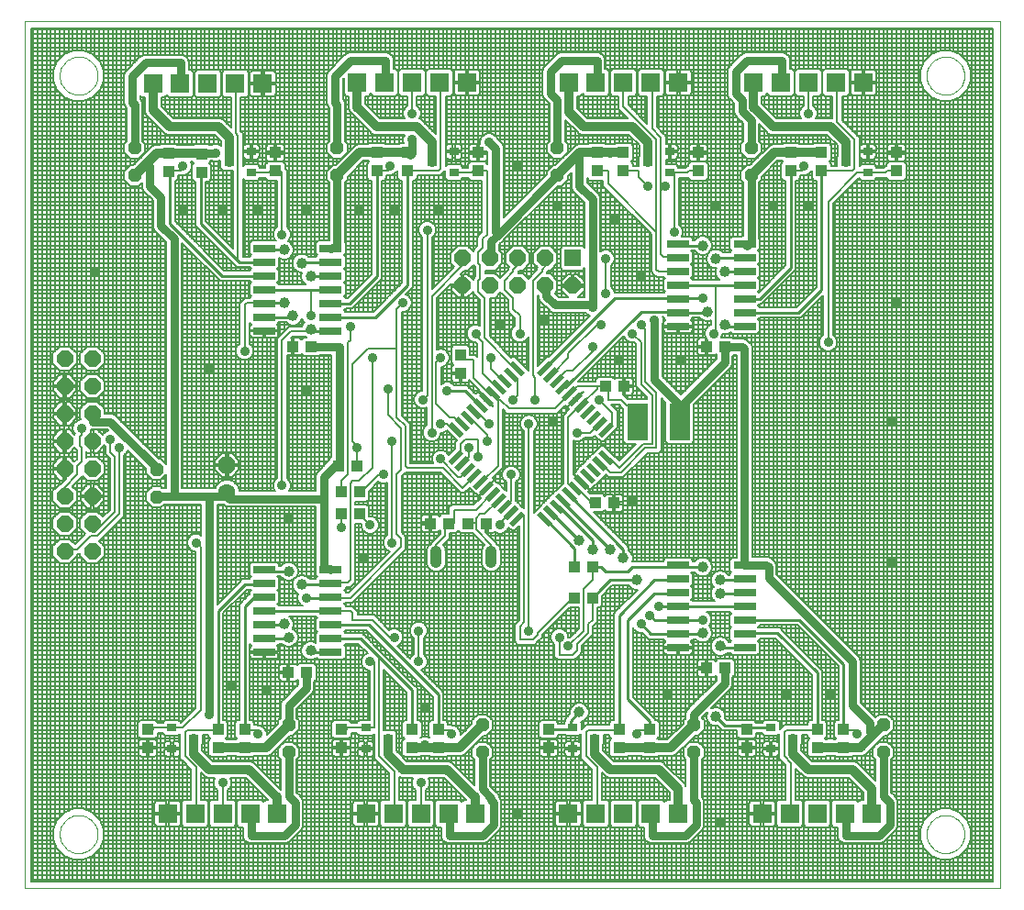
<source format=gtl>
G75*
G70*
%OFA0B0*%
%FSLAX24Y24*%
%IPPOS*%
%LPD*%
%AMOC8*
5,1,8,0,0,1.08239X$1,22.5*
%
%ADD10C,0.0000*%
%ADD11OC8,0.0600*%
%ADD12R,0.0394X0.0433*%
%ADD13C,0.0400*%
%ADD14R,0.0433X0.0394*%
%ADD15R,0.0709X0.0709*%
%ADD16R,0.0591X0.0197*%
%ADD17R,0.0197X0.0591*%
%ADD18R,0.0600X0.0600*%
%ADD19R,0.0748X0.1339*%
%ADD20R,0.0800X0.0260*%
%ADD21OC8,0.0480*%
%ADD22OC8,0.0630*%
%ADD23C,0.0630*%
%ADD24R,0.0350X0.0310*%
%ADD25C,0.0080*%
%ADD26C,0.0357*%
%ADD27C,0.0320*%
%ADD28C,0.0300*%
%ADD29C,0.0397*%
%ADD30C,0.0100*%
D10*
X001140Y001640D02*
X001140Y033136D01*
X036573Y033136D01*
X036573Y001640D01*
X001140Y001640D01*
X002420Y003609D02*
X002422Y003661D01*
X002428Y003713D01*
X002438Y003764D01*
X002451Y003814D01*
X002469Y003864D01*
X002490Y003911D01*
X002514Y003957D01*
X002543Y004001D01*
X002574Y004043D01*
X002608Y004082D01*
X002645Y004119D01*
X002685Y004152D01*
X002728Y004183D01*
X002772Y004210D01*
X002818Y004234D01*
X002867Y004254D01*
X002916Y004270D01*
X002967Y004283D01*
X003018Y004292D01*
X003070Y004297D01*
X003122Y004298D01*
X003174Y004295D01*
X003226Y004288D01*
X003277Y004277D01*
X003327Y004263D01*
X003376Y004244D01*
X003423Y004222D01*
X003468Y004197D01*
X003512Y004168D01*
X003553Y004136D01*
X003592Y004101D01*
X003627Y004063D01*
X003660Y004022D01*
X003690Y003980D01*
X003716Y003935D01*
X003739Y003888D01*
X003758Y003839D01*
X003774Y003789D01*
X003786Y003739D01*
X003794Y003687D01*
X003798Y003635D01*
X003798Y003583D01*
X003794Y003531D01*
X003786Y003479D01*
X003774Y003429D01*
X003758Y003379D01*
X003739Y003330D01*
X003716Y003283D01*
X003690Y003238D01*
X003660Y003196D01*
X003627Y003155D01*
X003592Y003117D01*
X003553Y003082D01*
X003512Y003050D01*
X003468Y003021D01*
X003423Y002996D01*
X003376Y002974D01*
X003327Y002955D01*
X003277Y002941D01*
X003226Y002930D01*
X003174Y002923D01*
X003122Y002920D01*
X003070Y002921D01*
X003018Y002926D01*
X002967Y002935D01*
X002916Y002948D01*
X002867Y002964D01*
X002818Y002984D01*
X002772Y003008D01*
X002728Y003035D01*
X002685Y003066D01*
X002645Y003099D01*
X002608Y003136D01*
X002574Y003175D01*
X002543Y003217D01*
X002514Y003261D01*
X002490Y003307D01*
X002469Y003354D01*
X002451Y003404D01*
X002438Y003454D01*
X002428Y003505D01*
X002422Y003557D01*
X002420Y003609D01*
X002420Y031168D02*
X002422Y031220D01*
X002428Y031272D01*
X002438Y031323D01*
X002451Y031373D01*
X002469Y031423D01*
X002490Y031470D01*
X002514Y031516D01*
X002543Y031560D01*
X002574Y031602D01*
X002608Y031641D01*
X002645Y031678D01*
X002685Y031711D01*
X002728Y031742D01*
X002772Y031769D01*
X002818Y031793D01*
X002867Y031813D01*
X002916Y031829D01*
X002967Y031842D01*
X003018Y031851D01*
X003070Y031856D01*
X003122Y031857D01*
X003174Y031854D01*
X003226Y031847D01*
X003277Y031836D01*
X003327Y031822D01*
X003376Y031803D01*
X003423Y031781D01*
X003468Y031756D01*
X003512Y031727D01*
X003553Y031695D01*
X003592Y031660D01*
X003627Y031622D01*
X003660Y031581D01*
X003690Y031539D01*
X003716Y031494D01*
X003739Y031447D01*
X003758Y031398D01*
X003774Y031348D01*
X003786Y031298D01*
X003794Y031246D01*
X003798Y031194D01*
X003798Y031142D01*
X003794Y031090D01*
X003786Y031038D01*
X003774Y030988D01*
X003758Y030938D01*
X003739Y030889D01*
X003716Y030842D01*
X003690Y030797D01*
X003660Y030755D01*
X003627Y030714D01*
X003592Y030676D01*
X003553Y030641D01*
X003512Y030609D01*
X003468Y030580D01*
X003423Y030555D01*
X003376Y030533D01*
X003327Y030514D01*
X003277Y030500D01*
X003226Y030489D01*
X003174Y030482D01*
X003122Y030479D01*
X003070Y030480D01*
X003018Y030485D01*
X002967Y030494D01*
X002916Y030507D01*
X002867Y030523D01*
X002818Y030543D01*
X002772Y030567D01*
X002728Y030594D01*
X002685Y030625D01*
X002645Y030658D01*
X002608Y030695D01*
X002574Y030734D01*
X002543Y030776D01*
X002514Y030820D01*
X002490Y030866D01*
X002469Y030913D01*
X002451Y030963D01*
X002438Y031013D01*
X002428Y031064D01*
X002422Y031116D01*
X002420Y031168D01*
X033916Y031168D02*
X033918Y031220D01*
X033924Y031272D01*
X033934Y031323D01*
X033947Y031373D01*
X033965Y031423D01*
X033986Y031470D01*
X034010Y031516D01*
X034039Y031560D01*
X034070Y031602D01*
X034104Y031641D01*
X034141Y031678D01*
X034181Y031711D01*
X034224Y031742D01*
X034268Y031769D01*
X034314Y031793D01*
X034363Y031813D01*
X034412Y031829D01*
X034463Y031842D01*
X034514Y031851D01*
X034566Y031856D01*
X034618Y031857D01*
X034670Y031854D01*
X034722Y031847D01*
X034773Y031836D01*
X034823Y031822D01*
X034872Y031803D01*
X034919Y031781D01*
X034964Y031756D01*
X035008Y031727D01*
X035049Y031695D01*
X035088Y031660D01*
X035123Y031622D01*
X035156Y031581D01*
X035186Y031539D01*
X035212Y031494D01*
X035235Y031447D01*
X035254Y031398D01*
X035270Y031348D01*
X035282Y031298D01*
X035290Y031246D01*
X035294Y031194D01*
X035294Y031142D01*
X035290Y031090D01*
X035282Y031038D01*
X035270Y030988D01*
X035254Y030938D01*
X035235Y030889D01*
X035212Y030842D01*
X035186Y030797D01*
X035156Y030755D01*
X035123Y030714D01*
X035088Y030676D01*
X035049Y030641D01*
X035008Y030609D01*
X034964Y030580D01*
X034919Y030555D01*
X034872Y030533D01*
X034823Y030514D01*
X034773Y030500D01*
X034722Y030489D01*
X034670Y030482D01*
X034618Y030479D01*
X034566Y030480D01*
X034514Y030485D01*
X034463Y030494D01*
X034412Y030507D01*
X034363Y030523D01*
X034314Y030543D01*
X034268Y030567D01*
X034224Y030594D01*
X034181Y030625D01*
X034141Y030658D01*
X034104Y030695D01*
X034070Y030734D01*
X034039Y030776D01*
X034010Y030820D01*
X033986Y030866D01*
X033965Y030913D01*
X033947Y030963D01*
X033934Y031013D01*
X033924Y031064D01*
X033918Y031116D01*
X033916Y031168D01*
X033916Y003609D02*
X033918Y003661D01*
X033924Y003713D01*
X033934Y003764D01*
X033947Y003814D01*
X033965Y003864D01*
X033986Y003911D01*
X034010Y003957D01*
X034039Y004001D01*
X034070Y004043D01*
X034104Y004082D01*
X034141Y004119D01*
X034181Y004152D01*
X034224Y004183D01*
X034268Y004210D01*
X034314Y004234D01*
X034363Y004254D01*
X034412Y004270D01*
X034463Y004283D01*
X034514Y004292D01*
X034566Y004297D01*
X034618Y004298D01*
X034670Y004295D01*
X034722Y004288D01*
X034773Y004277D01*
X034823Y004263D01*
X034872Y004244D01*
X034919Y004222D01*
X034964Y004197D01*
X035008Y004168D01*
X035049Y004136D01*
X035088Y004101D01*
X035123Y004063D01*
X035156Y004022D01*
X035186Y003980D01*
X035212Y003935D01*
X035235Y003888D01*
X035254Y003839D01*
X035270Y003789D01*
X035282Y003739D01*
X035290Y003687D01*
X035294Y003635D01*
X035294Y003583D01*
X035290Y003531D01*
X035282Y003479D01*
X035270Y003429D01*
X035254Y003379D01*
X035235Y003330D01*
X035212Y003283D01*
X035186Y003238D01*
X035156Y003196D01*
X035123Y003155D01*
X035088Y003117D01*
X035049Y003082D01*
X035008Y003050D01*
X034964Y003021D01*
X034919Y002996D01*
X034872Y002974D01*
X034823Y002955D01*
X034773Y002941D01*
X034722Y002930D01*
X034670Y002923D01*
X034618Y002920D01*
X034566Y002921D01*
X034514Y002926D01*
X034463Y002935D01*
X034412Y002948D01*
X034363Y002964D01*
X034314Y002984D01*
X034268Y003008D01*
X034224Y003035D01*
X034181Y003066D01*
X034141Y003099D01*
X034104Y003136D01*
X034070Y003175D01*
X034039Y003217D01*
X034010Y003261D01*
X033986Y003307D01*
X033965Y003354D01*
X033947Y003404D01*
X033934Y003454D01*
X033924Y003505D01*
X033918Y003557D01*
X033916Y003609D01*
D11*
X021060Y023540D03*
X020060Y023540D03*
X019060Y023540D03*
X019060Y024540D03*
X020060Y024540D03*
X018060Y024540D03*
X018060Y023540D03*
X017060Y023540D03*
X017060Y024540D03*
X003609Y020888D03*
X003609Y019888D03*
X003609Y018888D03*
X003609Y017888D03*
X003609Y016888D03*
X003609Y015888D03*
X003609Y014888D03*
X003609Y013888D03*
X002609Y013888D03*
X002609Y014888D03*
X002609Y015888D03*
X002609Y016888D03*
X002609Y017888D03*
X002609Y018888D03*
X002609Y019888D03*
X002609Y020888D03*
D12*
X012565Y016980D03*
X013235Y016980D03*
X013315Y016040D03*
X012645Y016040D03*
X012645Y015240D03*
X013315Y015240D03*
X016980Y020345D03*
X016980Y021015D03*
X021125Y013320D03*
X021795Y013320D03*
X021795Y012200D03*
X021125Y012200D03*
D13*
X018100Y013480D02*
X018100Y013880D01*
X016100Y013880D02*
X016100Y013480D01*
D14*
X015885Y014900D03*
X016555Y014900D03*
X017265Y014880D03*
X017935Y014880D03*
X021885Y015640D03*
X022555Y015640D03*
X022245Y019880D03*
X022915Y019880D03*
X025925Y021320D03*
X026595Y021320D03*
X025620Y027705D03*
X025620Y028375D03*
X022900Y028375D03*
X022900Y027705D03*
X021940Y027705D03*
X021940Y028375D03*
X017620Y028375D03*
X017620Y027705D03*
X015060Y027705D03*
X015060Y028375D03*
X013940Y028375D03*
X013940Y027705D03*
X010260Y027705D03*
X010260Y028375D03*
X007580Y028335D03*
X007580Y027665D03*
X006380Y027685D03*
X006380Y028355D03*
X010885Y021320D03*
X011555Y021320D03*
X011395Y009480D03*
X010725Y009480D03*
X009140Y007415D03*
X009140Y006745D03*
X008180Y006745D03*
X008180Y007415D03*
X005620Y007415D03*
X005620Y006745D03*
X012660Y006745D03*
X012660Y007415D03*
X015220Y007415D03*
X015220Y006745D03*
X016180Y006745D03*
X016180Y007415D03*
X020180Y007415D03*
X020180Y006745D03*
X022740Y006745D03*
X022740Y007415D03*
X023860Y007415D03*
X023860Y006745D03*
X027380Y006745D03*
X027380Y007415D03*
X026595Y009640D03*
X025925Y009640D03*
X029940Y007415D03*
X029940Y006745D03*
X030900Y006745D03*
X030900Y007415D03*
X030100Y027705D03*
X030100Y028375D03*
X028980Y028375D03*
X028980Y027705D03*
X032820Y027705D03*
X032820Y028375D03*
D15*
X031620Y030920D03*
X030620Y030920D03*
X029620Y030920D03*
X028620Y030920D03*
X027636Y030920D03*
X024900Y030920D03*
X023900Y030920D03*
X022900Y030920D03*
X021900Y030920D03*
X020916Y030920D03*
X017220Y030920D03*
X016220Y030920D03*
X015220Y030920D03*
X014220Y030920D03*
X013236Y030920D03*
X009800Y030880D03*
X008800Y030880D03*
X007800Y030880D03*
X006800Y030880D03*
X005816Y030880D03*
X006340Y004360D03*
X007340Y004360D03*
X008340Y004360D03*
X009340Y004360D03*
X010324Y004360D03*
X013540Y004360D03*
X014540Y004360D03*
X015540Y004360D03*
X016540Y004360D03*
X017524Y004360D03*
X020900Y004360D03*
X021900Y004360D03*
X022900Y004360D03*
X023900Y004360D03*
X024884Y004360D03*
X027940Y004360D03*
X028940Y004360D03*
X029940Y004360D03*
X030940Y004360D03*
X031924Y004360D03*
D16*
G36*
X019316Y015211D02*
X018900Y014795D01*
X018762Y014933D01*
X019178Y015349D01*
X019316Y015211D01*
G37*
G36*
X019093Y015434D02*
X018677Y015018D01*
X018539Y015156D01*
X018955Y015572D01*
X019093Y015434D01*
G37*
G36*
X018870Y015656D02*
X018454Y015240D01*
X018316Y015378D01*
X018732Y015794D01*
X018870Y015656D01*
G37*
G36*
X018648Y015879D02*
X018232Y015463D01*
X018094Y015601D01*
X018510Y016017D01*
X018648Y015879D01*
G37*
G36*
X018425Y016102D02*
X018009Y015686D01*
X017871Y015824D01*
X018287Y016240D01*
X018425Y016102D01*
G37*
G36*
X018202Y016324D02*
X017786Y015908D01*
X017648Y016046D01*
X018064Y016462D01*
X018202Y016324D01*
G37*
G36*
X017980Y016547D02*
X017564Y016131D01*
X017426Y016269D01*
X017842Y016685D01*
X017980Y016547D01*
G37*
G36*
X017757Y016770D02*
X017341Y016354D01*
X017203Y016492D01*
X017619Y016908D01*
X017757Y016770D01*
G37*
G36*
X017534Y016992D02*
X017118Y016576D01*
X016980Y016714D01*
X017396Y017130D01*
X017534Y016992D01*
G37*
G36*
X017312Y017215D02*
X016896Y016799D01*
X016758Y016937D01*
X017174Y017353D01*
X017312Y017215D01*
G37*
G36*
X017089Y017438D02*
X016673Y017022D01*
X016535Y017160D01*
X016951Y017576D01*
X017089Y017438D01*
G37*
G36*
X020764Y020222D02*
X020348Y019806D01*
X020210Y019944D01*
X020626Y020360D01*
X020764Y020222D01*
G37*
G36*
X020986Y019999D02*
X020570Y019583D01*
X020432Y019721D01*
X020848Y020137D01*
X020986Y019999D01*
G37*
G36*
X021209Y019776D02*
X020793Y019360D01*
X020655Y019498D01*
X021071Y019914D01*
X021209Y019776D01*
G37*
G36*
X021432Y019554D02*
X021016Y019138D01*
X020878Y019276D01*
X021294Y019692D01*
X021432Y019554D01*
G37*
G36*
X021654Y019331D02*
X021238Y018915D01*
X021100Y019053D01*
X021516Y019469D01*
X021654Y019331D01*
G37*
G36*
X021877Y019108D02*
X021461Y018692D01*
X021323Y018830D01*
X021739Y019246D01*
X021877Y019108D01*
G37*
G36*
X022100Y018886D02*
X021684Y018470D01*
X021546Y018608D01*
X021962Y019024D01*
X022100Y018886D01*
G37*
G36*
X022322Y018663D02*
X021906Y018247D01*
X021768Y018385D01*
X022184Y018801D01*
X022322Y018663D01*
G37*
G36*
X022545Y018440D02*
X022129Y018024D01*
X021991Y018162D01*
X022407Y018578D01*
X022545Y018440D01*
G37*
G36*
X020541Y020444D02*
X020125Y020028D01*
X019987Y020166D01*
X020403Y020582D01*
X020541Y020444D01*
G37*
G36*
X020318Y020667D02*
X019902Y020251D01*
X019764Y020389D01*
X020180Y020805D01*
X020318Y020667D01*
G37*
D17*
G36*
X019316Y020389D02*
X019178Y020251D01*
X018762Y020667D01*
X018900Y020805D01*
X019316Y020389D01*
G37*
G36*
X019093Y020166D02*
X018955Y020028D01*
X018539Y020444D01*
X018677Y020582D01*
X019093Y020166D01*
G37*
G36*
X018870Y019944D02*
X018732Y019806D01*
X018316Y020222D01*
X018454Y020360D01*
X018870Y019944D01*
G37*
G36*
X018648Y019721D02*
X018510Y019583D01*
X018094Y019999D01*
X018232Y020137D01*
X018648Y019721D01*
G37*
G36*
X018425Y019498D02*
X018287Y019360D01*
X017871Y019776D01*
X018009Y019914D01*
X018425Y019498D01*
G37*
G36*
X018202Y019276D02*
X018064Y019138D01*
X017648Y019554D01*
X017786Y019692D01*
X018202Y019276D01*
G37*
G36*
X017980Y019053D02*
X017842Y018915D01*
X017426Y019331D01*
X017564Y019469D01*
X017980Y019053D01*
G37*
G36*
X017757Y018830D02*
X017619Y018692D01*
X017203Y019108D01*
X017341Y019246D01*
X017757Y018830D01*
G37*
G36*
X017534Y018608D02*
X017396Y018470D01*
X016980Y018886D01*
X017118Y019024D01*
X017534Y018608D01*
G37*
G36*
X017312Y018385D02*
X017174Y018247D01*
X016758Y018663D01*
X016896Y018801D01*
X017312Y018385D01*
G37*
G36*
X017089Y018162D02*
X016951Y018024D01*
X016535Y018440D01*
X016673Y018578D01*
X017089Y018162D01*
G37*
G36*
X020541Y015156D02*
X020403Y015018D01*
X019987Y015434D01*
X020125Y015572D01*
X020541Y015156D01*
G37*
G36*
X020764Y015378D02*
X020626Y015240D01*
X020210Y015656D01*
X020348Y015794D01*
X020764Y015378D01*
G37*
G36*
X020986Y015601D02*
X020848Y015463D01*
X020432Y015879D01*
X020570Y016017D01*
X020986Y015601D01*
G37*
G36*
X021209Y015824D02*
X021071Y015686D01*
X020655Y016102D01*
X020793Y016240D01*
X021209Y015824D01*
G37*
G36*
X021432Y016046D02*
X021294Y015908D01*
X020878Y016324D01*
X021016Y016462D01*
X021432Y016046D01*
G37*
G36*
X021654Y016269D02*
X021516Y016131D01*
X021100Y016547D01*
X021238Y016685D01*
X021654Y016269D01*
G37*
G36*
X021877Y016492D02*
X021739Y016354D01*
X021323Y016770D01*
X021461Y016908D01*
X021877Y016492D01*
G37*
G36*
X022100Y016714D02*
X021962Y016576D01*
X021546Y016992D01*
X021684Y017130D01*
X022100Y016714D01*
G37*
G36*
X022322Y016937D02*
X022184Y016799D01*
X021768Y017215D01*
X021906Y017353D01*
X022322Y016937D01*
G37*
G36*
X022545Y017160D02*
X022407Y017022D01*
X021991Y017438D01*
X022129Y017576D01*
X022545Y017160D01*
G37*
G36*
X020318Y014933D02*
X020180Y014795D01*
X019764Y015211D01*
X019902Y015349D01*
X020318Y014933D01*
G37*
D18*
X021060Y024540D03*
D19*
X023412Y018600D03*
X024948Y018600D03*
D20*
X024890Y022060D03*
X024890Y022560D03*
X024890Y023060D03*
X024890Y023560D03*
X024890Y024060D03*
X024890Y024560D03*
X024890Y025060D03*
X027310Y025060D03*
X027310Y024560D03*
X027310Y024060D03*
X027310Y023560D03*
X027310Y023060D03*
X027310Y022560D03*
X027310Y022060D03*
X027310Y013380D03*
X027310Y012880D03*
X027310Y012380D03*
X027310Y011880D03*
X027310Y011380D03*
X027310Y010880D03*
X027310Y010380D03*
X024890Y010380D03*
X024890Y010880D03*
X024890Y011380D03*
X024890Y011880D03*
X024890Y012380D03*
X024890Y012880D03*
X024890Y013380D03*
X012270Y013220D03*
X012270Y012720D03*
X012270Y012220D03*
X012270Y011720D03*
X012270Y011220D03*
X012270Y010720D03*
X012270Y010220D03*
X009850Y010220D03*
X009850Y010720D03*
X009850Y011220D03*
X009850Y011720D03*
X009850Y012220D03*
X009850Y012720D03*
X009850Y013220D03*
X009850Y021900D03*
X009850Y022400D03*
X009850Y022900D03*
X009850Y023400D03*
X009850Y023900D03*
X009850Y024400D03*
X009850Y024900D03*
X012270Y024900D03*
X012270Y024400D03*
X012270Y023900D03*
X012270Y023400D03*
X012270Y022900D03*
X012270Y022400D03*
X012270Y021900D03*
D21*
X005940Y016860D03*
X005940Y015860D03*
X010740Y007580D03*
X010740Y006580D03*
X017780Y006580D03*
X017780Y007580D03*
X025460Y007580D03*
X025460Y006580D03*
X032340Y006580D03*
X032340Y007580D03*
X027540Y027540D03*
X027540Y028540D03*
X020500Y028540D03*
X020500Y027540D03*
X012500Y027540D03*
X012500Y028540D03*
X005140Y028540D03*
X005140Y027540D03*
D22*
X008500Y017020D03*
D23*
X008500Y016020D03*
D24*
X006500Y007470D03*
X006500Y006710D03*
X007300Y007090D03*
X013540Y006710D03*
X013540Y007470D03*
X014340Y007090D03*
X021060Y006710D03*
X021060Y007470D03*
X021860Y007090D03*
X028260Y006710D03*
X028260Y007470D03*
X029060Y007090D03*
X031780Y027650D03*
X031780Y028410D03*
X030980Y028030D03*
X024580Y027650D03*
X024580Y028410D03*
X023780Y028030D03*
X016740Y027650D03*
X016740Y028410D03*
X015940Y028030D03*
X009380Y027650D03*
X009380Y028410D03*
X008580Y028030D03*
D25*
X008508Y027735D02*
X008520Y027730D01*
X008640Y027730D01*
X008652Y027735D01*
X008720Y027735D01*
X008720Y024889D01*
X007730Y025879D01*
X007730Y027329D01*
X007855Y027329D01*
X007937Y027411D01*
X007937Y027920D01*
X007857Y028000D01*
X007927Y028070D01*
X007967Y028070D01*
X008037Y028041D01*
X008163Y028041D01*
X008265Y028083D01*
X008265Y027817D01*
X008347Y027735D01*
X008508Y027735D01*
X008500Y027735D02*
X008500Y025109D01*
X008449Y025160D02*
X008720Y025160D01*
X008720Y025320D02*
X008289Y025320D01*
X008340Y025269D02*
X008340Y027742D01*
X008265Y027880D02*
X007937Y027880D01*
X007860Y027997D02*
X007860Y028003D01*
X007897Y028040D02*
X008265Y028040D01*
X008180Y028048D02*
X008180Y025429D01*
X008129Y025480D02*
X008720Y025480D01*
X008720Y025640D02*
X007969Y025640D01*
X008020Y025589D02*
X008020Y028048D01*
X007937Y027720D02*
X008720Y027720D01*
X008660Y027735D02*
X008660Y024949D01*
X008609Y025000D02*
X008720Y025000D01*
X009080Y025000D02*
X009310Y025000D01*
X009310Y025088D02*
X009310Y024712D01*
X009372Y024650D01*
X009312Y024590D01*
X009080Y024590D01*
X009080Y027422D01*
X009147Y027355D01*
X009613Y027355D01*
X009695Y027437D01*
X009695Y027460D01*
X009903Y027460D01*
X009903Y027451D01*
X009985Y027369D01*
X010320Y027369D01*
X010320Y025670D01*
X010319Y025670D01*
X010230Y025581D01*
X010181Y025463D01*
X010181Y025337D01*
X010230Y025219D01*
X010279Y025170D01*
X009392Y025170D01*
X009310Y025088D01*
X009382Y025160D02*
X009080Y025160D01*
X009080Y025320D02*
X010188Y025320D01*
X010260Y025189D02*
X010260Y025170D01*
X010100Y025170D02*
X010100Y027369D01*
X009954Y027400D02*
X009658Y027400D01*
X009620Y027362D02*
X009620Y025170D01*
X009460Y025170D02*
X009460Y027355D01*
X009300Y027355D02*
X009300Y024590D01*
X009342Y024680D02*
X009080Y024680D01*
X009140Y024590D02*
X009140Y027362D01*
X009102Y027400D02*
X009080Y027400D01*
X009080Y027240D02*
X010320Y027240D01*
X010260Y027369D02*
X010260Y025611D01*
X010289Y025640D02*
X009080Y025640D01*
X009080Y025480D02*
X010188Y025480D01*
X010500Y025400D02*
X010500Y027640D01*
X010420Y027720D01*
X010260Y027720D01*
X010260Y027705D01*
X010260Y027720D02*
X010100Y027720D01*
X010020Y027640D01*
X009380Y027640D01*
X009380Y027650D01*
X009300Y027945D02*
X009300Y028135D01*
X009342Y028135D02*
X009189Y028135D01*
X009159Y028143D01*
X009131Y028159D01*
X009109Y028181D01*
X009093Y028209D01*
X009085Y028239D01*
X009085Y028372D01*
X009342Y028372D01*
X009418Y028372D01*
X009418Y028448D01*
X009342Y028448D01*
X009342Y028685D01*
X009189Y028685D01*
X009159Y028677D01*
X009131Y028661D01*
X009109Y028639D01*
X009093Y028611D01*
X009085Y028581D01*
X009085Y028448D01*
X009342Y028448D01*
X009342Y028372D01*
X009342Y028135D01*
X009342Y028200D02*
X009418Y028200D01*
X009418Y028135D02*
X009571Y028135D01*
X009601Y028143D01*
X009629Y028159D01*
X009651Y028181D01*
X009667Y028209D01*
X009675Y028239D01*
X009675Y028372D01*
X009418Y028372D01*
X009418Y028135D01*
X009460Y028135D02*
X009460Y027945D01*
X009613Y027945D02*
X009147Y027945D01*
X009080Y027878D01*
X009080Y029075D01*
X009000Y029155D01*
X009000Y030386D01*
X009212Y030386D01*
X009294Y030468D01*
X009294Y031292D01*
X009212Y031374D01*
X008388Y031374D01*
X008306Y031292D01*
X008306Y030468D01*
X008388Y030386D01*
X008640Y030386D01*
X008640Y029284D01*
X008350Y029574D01*
X008240Y029620D01*
X006544Y029620D01*
X006116Y030049D01*
X006116Y030386D01*
X006228Y030386D01*
X006308Y030465D01*
X006388Y030386D01*
X007212Y030386D01*
X007294Y030468D01*
X007294Y031292D01*
X007212Y031374D01*
X007110Y031374D01*
X007110Y031698D01*
X007066Y031804D01*
X006984Y031886D01*
X006878Y031930D01*
X005482Y031930D01*
X005376Y031886D01*
X005294Y031804D01*
X004814Y031324D01*
X004770Y031218D01*
X004770Y030142D01*
X004814Y030036D01*
X004850Y030000D01*
X004850Y028787D01*
X004760Y028697D01*
X004760Y028383D01*
X004983Y028160D01*
X005297Y028160D01*
X005520Y028383D01*
X005520Y028697D01*
X005430Y028787D01*
X005430Y030178D01*
X005386Y030284D01*
X005350Y030320D01*
X005350Y030439D01*
X005403Y030386D01*
X005516Y030386D01*
X005516Y029865D01*
X005561Y029754D01*
X006166Y029150D01*
X006250Y029066D01*
X006360Y029020D01*
X008056Y029020D01*
X008280Y028796D01*
X008280Y028630D01*
X008163Y028679D01*
X008037Y028679D01*
X007967Y028650D01*
X007876Y028650D01*
X007855Y028671D01*
X007305Y028671D01*
X007289Y028655D01*
X006691Y028655D01*
X006655Y028691D01*
X006105Y028691D01*
X006069Y028655D01*
X005895Y028655D01*
X005785Y028609D01*
X005420Y028244D01*
X005096Y027920D01*
X004983Y027920D01*
X004760Y027697D01*
X004760Y027383D01*
X004983Y027160D01*
X005297Y027160D01*
X005410Y027273D01*
X005410Y027102D01*
X005454Y026996D01*
X005810Y026640D01*
X005810Y025662D01*
X005854Y025556D01*
X006290Y025120D01*
X006290Y017047D01*
X006097Y017240D01*
X006030Y017240D01*
X004424Y018846D01*
X004318Y018890D01*
X004049Y018890D01*
X004049Y019070D01*
X003791Y019328D01*
X003426Y019328D01*
X003169Y019070D01*
X003169Y018706D01*
X003196Y018679D01*
X003157Y018679D01*
X003039Y018630D01*
X002950Y018541D01*
X002901Y018423D01*
X002901Y018297D01*
X002950Y018179D01*
X002987Y018142D01*
X002968Y018123D01*
X002782Y018308D01*
X002649Y018308D01*
X002649Y017928D01*
X002569Y017928D01*
X002569Y018308D01*
X002435Y018308D01*
X002189Y018062D01*
X002189Y017928D01*
X002568Y017928D01*
X002568Y017848D01*
X002189Y017848D01*
X002189Y017714D01*
X002435Y017468D01*
X002569Y017468D01*
X002569Y017848D01*
X002649Y017848D01*
X002649Y017468D01*
X002782Y017468D01*
X002960Y017646D01*
X002960Y017645D01*
X003040Y017565D01*
X003040Y017235D01*
X002985Y017180D01*
X002948Y017143D01*
X002782Y017308D01*
X002649Y017308D01*
X002649Y016928D01*
X002569Y016928D01*
X002569Y017308D01*
X002435Y017308D01*
X002189Y017062D01*
X002189Y016928D01*
X002568Y016928D01*
X002568Y016848D01*
X002189Y016848D01*
X002189Y016714D01*
X002435Y016468D01*
X002569Y016468D01*
X002569Y016848D01*
X002649Y016848D01*
X002649Y016523D01*
X002505Y016380D01*
X002453Y016328D01*
X002426Y016328D01*
X002169Y016070D01*
X002169Y015706D01*
X002426Y015448D01*
X002791Y015448D01*
X003049Y015706D01*
X003049Y016070D01*
X002877Y016242D01*
X003240Y016605D01*
X003240Y016634D01*
X003426Y016448D01*
X003791Y016448D01*
X004049Y016706D01*
X004049Y017070D01*
X003791Y017328D01*
X003426Y017328D01*
X003400Y017302D01*
X003400Y017503D01*
X003435Y017468D01*
X003569Y017468D01*
X003569Y017848D01*
X003649Y017848D01*
X003649Y017468D01*
X003782Y017468D01*
X004029Y017714D01*
X004029Y017741D01*
X004079Y017690D01*
X004080Y017690D01*
X004080Y017405D01*
X004240Y017245D01*
X004240Y015395D01*
X003982Y015137D01*
X003791Y015328D01*
X003426Y015328D01*
X003169Y015070D01*
X003169Y014706D01*
X003360Y014514D01*
X002985Y014140D01*
X002979Y014140D01*
X002791Y014328D01*
X002426Y014328D01*
X002169Y014070D01*
X002169Y013706D01*
X002426Y013448D01*
X002791Y013448D01*
X003049Y013706D01*
X003049Y013780D01*
X003135Y013780D01*
X003169Y013814D01*
X003169Y013706D01*
X003426Y013448D01*
X003791Y013448D01*
X004049Y013706D01*
X004049Y014070D01*
X003857Y014262D01*
X004655Y015060D01*
X004760Y015165D01*
X004760Y017370D01*
X004761Y017370D01*
X004850Y017459D01*
X004891Y017559D01*
X005560Y016890D01*
X005560Y016703D01*
X005783Y016480D01*
X006097Y016480D01*
X006290Y016673D01*
X006290Y016170D01*
X006167Y016170D01*
X006097Y016240D01*
X005783Y016240D01*
X005560Y016017D01*
X005560Y015703D01*
X005783Y015480D01*
X006097Y015480D01*
X006207Y015590D01*
X007570Y015590D01*
X007570Y014461D01*
X007561Y014470D01*
X007443Y014519D01*
X007317Y014519D01*
X007199Y014470D01*
X007110Y014381D01*
X007061Y014263D01*
X007061Y014137D01*
X007110Y014019D01*
X007199Y013930D01*
X007317Y013881D01*
X007360Y013881D01*
X007360Y008195D01*
X006825Y007660D01*
X006815Y007660D01*
X006815Y007683D01*
X006733Y007765D01*
X006267Y007765D01*
X006185Y007683D01*
X006185Y007660D01*
X005977Y007660D01*
X005977Y007669D01*
X005895Y007751D01*
X005345Y007751D01*
X005263Y007669D01*
X005263Y007160D01*
X005345Y007078D01*
X005895Y007078D01*
X005977Y007160D01*
X005977Y007300D01*
X006185Y007300D01*
X006185Y007257D01*
X006267Y007175D01*
X006733Y007175D01*
X006800Y007242D01*
X006800Y006365D01*
X006905Y006260D01*
X007200Y005965D01*
X007200Y004854D01*
X006928Y004854D01*
X006846Y004772D01*
X006846Y003948D01*
X006928Y003866D01*
X007752Y003866D01*
X007834Y003948D01*
X007834Y004772D01*
X007752Y004854D01*
X007560Y004854D01*
X007560Y005836D01*
X007690Y005706D01*
X007800Y005660D01*
X008070Y005660D01*
X008021Y005543D01*
X008021Y005417D01*
X008070Y005299D01*
X008159Y005210D01*
X008160Y005210D01*
X008160Y004854D01*
X007928Y004854D01*
X007846Y004772D01*
X007846Y003948D01*
X007928Y003866D01*
X008752Y003866D01*
X008834Y003948D01*
X008834Y004772D01*
X008752Y004854D01*
X008520Y004854D01*
X008520Y005210D01*
X008521Y005210D01*
X008610Y005299D01*
X008659Y005417D01*
X008659Y005543D01*
X008610Y005660D01*
X009176Y005660D01*
X009981Y004854D01*
X009912Y004854D01*
X009832Y004775D01*
X009752Y004854D01*
X008928Y004854D01*
X008846Y004772D01*
X008846Y003948D01*
X008928Y003866D01*
X009090Y003866D01*
X009090Y003502D01*
X009134Y003396D01*
X009216Y003314D01*
X009322Y003270D01*
X010638Y003270D01*
X010744Y003314D01*
X010826Y003396D01*
X011226Y003796D01*
X011270Y003902D01*
X011270Y004818D01*
X011226Y004924D01*
X011144Y005006D01*
X011030Y005120D01*
X011030Y006333D01*
X011120Y006423D01*
X011120Y006737D01*
X010897Y006960D01*
X010583Y006960D01*
X010360Y006737D01*
X010360Y006423D01*
X010450Y006333D01*
X010450Y005234D01*
X009554Y006130D01*
X009470Y006214D01*
X009360Y006260D01*
X007984Y006260D01*
X007600Y006644D01*
X007600Y006862D01*
X007615Y006877D01*
X007615Y007220D01*
X007823Y007220D01*
X007823Y007160D01*
X007903Y007080D01*
X007615Y007080D01*
X007615Y006920D02*
X007823Y006920D01*
X007823Y007000D02*
X007823Y006491D01*
X007905Y006409D01*
X008455Y006409D01*
X008491Y006445D01*
X008829Y006445D01*
X008865Y006409D01*
X009415Y006409D01*
X009451Y006445D01*
X009965Y006445D01*
X010075Y006491D01*
X010784Y007200D01*
X010897Y007200D01*
X011120Y007423D01*
X011120Y007737D01*
X011030Y007827D01*
X011030Y008160D01*
X011626Y008756D01*
X011670Y008862D01*
X011670Y009144D01*
X011751Y009225D01*
X011751Y009735D01*
X011669Y009817D01*
X011120Y009817D01*
X011044Y009740D01*
X011038Y009751D01*
X011016Y009773D01*
X010988Y009789D01*
X010958Y009797D01*
X010765Y009797D01*
X010765Y009520D01*
X010685Y009520D01*
X010685Y009440D01*
X010389Y009440D01*
X010389Y009267D01*
X010397Y009237D01*
X010413Y009209D01*
X010435Y009187D01*
X010463Y009171D01*
X010493Y009163D01*
X010685Y009163D01*
X010685Y009440D01*
X010765Y009440D01*
X010765Y009163D01*
X010958Y009163D01*
X010988Y009171D01*
X011016Y009187D01*
X011038Y009209D01*
X011044Y009220D01*
X011090Y009173D01*
X011090Y009040D01*
X010576Y008526D01*
X010494Y008444D01*
X010450Y008338D01*
X010450Y007827D01*
X010360Y007737D01*
X010360Y007624D01*
X009939Y007203D01*
X009939Y007303D01*
X009890Y007421D01*
X009801Y007510D01*
X009683Y007559D01*
X009636Y007559D01*
X009615Y007580D01*
X009497Y007580D01*
X009497Y007669D01*
X009415Y007751D01*
X009330Y007751D01*
X009330Y010512D01*
X009389Y010453D01*
X009376Y010446D01*
X009354Y010424D01*
X009338Y010396D01*
X009330Y010366D01*
X009330Y010245D01*
X009825Y010245D01*
X009825Y010195D01*
X009875Y010195D01*
X009875Y010245D01*
X010370Y010245D01*
X010370Y010366D01*
X010362Y010396D01*
X010346Y010424D01*
X010324Y010446D01*
X010311Y010453D01*
X010388Y010530D01*
X010491Y010530D01*
X010548Y010473D01*
X010673Y010422D01*
X010807Y010422D01*
X010932Y010473D01*
X011027Y010568D01*
X011078Y010693D01*
X011078Y010827D01*
X011027Y010952D01*
X010932Y011047D01*
X010876Y011070D01*
X010918Y011173D01*
X010918Y011307D01*
X010867Y011432D01*
X010772Y011527D01*
X010764Y011530D01*
X011732Y011530D01*
X011792Y011470D01*
X011730Y011408D01*
X011730Y011032D01*
X011792Y010970D01*
X011730Y010908D01*
X011730Y010568D01*
X011607Y010618D01*
X011473Y010618D01*
X011348Y010567D01*
X011253Y010472D01*
X011202Y010347D01*
X011202Y010213D01*
X011253Y010088D01*
X011348Y009993D01*
X011473Y009942D01*
X011607Y009942D01*
X011732Y009993D01*
X011750Y010012D01*
X011812Y009950D01*
X012728Y009950D01*
X012810Y010032D01*
X012810Y010408D01*
X012748Y010470D01*
X012808Y010530D01*
X013261Y010530D01*
X013605Y010186D01*
X013519Y010150D01*
X013430Y010061D01*
X013381Y009943D01*
X013381Y009817D01*
X013430Y009699D01*
X013519Y009610D01*
X013637Y009561D01*
X013680Y009561D01*
X013680Y007765D01*
X013307Y007765D01*
X013225Y007683D01*
X013225Y007660D01*
X013017Y007660D01*
X013017Y007669D01*
X012935Y007751D01*
X012385Y007751D01*
X012303Y007669D01*
X012303Y007160D01*
X012385Y007078D01*
X012935Y007078D01*
X013017Y007160D01*
X013017Y007300D01*
X013225Y007300D01*
X013225Y007257D01*
X013307Y007175D01*
X013773Y007175D01*
X013840Y007242D01*
X013840Y006365D01*
X013945Y006260D01*
X014400Y005805D01*
X014400Y004854D01*
X014128Y004854D01*
X014046Y004772D01*
X014046Y003948D01*
X014128Y003866D01*
X014952Y003866D01*
X015034Y003948D01*
X015034Y004772D01*
X014952Y004854D01*
X014760Y004854D01*
X014760Y005693D01*
X014840Y005660D01*
X015270Y005660D01*
X015221Y005543D01*
X015221Y005417D01*
X015270Y005299D01*
X015359Y005210D01*
X015360Y005210D01*
X015360Y004854D01*
X015128Y004854D01*
X015046Y004772D01*
X015046Y003948D01*
X015128Y003866D01*
X015952Y003866D01*
X016034Y003948D01*
X016034Y004772D01*
X015952Y004854D01*
X015720Y004854D01*
X015720Y005210D01*
X015721Y005210D01*
X015810Y005299D01*
X015859Y005417D01*
X015859Y005543D01*
X015810Y005660D01*
X016376Y005660D01*
X017181Y004854D01*
X017112Y004854D01*
X017032Y004775D01*
X016952Y004854D01*
X016128Y004854D01*
X016046Y004772D01*
X016046Y003948D01*
X016128Y003866D01*
X016290Y003866D01*
X016290Y003502D01*
X016334Y003396D01*
X016416Y003314D01*
X016522Y003270D01*
X017838Y003270D01*
X017944Y003314D01*
X018426Y003796D01*
X018470Y003902D01*
X018470Y004818D01*
X018426Y004924D01*
X018390Y004960D01*
X018390Y004978D01*
X018346Y005084D01*
X018264Y005166D01*
X018070Y005360D01*
X018070Y006333D01*
X018160Y006423D01*
X018160Y006737D01*
X017937Y006960D01*
X017623Y006960D01*
X017400Y006737D01*
X017400Y006423D01*
X017490Y006333D01*
X017490Y005394D01*
X016754Y006130D01*
X016670Y006214D01*
X016560Y006260D01*
X015024Y006260D01*
X014640Y006644D01*
X014640Y006862D01*
X014655Y006877D01*
X014655Y007303D01*
X014573Y007385D01*
X014412Y007385D01*
X014400Y007390D01*
X014280Y007390D01*
X014268Y007385D01*
X014200Y007385D01*
X014200Y009591D01*
X015030Y008761D01*
X015030Y007751D01*
X014945Y007751D01*
X014863Y007669D01*
X014863Y007160D01*
X014943Y007080D01*
X014655Y007080D01*
X014655Y006920D02*
X014863Y006920D01*
X014863Y007000D02*
X014863Y006491D01*
X014945Y006409D01*
X015495Y006409D01*
X015531Y006445D01*
X015869Y006445D01*
X015905Y006409D01*
X016455Y006409D01*
X016491Y006445D01*
X017005Y006445D01*
X017115Y006491D01*
X017824Y007200D01*
X017937Y007200D01*
X018160Y007423D01*
X018160Y007737D01*
X017937Y007960D01*
X017623Y007960D01*
X017400Y007737D01*
X017400Y007624D01*
X016979Y007203D01*
X016979Y007303D01*
X016930Y007421D01*
X016841Y007510D01*
X016723Y007559D01*
X016676Y007559D01*
X016655Y007580D01*
X016537Y007580D01*
X016537Y007669D01*
X016455Y007751D01*
X016370Y007751D01*
X016370Y008759D01*
X016259Y008870D01*
X015555Y009574D01*
X015641Y009610D01*
X015730Y009699D01*
X015779Y009817D01*
X015779Y009943D01*
X015730Y010061D01*
X015641Y010150D01*
X015640Y010150D01*
X015640Y010730D01*
X015641Y010730D01*
X015730Y010819D01*
X015779Y010937D01*
X015779Y011063D01*
X015730Y011181D01*
X015641Y011270D01*
X015523Y011319D01*
X015397Y011319D01*
X015279Y011270D01*
X015190Y011181D01*
X015141Y011063D01*
X015141Y010937D01*
X015190Y010819D01*
X015279Y010730D01*
X015280Y010730D01*
X015280Y010150D01*
X015279Y010150D01*
X015190Y010061D01*
X015154Y009975D01*
X014675Y010454D01*
X014761Y010490D01*
X014850Y010579D01*
X014899Y010697D01*
X014899Y010823D01*
X014850Y010941D01*
X014761Y011030D01*
X014643Y011079D01*
X014517Y011079D01*
X014403Y011032D01*
X013960Y011475D01*
X013855Y011580D01*
X013240Y011580D01*
X013240Y011715D01*
X013160Y011795D01*
X013055Y011900D01*
X012810Y011900D01*
X012810Y011908D01*
X012748Y011970D01*
X012798Y012020D01*
X013055Y012020D01*
X013160Y012125D01*
X015000Y013965D01*
X015000Y014435D01*
X014895Y014540D01*
X014840Y014595D01*
X014840Y016605D01*
X014980Y016745D01*
X014985Y016740D01*
X016265Y016740D01*
X016880Y016125D01*
X016985Y016020D01*
X017135Y016020D01*
X017305Y016190D01*
X017505Y015990D01*
X017541Y015990D01*
X017551Y015972D01*
X017625Y015898D01*
X017912Y016185D01*
X017925Y016172D01*
X017638Y015885D01*
X017704Y015819D01*
X017465Y015580D01*
X016665Y015580D01*
X016560Y015475D01*
X016560Y015237D01*
X016280Y015237D01*
X016204Y015160D01*
X016198Y015171D01*
X016176Y015193D01*
X016148Y015209D01*
X016118Y015217D01*
X015925Y015217D01*
X015925Y014940D01*
X015845Y014940D01*
X015845Y014860D01*
X015549Y014860D01*
X015549Y014687D01*
X015557Y014657D01*
X015573Y014629D01*
X015595Y014607D01*
X015623Y014591D01*
X015653Y014583D01*
X015845Y014583D01*
X015845Y014860D01*
X015925Y014860D01*
X015925Y014583D01*
X016118Y014583D01*
X016148Y014591D01*
X016176Y014607D01*
X016198Y014629D01*
X016204Y014640D01*
X016240Y014603D01*
X016240Y014515D01*
X016025Y014300D01*
X015920Y014195D01*
X015920Y014173D01*
X015907Y014168D01*
X015812Y014073D01*
X015760Y013948D01*
X015760Y013412D01*
X015812Y013287D01*
X015907Y013192D01*
X016032Y013140D01*
X016168Y013140D01*
X016293Y013192D01*
X016388Y013287D01*
X016440Y013412D01*
X016440Y013948D01*
X016388Y014073D01*
X016348Y014113D01*
X016600Y014365D01*
X016600Y014563D01*
X016829Y014563D01*
X016909Y014643D01*
X016909Y014625D01*
X016991Y014543D01*
X017422Y014543D01*
X017852Y014113D01*
X017812Y014073D01*
X017760Y013948D01*
X017760Y013412D01*
X017812Y013287D01*
X017907Y013192D01*
X018032Y013140D01*
X018168Y013140D01*
X018293Y013192D01*
X018388Y013287D01*
X018440Y013412D01*
X018440Y013948D01*
X018388Y014073D01*
X018293Y014168D01*
X018280Y014173D01*
X018280Y014195D01*
X018175Y014300D01*
X017895Y014580D01*
X017895Y014840D01*
X017975Y014840D01*
X017975Y014563D01*
X018167Y014563D01*
X018197Y014571D01*
X018223Y014586D01*
X018239Y014570D01*
X018357Y014521D01*
X018483Y014521D01*
X018601Y014570D01*
X018690Y014659D01*
X018733Y014762D01*
X018842Y014653D01*
X018958Y014653D01*
X019120Y014816D01*
X019120Y011395D01*
X018960Y011235D01*
X018960Y010605D01*
X019065Y010500D01*
X019695Y010500D01*
X019800Y010605D01*
X019960Y010765D01*
X019960Y010845D01*
X020958Y011843D01*
X021280Y011843D01*
X021280Y011075D01*
X020964Y010759D01*
X020963Y010759D01*
X020899Y010759D01*
X020899Y010823D01*
X020850Y010941D01*
X020761Y011030D01*
X020643Y011079D01*
X020517Y011079D01*
X020399Y011030D01*
X020310Y010941D01*
X020261Y010823D01*
X020261Y010697D01*
X020310Y010579D01*
X020399Y010490D01*
X020400Y010490D01*
X020400Y010045D01*
X020505Y009940D01*
X021135Y009940D01*
X021240Y010045D01*
X021400Y010205D01*
X021400Y010445D01*
X021800Y010845D01*
X021800Y011165D01*
X021960Y011325D01*
X021960Y011843D01*
X022049Y011843D01*
X022131Y011925D01*
X022131Y012268D01*
X022290Y012427D01*
X022290Y012441D01*
X022499Y012650D01*
X023092Y012650D01*
X023093Y012648D01*
X023188Y012553D01*
X023313Y012502D01*
X023413Y012502D01*
X022550Y011639D01*
X022550Y007751D01*
X022465Y007751D01*
X022383Y007669D01*
X022383Y007580D01*
X021545Y007580D01*
X021440Y007475D01*
X021375Y007410D01*
X021375Y007683D01*
X021356Y007702D01*
X021367Y007702D01*
X021492Y007753D01*
X021587Y007848D01*
X021638Y007973D01*
X021638Y008107D01*
X021587Y008232D01*
X021492Y008327D01*
X021367Y008378D01*
X021233Y008378D01*
X021108Y008327D01*
X021013Y008232D01*
X020962Y008107D01*
X020962Y007973D01*
X020962Y007971D01*
X020901Y007910D01*
X020790Y007799D01*
X020790Y007728D01*
X020745Y007683D01*
X020745Y007605D01*
X020537Y007605D01*
X020537Y007669D01*
X020455Y007751D01*
X019905Y007751D01*
X019823Y007669D01*
X019823Y007160D01*
X019905Y007078D01*
X020455Y007078D01*
X020537Y007160D01*
X020537Y007225D01*
X020777Y007225D01*
X020827Y007175D01*
X021293Y007175D01*
X021360Y007242D01*
X021360Y006365D01*
X021465Y006260D01*
X021760Y005965D01*
X021760Y004854D01*
X021488Y004854D01*
X021406Y004772D01*
X021406Y003948D01*
X021488Y003866D01*
X022312Y003866D01*
X022394Y003948D01*
X022394Y004772D01*
X022312Y004854D01*
X022120Y004854D01*
X022120Y005836D01*
X022250Y005706D01*
X022360Y005660D01*
X024056Y005660D01*
X024584Y005131D01*
X024584Y004854D01*
X024472Y004854D01*
X024392Y004775D01*
X024312Y004854D01*
X023488Y004854D01*
X023406Y004772D01*
X023406Y003948D01*
X023488Y003866D01*
X023650Y003866D01*
X023650Y003502D01*
X023694Y003396D01*
X023776Y003314D01*
X023882Y003270D01*
X025198Y003270D01*
X025304Y003314D01*
X025386Y003396D01*
X025786Y003796D01*
X025830Y003902D01*
X025830Y004818D01*
X025786Y004924D01*
X025750Y004960D01*
X025750Y006333D01*
X025840Y006423D01*
X025840Y006737D01*
X025617Y006960D01*
X025303Y006960D01*
X025080Y006737D01*
X025080Y006423D01*
X025170Y006333D01*
X025170Y005350D01*
X025139Y005426D01*
X024434Y006130D01*
X024350Y006214D01*
X024240Y006260D01*
X022544Y006260D01*
X022160Y006644D01*
X022160Y006862D01*
X022175Y006877D01*
X022175Y007220D01*
X022383Y007220D01*
X022383Y007160D01*
X022463Y007080D01*
X022175Y007080D01*
X022175Y006920D02*
X022383Y006920D01*
X022383Y007000D02*
X022383Y006491D01*
X022465Y006409D01*
X023015Y006409D01*
X023051Y006445D01*
X023549Y006445D01*
X023585Y006409D01*
X024135Y006409D01*
X024171Y006445D01*
X024685Y006445D01*
X024795Y006491D01*
X025504Y007200D01*
X025617Y007200D01*
X025840Y007423D01*
X025840Y007737D01*
X025750Y007827D01*
X025750Y007840D01*
X025967Y008057D01*
X025922Y007947D01*
X025922Y007813D01*
X025973Y007688D01*
X026068Y007593D01*
X026193Y007542D01*
X026327Y007542D01*
X026329Y007542D01*
X026390Y007481D01*
X026501Y007370D01*
X027023Y007370D01*
X027023Y007160D01*
X027105Y007078D01*
X027655Y007078D01*
X027737Y007160D01*
X027737Y007280D01*
X027945Y007280D01*
X027945Y007257D01*
X028027Y007175D01*
X028493Y007175D01*
X028560Y007242D01*
X028560Y006365D01*
X028665Y006260D01*
X028800Y006125D01*
X028800Y004854D01*
X028528Y004854D01*
X028446Y004772D01*
X028446Y003948D01*
X028528Y003866D01*
X029352Y003866D01*
X029434Y003948D01*
X029434Y004772D01*
X029352Y004854D01*
X029160Y004854D01*
X029160Y005996D01*
X029450Y005706D01*
X029560Y005660D01*
X031096Y005660D01*
X031624Y005131D01*
X031624Y004854D01*
X031512Y004854D01*
X031432Y004775D01*
X031352Y004854D01*
X030528Y004854D01*
X030446Y004772D01*
X030446Y003948D01*
X030528Y003866D01*
X030690Y003866D01*
X030690Y003502D01*
X030734Y003396D01*
X030816Y003314D01*
X030922Y003270D01*
X032238Y003270D01*
X032344Y003314D01*
X032426Y003396D01*
X032826Y003796D01*
X032870Y003902D01*
X032870Y004818D01*
X032826Y004924D01*
X032744Y005006D01*
X032630Y005120D01*
X032630Y006333D01*
X032720Y006423D01*
X032720Y006737D01*
X032497Y006960D01*
X032183Y006960D01*
X031960Y006737D01*
X031960Y006423D01*
X032050Y006333D01*
X032050Y005554D01*
X031390Y006214D01*
X031280Y006260D01*
X029744Y006260D01*
X029360Y006644D01*
X029360Y006862D01*
X029375Y006877D01*
X029375Y007220D01*
X029583Y007220D01*
X029583Y007160D01*
X029663Y007080D01*
X029375Y007080D01*
X029375Y006920D02*
X029583Y006920D01*
X029583Y007000D02*
X029583Y006491D01*
X029665Y006409D01*
X030215Y006409D01*
X030251Y006445D01*
X030347Y006445D01*
X030357Y006441D01*
X030483Y006441D01*
X030493Y006445D01*
X030589Y006445D01*
X030625Y006409D01*
X031175Y006409D01*
X031211Y006445D01*
X031565Y006445D01*
X031675Y006491D01*
X032140Y006956D01*
X032384Y007200D01*
X032497Y007200D01*
X032720Y007423D01*
X032720Y007737D01*
X032497Y007960D01*
X032183Y007960D01*
X032066Y007844D01*
X031510Y008400D01*
X031510Y009938D01*
X031466Y010044D01*
X028470Y013040D01*
X028470Y013378D01*
X028426Y013484D01*
X028346Y013564D01*
X028264Y013646D01*
X028158Y013690D01*
X027590Y013690D01*
X027590Y021298D01*
X027546Y021404D01*
X027466Y021484D01*
X027384Y021566D01*
X027278Y021610D01*
X026916Y021610D01*
X026869Y021657D01*
X026466Y021657D01*
X026499Y021737D01*
X026499Y021787D01*
X026513Y021782D01*
X026647Y021782D01*
X026772Y021833D01*
X026790Y021852D01*
X026852Y021790D01*
X027768Y021790D01*
X027850Y021872D01*
X027850Y022248D01*
X027788Y022310D01*
X027848Y022370D01*
X029339Y022370D01*
X030160Y023191D01*
X030160Y021750D01*
X030159Y021750D01*
X030070Y021661D01*
X030021Y021543D01*
X030021Y021417D01*
X030070Y021299D01*
X030159Y021210D01*
X030277Y021161D01*
X030403Y021161D01*
X030521Y021210D01*
X030610Y021299D01*
X030659Y021417D01*
X030659Y021543D01*
X030610Y021661D01*
X030521Y021750D01*
X030520Y021750D01*
X030520Y026525D01*
X031455Y027460D01*
X031465Y027460D01*
X031465Y027437D01*
X031547Y027355D01*
X032013Y027355D01*
X032095Y027437D01*
X032095Y027460D01*
X032463Y027460D01*
X032463Y027451D01*
X032545Y027369D01*
X033095Y027369D01*
X033177Y027451D01*
X033177Y027960D01*
X033095Y028042D01*
X032545Y028042D01*
X032463Y027960D01*
X032463Y027900D01*
X032425Y027900D01*
X032345Y027820D01*
X032095Y027820D01*
X032095Y027863D01*
X032013Y027945D01*
X031547Y027945D01*
X031480Y027878D01*
X031480Y028915D01*
X031375Y029020D01*
X030840Y029555D01*
X030840Y030426D01*
X031032Y030426D01*
X031114Y030508D01*
X031114Y031332D01*
X031032Y031414D01*
X030208Y031414D01*
X030126Y031332D01*
X030126Y030508D01*
X030208Y030426D01*
X030480Y030426D01*
X030480Y029620D01*
X030480Y029620D01*
X029890Y029620D01*
X029939Y029737D01*
X029939Y029863D01*
X029890Y029981D01*
X029801Y030070D01*
X029800Y030070D01*
X029800Y030426D01*
X030032Y030426D01*
X030114Y030508D01*
X030114Y031332D01*
X030032Y031414D01*
X029208Y031414D01*
X029126Y031332D01*
X029126Y030508D01*
X029208Y030426D01*
X029440Y030426D01*
X029440Y030070D01*
X029439Y030070D01*
X029350Y029981D01*
X029301Y029863D01*
X029301Y029737D01*
X029350Y029620D01*
X028464Y029620D01*
X027936Y030149D01*
X027936Y030426D01*
X028048Y030426D01*
X028128Y030505D01*
X028208Y030426D01*
X029032Y030426D01*
X029114Y030508D01*
X029114Y031332D01*
X029032Y031414D01*
X028950Y031414D01*
X028950Y031778D01*
X028906Y031884D01*
X028824Y031966D01*
X028718Y032010D01*
X027322Y032010D01*
X027216Y031966D01*
X027134Y031884D01*
X026734Y031484D01*
X026690Y031378D01*
X026690Y030462D01*
X026734Y030356D01*
X026816Y030274D01*
X026930Y030160D01*
X026930Y029822D01*
X026974Y029716D01*
X027056Y029634D01*
X027250Y029440D01*
X027250Y028787D01*
X027160Y028697D01*
X027160Y028383D01*
X027383Y028160D01*
X027697Y028160D01*
X027920Y028383D01*
X027920Y028697D01*
X027830Y028787D01*
X027830Y029406D01*
X028086Y029150D01*
X028170Y029066D01*
X028280Y029020D01*
X030296Y029020D01*
X030680Y028636D01*
X030680Y028258D01*
X030665Y028243D01*
X030665Y027900D01*
X030457Y027900D01*
X030457Y027960D01*
X030377Y028040D01*
X030665Y028040D01*
X030665Y028200D02*
X030457Y028200D01*
X030457Y028120D02*
X030457Y028629D01*
X030375Y028711D01*
X029825Y028711D01*
X029789Y028675D01*
X029291Y028675D01*
X029255Y028711D01*
X028705Y028711D01*
X028669Y028675D01*
X028315Y028675D01*
X028205Y028629D01*
X027496Y027920D01*
X027383Y027920D01*
X027160Y027697D01*
X027160Y027383D01*
X027250Y027293D01*
X027250Y025346D01*
X027230Y025345D01*
X027201Y025330D01*
X026852Y025330D01*
X026770Y025248D01*
X026770Y024872D01*
X026832Y024810D01*
X026772Y024750D01*
X026509Y024750D01*
X026452Y024807D01*
X026327Y024858D01*
X026193Y024858D01*
X026068Y024807D01*
X025973Y024712D01*
X025922Y024587D01*
X025922Y024453D01*
X025973Y024328D01*
X026068Y024233D01*
X026193Y024182D01*
X026272Y024182D01*
X026242Y024107D01*
X026242Y023973D01*
X026293Y023848D01*
X026388Y023753D01*
X026396Y023750D01*
X025428Y023750D01*
X025368Y023810D01*
X025430Y023872D01*
X025430Y024248D01*
X025368Y024310D01*
X025430Y024372D01*
X025430Y024748D01*
X025368Y024810D01*
X025492Y024810D01*
X025493Y024808D01*
X025588Y024713D01*
X025713Y024662D01*
X025847Y024662D01*
X025972Y024713D01*
X026067Y024808D01*
X026118Y024933D01*
X026118Y025067D01*
X026067Y025192D01*
X025972Y025287D01*
X025847Y025338D01*
X025713Y025338D01*
X025588Y025287D01*
X025493Y025192D01*
X025492Y025190D01*
X025430Y025190D01*
X025430Y025248D01*
X025348Y025330D01*
X025023Y025330D01*
X025059Y025417D01*
X025059Y025543D01*
X025010Y025661D01*
X024921Y025750D01*
X024920Y025750D01*
X024920Y027460D01*
X025263Y027460D01*
X025263Y027451D01*
X025345Y027369D01*
X025895Y027369D01*
X025977Y027451D01*
X025977Y027960D01*
X025895Y028042D01*
X025345Y028042D01*
X025263Y027960D01*
X025263Y027900D01*
X025225Y027900D01*
X025145Y027820D01*
X024895Y027820D01*
X024895Y027863D01*
X024813Y027945D01*
X024440Y027945D01*
X024440Y028135D01*
X024542Y028135D01*
X024542Y028372D01*
X024618Y028372D01*
X024618Y028448D01*
X024542Y028448D01*
X024542Y028685D01*
X024440Y028685D01*
X024440Y028995D01*
X024335Y029100D01*
X024120Y029315D01*
X024120Y030426D01*
X024312Y030426D01*
X024394Y030508D01*
X024394Y031332D01*
X024312Y031414D01*
X023488Y031414D01*
X023406Y031332D01*
X023406Y030508D01*
X023488Y030426D01*
X023760Y030426D01*
X023760Y029435D01*
X023080Y030115D01*
X023080Y030426D01*
X023312Y030426D01*
X023394Y030508D01*
X023394Y031332D01*
X023312Y031414D01*
X022488Y031414D01*
X022406Y031332D01*
X022406Y030508D01*
X022488Y030426D01*
X022720Y030426D01*
X022720Y029965D01*
X023065Y029620D01*
X021584Y029620D01*
X021216Y029989D01*
X021216Y030426D01*
X021328Y030426D01*
X021408Y030505D01*
X021488Y030426D01*
X022312Y030426D01*
X022394Y030508D01*
X022394Y031332D01*
X022312Y031414D01*
X022230Y031414D01*
X022230Y031778D01*
X022186Y031884D01*
X022104Y031966D01*
X021998Y032010D01*
X020602Y032010D01*
X020496Y031966D01*
X020414Y031884D01*
X020014Y031484D01*
X019970Y031378D01*
X019970Y030462D01*
X020014Y030356D01*
X020096Y030274D01*
X020210Y030160D01*
X020210Y028787D01*
X020120Y028697D01*
X020120Y028383D01*
X020343Y028160D01*
X020657Y028160D01*
X020880Y028383D01*
X020880Y028697D01*
X020790Y028787D01*
X020790Y029566D01*
X021206Y029150D01*
X021290Y029066D01*
X021400Y029020D01*
X023096Y029020D01*
X023480Y028636D01*
X023480Y028258D01*
X023465Y028243D01*
X023465Y027900D01*
X023257Y027900D01*
X023257Y027960D01*
X023177Y028040D01*
X023465Y028040D01*
X023465Y028200D02*
X023257Y028200D01*
X023257Y028120D02*
X023257Y028629D01*
X023175Y028711D01*
X022625Y028711D01*
X022589Y028675D01*
X022493Y028675D01*
X022483Y028679D01*
X022357Y028679D01*
X022347Y028675D01*
X022251Y028675D01*
X022215Y028711D01*
X021665Y028711D01*
X021629Y028675D01*
X021255Y028675D01*
X021145Y028629D01*
X021050Y028534D01*
X020436Y027920D01*
X020343Y027920D01*
X020120Y027697D01*
X020120Y027590D01*
X018550Y026020D01*
X018550Y028578D01*
X018506Y028684D01*
X018319Y028871D01*
X018290Y028941D01*
X018201Y029030D01*
X018083Y029079D01*
X017957Y029079D01*
X017839Y029030D01*
X017750Y028941D01*
X017701Y028823D01*
X017701Y028697D01*
X017703Y028691D01*
X017660Y028691D01*
X017660Y028415D01*
X017580Y028415D01*
X017580Y028691D01*
X017388Y028691D01*
X017357Y028683D01*
X017330Y028668D01*
X017307Y028645D01*
X017292Y028618D01*
X017283Y028587D01*
X017283Y028415D01*
X017580Y028415D01*
X017580Y028335D01*
X017283Y028335D01*
X017283Y028162D01*
X017292Y028131D01*
X017307Y028104D01*
X017330Y028082D01*
X017357Y028066D01*
X017388Y028058D01*
X017580Y028058D01*
X017580Y028335D01*
X017660Y028335D01*
X017660Y028415D01*
X017955Y028415D01*
X017970Y028400D01*
X017970Y027967D01*
X017895Y028042D01*
X017345Y028042D01*
X017263Y027960D01*
X017263Y027820D01*
X017055Y027820D01*
X017055Y027863D01*
X016973Y027945D01*
X016507Y027945D01*
X016440Y027878D01*
X016440Y030426D01*
X016632Y030426D01*
X016714Y030508D01*
X016714Y031332D01*
X016632Y031414D01*
X015808Y031414D01*
X015726Y031332D01*
X015726Y030508D01*
X015808Y030426D01*
X016080Y030426D01*
X016080Y029044D01*
X015550Y029574D01*
X015476Y029605D01*
X015490Y029619D01*
X015539Y029737D01*
X015539Y029863D01*
X015490Y029981D01*
X015401Y030070D01*
X015400Y030070D01*
X015400Y030426D01*
X015632Y030426D01*
X015714Y030508D01*
X015714Y031332D01*
X015632Y031414D01*
X014808Y031414D01*
X014726Y031332D01*
X014726Y030508D01*
X014808Y030426D01*
X015040Y030426D01*
X015040Y030070D01*
X015039Y030070D01*
X014950Y029981D01*
X014901Y029863D01*
X014901Y029737D01*
X014950Y029620D01*
X014064Y029620D01*
X013536Y030149D01*
X013536Y030426D01*
X013648Y030426D01*
X013728Y030505D01*
X013808Y030426D01*
X014632Y030426D01*
X014714Y030508D01*
X014714Y031332D01*
X014632Y031414D01*
X014550Y031414D01*
X014550Y031778D01*
X014506Y031884D01*
X014424Y031966D01*
X014318Y032010D01*
X012922Y032010D01*
X012816Y031966D01*
X012734Y031884D01*
X012174Y031324D01*
X012130Y031218D01*
X012130Y030142D01*
X012174Y030036D01*
X012210Y030000D01*
X012210Y028787D01*
X012120Y028697D01*
X012120Y028383D01*
X012343Y028160D01*
X012657Y028160D01*
X012880Y028383D01*
X012880Y028697D01*
X012790Y028787D01*
X012790Y030178D01*
X012746Y030284D01*
X012710Y030320D01*
X012710Y031040D01*
X012741Y031071D01*
X012741Y030508D01*
X012823Y030426D01*
X012936Y030426D01*
X012936Y029965D01*
X012981Y029854D01*
X013686Y029150D01*
X013770Y029066D01*
X013880Y029020D01*
X014950Y029020D01*
X014901Y028903D01*
X014901Y028777D01*
X014928Y028711D01*
X014785Y028711D01*
X014749Y028675D01*
X014251Y028675D01*
X014215Y028711D01*
X013665Y028711D01*
X013629Y028675D01*
X013275Y028675D01*
X013165Y028629D01*
X012456Y027920D01*
X012343Y027920D01*
X012120Y027697D01*
X012120Y027383D01*
X012210Y027293D01*
X012210Y025184D01*
X012159Y025170D01*
X011812Y025170D01*
X011730Y025088D01*
X011730Y024712D01*
X011792Y024650D01*
X011732Y024590D01*
X011469Y024590D01*
X011412Y024647D01*
X011287Y024698D01*
X011153Y024698D01*
X011028Y024647D01*
X010933Y024552D01*
X010882Y024427D01*
X010882Y024293D01*
X010933Y024168D01*
X011028Y024073D01*
X011153Y024022D01*
X011232Y024022D01*
X011202Y023947D01*
X011202Y023813D01*
X011253Y023688D01*
X011348Y023593D01*
X011356Y023590D01*
X010388Y023590D01*
X010328Y023650D01*
X010390Y023712D01*
X010390Y024088D01*
X010328Y024150D01*
X010390Y024212D01*
X010390Y024552D01*
X010513Y024502D01*
X010647Y024502D01*
X010772Y024553D01*
X010867Y024648D01*
X010918Y024773D01*
X010918Y024907D01*
X010867Y025032D01*
X010772Y025127D01*
X010705Y025154D01*
X010770Y025219D01*
X010819Y025337D01*
X010819Y025463D01*
X010770Y025581D01*
X010681Y025670D01*
X010680Y025670D01*
X010680Y027715D01*
X010617Y027778D01*
X010617Y027960D01*
X010535Y028042D01*
X009985Y028042D01*
X009903Y027960D01*
X009903Y027820D01*
X009695Y027820D01*
X009695Y027863D01*
X009613Y027945D01*
X009620Y027938D02*
X009620Y028154D01*
X009662Y028200D02*
X009923Y028200D01*
X009923Y028162D02*
X009932Y028131D01*
X009947Y028104D01*
X009970Y028082D01*
X009997Y028066D01*
X010028Y028058D01*
X010220Y028058D01*
X010220Y028335D01*
X009923Y028335D01*
X009923Y028162D01*
X009940Y028117D02*
X009940Y027997D01*
X009983Y028040D02*
X009080Y028040D01*
X009140Y027938D02*
X009140Y028154D01*
X009098Y028200D02*
X009080Y028200D01*
X009080Y028360D02*
X009085Y028360D01*
X009140Y028372D02*
X009140Y028448D01*
X009085Y028520D02*
X009080Y028520D01*
X009140Y028666D02*
X009140Y030386D01*
X009267Y030440D02*
X009362Y030440D01*
X009372Y030430D02*
X009399Y030414D01*
X009430Y030406D01*
X009760Y030406D01*
X009760Y030840D01*
X009840Y030840D01*
X009840Y030920D01*
X010274Y030920D01*
X012130Y030920D01*
X012130Y031080D02*
X010274Y031080D01*
X010274Y031240D02*
X012139Y031240D01*
X012180Y031330D02*
X012180Y032896D01*
X012340Y032896D02*
X012340Y031490D01*
X012410Y031560D02*
X007110Y031560D01*
X007110Y031400D02*
X012250Y031400D01*
X012500Y031650D02*
X012500Y032896D01*
X012660Y032896D02*
X012660Y031810D01*
X012730Y031880D02*
X006990Y031880D01*
X006900Y031921D02*
X006900Y032896D01*
X006740Y032896D02*
X006740Y031930D01*
X006580Y031930D02*
X006580Y032896D01*
X006420Y032896D02*
X006420Y031930D01*
X006260Y031930D02*
X006260Y032896D01*
X006100Y032896D02*
X006100Y031930D01*
X005940Y031930D02*
X005940Y032896D01*
X005780Y032896D02*
X005780Y031930D01*
X005620Y031930D02*
X005620Y032896D01*
X005460Y032896D02*
X005460Y031921D01*
X005370Y031880D02*
X003710Y031880D01*
X003700Y031890D02*
X003700Y032896D01*
X003860Y032896D02*
X003860Y031730D01*
X003870Y031720D02*
X005210Y031720D01*
X005140Y031650D02*
X005140Y032896D01*
X005300Y032896D02*
X005300Y031810D01*
X005050Y031560D02*
X003951Y031560D01*
X003896Y031694D02*
X003635Y031955D01*
X003293Y032097D01*
X002924Y032097D01*
X002582Y031955D01*
X002321Y031694D01*
X002180Y031352D01*
X002180Y030983D01*
X002321Y030641D01*
X002582Y030380D01*
X002924Y030239D01*
X003293Y030239D01*
X003635Y030380D01*
X003896Y030641D01*
X004037Y030983D01*
X004037Y031352D01*
X003896Y031694D01*
X004018Y031400D02*
X004890Y031400D01*
X004820Y031330D02*
X004820Y032896D01*
X004980Y032896D02*
X004980Y031490D01*
X004779Y031240D02*
X004037Y031240D01*
X004020Y031395D02*
X004020Y032896D01*
X004180Y032896D02*
X004180Y018890D01*
X004049Y018920D02*
X006290Y018920D01*
X006290Y019080D02*
X004039Y019080D01*
X004020Y019099D02*
X004020Y019677D01*
X004049Y019706D02*
X003791Y019448D01*
X003426Y019448D01*
X003169Y019706D01*
X003169Y020070D01*
X003426Y020328D01*
X003791Y020328D01*
X004049Y020070D01*
X004049Y019706D01*
X004049Y019720D02*
X006290Y019720D01*
X006290Y019880D02*
X004049Y019880D01*
X004049Y020040D02*
X006290Y020040D01*
X006290Y020200D02*
X003919Y020200D01*
X003860Y020259D02*
X003860Y020517D01*
X003863Y020520D02*
X006290Y020520D01*
X006290Y020360D02*
X001380Y020360D01*
X001380Y020520D02*
X002354Y020520D01*
X002420Y020454D02*
X002420Y020293D01*
X002435Y020308D02*
X002189Y020062D01*
X002189Y019928D01*
X002568Y019928D01*
X002568Y019848D01*
X002189Y019848D01*
X002189Y019714D01*
X002435Y019468D01*
X002569Y019468D01*
X002569Y019848D01*
X002649Y019848D01*
X002649Y019928D01*
X003029Y019928D01*
X003029Y020062D01*
X002782Y020308D01*
X002649Y020308D01*
X002649Y019928D01*
X002569Y019928D01*
X002569Y020308D01*
X002435Y020308D01*
X002426Y020448D02*
X002791Y020448D01*
X003049Y020706D01*
X003049Y021070D01*
X002791Y021328D01*
X002426Y021328D01*
X002169Y021070D01*
X002169Y020706D01*
X002426Y020448D01*
X002580Y020448D02*
X002580Y019928D01*
X002568Y019880D02*
X001380Y019880D01*
X001380Y019720D02*
X002189Y019720D01*
X002260Y019643D02*
X002260Y019133D01*
X002207Y019080D02*
X001380Y019080D01*
X001380Y018920D02*
X002568Y018920D01*
X002568Y018928D02*
X002568Y018848D01*
X002189Y018848D01*
X002189Y018714D01*
X002435Y018468D01*
X002569Y018468D01*
X002569Y018848D01*
X002649Y018848D01*
X002649Y018928D01*
X003029Y018928D01*
X003029Y019062D01*
X002782Y019308D01*
X002649Y019308D01*
X002649Y018928D01*
X002569Y018928D01*
X002569Y019308D01*
X002435Y019308D01*
X002189Y019062D01*
X002189Y018928D01*
X002568Y018928D01*
X002580Y018928D02*
X002580Y019848D01*
X002649Y019848D02*
X002649Y019468D01*
X002782Y019468D01*
X003029Y019714D01*
X003029Y019848D01*
X002649Y019848D01*
X002649Y019880D02*
X003169Y019880D01*
X003169Y019720D02*
X003029Y019720D01*
X002900Y019848D02*
X002900Y019928D01*
X002740Y019928D02*
X002740Y019848D01*
X002649Y019720D02*
X002569Y019720D01*
X002569Y019560D02*
X002649Y019560D01*
X002740Y019468D02*
X002740Y019308D01*
X002649Y019240D02*
X002569Y019240D01*
X002420Y019293D02*
X002420Y019483D01*
X002343Y019560D02*
X001380Y019560D01*
X001380Y019400D02*
X006290Y019400D01*
X006290Y019240D02*
X003879Y019240D01*
X003860Y019259D02*
X003860Y019517D01*
X003903Y019560D02*
X006290Y019560D01*
X006870Y019560D02*
X010320Y019560D01*
X010320Y019720D02*
X006870Y019720D01*
X006870Y019880D02*
X010320Y019880D01*
X010320Y020040D02*
X006870Y020040D01*
X006870Y020200D02*
X010320Y020200D01*
X010320Y020360D02*
X006870Y020360D01*
X006870Y020520D02*
X010320Y020520D01*
X010320Y020680D02*
X006870Y020680D01*
X006870Y020840D02*
X010320Y020840D01*
X010320Y021000D02*
X009419Y021000D01*
X009410Y020979D02*
X009459Y021097D01*
X009459Y021223D01*
X009410Y021341D01*
X009321Y021430D01*
X009320Y021430D01*
X009320Y022202D01*
X009389Y022133D01*
X009376Y022126D01*
X009354Y022104D01*
X009338Y022076D01*
X009330Y022046D01*
X009330Y021925D01*
X009825Y021925D01*
X009825Y021875D01*
X009875Y021875D01*
X009875Y021925D01*
X010370Y021925D01*
X010370Y022046D01*
X010362Y022076D01*
X010346Y022104D01*
X010324Y022126D01*
X010311Y022133D01*
X010388Y022210D01*
X010651Y022210D01*
X010708Y022153D01*
X010833Y022102D01*
X010967Y022102D01*
X011092Y022153D01*
X011187Y022248D01*
X011231Y022354D01*
X011270Y022259D01*
X011315Y022214D01*
X011253Y022152D01*
X011215Y022060D01*
X010745Y022060D01*
X010640Y021955D01*
X010320Y021635D01*
X010320Y016550D01*
X010319Y016550D01*
X010230Y016461D01*
X010181Y016343D01*
X010181Y016217D01*
X010230Y016099D01*
X010239Y016090D01*
X008955Y016090D01*
X008955Y016111D01*
X008886Y016278D01*
X008758Y016406D01*
X008591Y016475D01*
X008409Y016475D01*
X008242Y016406D01*
X008114Y016278D01*
X008070Y016170D01*
X006870Y016170D01*
X006870Y025081D01*
X008241Y023710D01*
X008399Y023710D01*
X009312Y023710D01*
X009372Y023650D01*
X009310Y023588D01*
X009310Y023212D01*
X009372Y023150D01*
X009322Y023100D01*
X009145Y023100D01*
X009040Y022995D01*
X008960Y022915D01*
X008960Y021430D01*
X008959Y021430D01*
X008870Y021341D01*
X008821Y021223D01*
X008821Y021097D01*
X008870Y020979D01*
X008959Y020890D01*
X009077Y020841D01*
X009203Y020841D01*
X009321Y020890D01*
X009410Y020979D01*
X009300Y020881D02*
X009300Y016090D01*
X009140Y016090D02*
X009140Y020841D01*
X008980Y020881D02*
X008980Y016090D01*
X008918Y016200D02*
X010188Y016200D01*
X010100Y016090D02*
X010100Y021650D01*
X010260Y021650D02*
X010260Y016491D01*
X010289Y016520D02*
X006870Y016520D01*
X006870Y016680D02*
X008225Y016680D01*
X008180Y016725D02*
X008180Y016343D01*
X008197Y016360D02*
X006870Y016360D01*
X006870Y016200D02*
X008082Y016200D01*
X008020Y016170D02*
X008020Y023931D01*
X008071Y023880D02*
X006870Y023880D01*
X006870Y023720D02*
X008231Y023720D01*
X008180Y023771D02*
X008180Y017315D01*
X008185Y017320D02*
X006870Y017320D01*
X006870Y017480D02*
X010320Y017480D01*
X010320Y017320D02*
X008815Y017320D01*
X008820Y017315D02*
X008820Y023710D01*
X008660Y023710D02*
X008660Y017455D01*
X008680Y017455D02*
X008540Y017455D01*
X008540Y017060D01*
X008460Y017060D01*
X008460Y017455D01*
X008320Y017455D01*
X008065Y017200D01*
X008065Y017060D01*
X008460Y017060D01*
X008460Y016980D01*
X008065Y016980D01*
X008065Y016840D01*
X006870Y016840D01*
X006870Y017000D02*
X008460Y017000D01*
X008460Y016980D02*
X008540Y016980D01*
X008540Y017060D01*
X008935Y017060D01*
X008935Y017200D01*
X008680Y017455D01*
X008540Y017320D02*
X008460Y017320D01*
X008460Y017160D02*
X008540Y017160D01*
X008500Y017060D02*
X008500Y023710D01*
X008340Y023710D02*
X008340Y017455D01*
X008340Y017060D02*
X008340Y016980D01*
X008460Y016980D02*
X008460Y016585D01*
X008320Y016585D01*
X008065Y016840D01*
X008180Y016980D02*
X008180Y017060D01*
X008065Y017160D02*
X006870Y017160D01*
X006870Y017640D02*
X010320Y017640D01*
X010320Y017800D02*
X006870Y017800D01*
X006870Y017960D02*
X010320Y017960D01*
X010320Y018120D02*
X006870Y018120D01*
X006870Y018280D02*
X010320Y018280D01*
X010320Y018440D02*
X006870Y018440D01*
X006870Y018600D02*
X010320Y018600D01*
X010320Y018760D02*
X006870Y018760D01*
X006870Y018920D02*
X010320Y018920D01*
X010320Y019080D02*
X006870Y019080D01*
X006870Y019240D02*
X010320Y019240D01*
X010320Y019400D02*
X006870Y019400D01*
X006290Y018760D02*
X004510Y018760D01*
X004500Y018770D02*
X004500Y032896D01*
X004340Y032896D02*
X004340Y018881D01*
X004660Y018610D02*
X004660Y032896D01*
X003540Y032896D02*
X003540Y031994D01*
X003430Y032040D02*
X034283Y032040D01*
X034260Y032030D02*
X034260Y032896D01*
X034420Y032896D02*
X034420Y032097D01*
X034078Y031955D01*
X033817Y031694D01*
X033676Y031352D01*
X033676Y030983D01*
X033817Y030641D01*
X034078Y030380D01*
X034420Y030239D01*
X034420Y004537D01*
X034078Y004396D01*
X033817Y004135D01*
X033676Y003793D01*
X033676Y003424D01*
X033817Y003082D01*
X034078Y002821D01*
X034420Y002680D01*
X034420Y001880D01*
X034260Y001880D02*
X034260Y002746D01*
X034226Y002760D02*
X003488Y002760D01*
X003540Y002782D02*
X003540Y001880D01*
X003700Y001880D02*
X003700Y002886D01*
X003734Y002920D02*
X033979Y002920D01*
X033940Y002959D02*
X033940Y001880D01*
X034100Y001880D02*
X034100Y002812D01*
X034420Y002680D02*
X034789Y002680D01*
X035131Y002821D01*
X035392Y003082D01*
X035534Y003424D01*
X035534Y003793D01*
X035392Y004135D01*
X035131Y004396D01*
X034789Y004537D01*
X034420Y004537D01*
X034378Y004520D02*
X032870Y004520D01*
X032870Y004680D02*
X036333Y004680D01*
X036333Y004520D02*
X034832Y004520D01*
X034900Y004492D02*
X034900Y030284D01*
X034889Y030280D02*
X036333Y030280D01*
X036333Y030440D02*
X035191Y030440D01*
X035220Y030469D02*
X035220Y004307D01*
X035167Y004360D02*
X036333Y004360D01*
X036333Y004200D02*
X035327Y004200D01*
X035380Y004147D02*
X035380Y030629D01*
X035392Y030641D02*
X035534Y030983D01*
X035534Y031352D01*
X035392Y031694D01*
X035131Y031955D01*
X034789Y032097D01*
X034420Y032097D01*
X034580Y032097D02*
X034580Y032896D01*
X034740Y032896D02*
X034740Y032097D01*
X034900Y032051D02*
X034900Y032896D01*
X035060Y032896D02*
X035060Y031984D01*
X034926Y032040D02*
X036333Y032040D01*
X036333Y032200D02*
X001380Y032200D01*
X001380Y032040D02*
X002787Y032040D01*
X002740Y032020D02*
X002740Y032896D01*
X002900Y032896D02*
X002900Y032087D01*
X003060Y032097D02*
X003060Y032896D01*
X003220Y032896D02*
X003220Y032097D01*
X003380Y032061D02*
X003380Y032896D01*
X002580Y032896D02*
X002580Y031953D01*
X002507Y031880D02*
X001380Y031880D01*
X001380Y031720D02*
X002347Y031720D01*
X002420Y031793D02*
X002420Y032896D01*
X002260Y032896D02*
X002260Y031547D01*
X002266Y031560D02*
X001380Y031560D01*
X001380Y031400D02*
X002199Y031400D01*
X002180Y031240D02*
X001380Y031240D01*
X001380Y031080D02*
X002180Y031080D01*
X002206Y030920D02*
X001380Y030920D01*
X001380Y030760D02*
X002272Y030760D01*
X002260Y030788D02*
X002260Y021162D01*
X002258Y021160D02*
X001380Y021160D01*
X001380Y021000D02*
X002169Y021000D01*
X002169Y020840D02*
X001380Y020840D01*
X001380Y020680D02*
X002194Y020680D01*
X002260Y020614D02*
X002260Y020133D01*
X002327Y020200D02*
X001380Y020200D01*
X001380Y020040D02*
X002189Y020040D01*
X002260Y019928D02*
X002260Y019848D01*
X002420Y019848D02*
X002420Y019928D01*
X002569Y020040D02*
X002649Y020040D01*
X002649Y020200D02*
X002569Y020200D01*
X002740Y020308D02*
X002740Y020448D01*
X002863Y020520D02*
X003354Y020520D01*
X003380Y020494D02*
X003380Y020282D01*
X003298Y020200D02*
X002891Y020200D01*
X002900Y020191D02*
X002900Y020557D01*
X003023Y020680D02*
X003194Y020680D01*
X003169Y020706D02*
X003426Y020448D01*
X003791Y020448D01*
X004049Y020706D01*
X004049Y021070D01*
X003791Y021328D01*
X003426Y021328D01*
X003169Y021070D01*
X003169Y020706D01*
X003220Y020654D02*
X003220Y020122D01*
X003169Y020040D02*
X003029Y020040D01*
X003220Y019654D02*
X003220Y019122D01*
X003178Y019080D02*
X003011Y019080D01*
X002900Y019191D02*
X002900Y019586D01*
X002874Y019560D02*
X003314Y019560D01*
X003380Y019494D02*
X003380Y019282D01*
X003338Y019240D02*
X002851Y019240D01*
X002649Y019080D02*
X002569Y019080D01*
X002649Y018920D02*
X003169Y018920D01*
X003029Y018848D02*
X002649Y018848D01*
X002649Y018468D01*
X002782Y018468D01*
X003029Y018714D01*
X003029Y018848D01*
X003029Y018760D02*
X003169Y018760D01*
X003060Y018639D02*
X003060Y030239D01*
X003220Y030239D02*
X003220Y021122D01*
X003258Y021160D02*
X002959Y021160D01*
X002900Y021219D02*
X002900Y030248D01*
X002824Y030280D02*
X001380Y030280D01*
X001380Y030440D02*
X002522Y030440D01*
X002580Y030382D02*
X002580Y021328D01*
X002740Y021328D02*
X002740Y030315D01*
X002420Y030542D02*
X002420Y021322D01*
X002418Y021320D02*
X001380Y021320D01*
X001380Y021480D02*
X006290Y021480D01*
X006290Y021320D02*
X003799Y021320D01*
X003860Y021259D02*
X003860Y030605D01*
X003855Y030600D02*
X004770Y030600D01*
X004770Y030760D02*
X003945Y030760D01*
X004011Y030920D02*
X004770Y030920D01*
X004770Y031080D02*
X004037Y031080D01*
X004020Y030941D02*
X004020Y021099D01*
X003959Y021160D02*
X006290Y021160D01*
X006290Y021000D02*
X004049Y021000D01*
X004049Y020840D02*
X006290Y020840D01*
X006290Y020680D02*
X004023Y020680D01*
X004020Y020677D02*
X004020Y020099D01*
X003700Y020328D02*
X003700Y020448D01*
X003540Y020448D02*
X003540Y020328D01*
X003169Y020840D02*
X003049Y020840D01*
X003049Y021000D02*
X003169Y021000D01*
X003380Y021282D02*
X003380Y030274D01*
X003393Y030280D02*
X004770Y030280D01*
X004770Y030440D02*
X003695Y030440D01*
X003700Y030445D02*
X003700Y021328D01*
X003540Y021328D02*
X003540Y030341D01*
X002362Y030600D02*
X001380Y030600D01*
X001380Y030120D02*
X004779Y030120D01*
X004820Y030030D02*
X004820Y028757D01*
X004850Y028840D02*
X001380Y028840D01*
X001380Y029000D02*
X004850Y029000D01*
X004850Y029160D02*
X001380Y029160D01*
X001380Y029320D02*
X004850Y029320D01*
X004850Y029480D02*
X001380Y029480D01*
X001380Y029640D02*
X004850Y029640D01*
X004850Y029800D02*
X001380Y029800D01*
X001380Y029960D02*
X004850Y029960D01*
X005388Y030280D02*
X005516Y030280D01*
X005460Y030386D02*
X005460Y028757D01*
X005430Y028840D02*
X008236Y028840D01*
X008180Y028896D02*
X008180Y028672D01*
X008280Y028680D02*
X006666Y028680D01*
X006740Y028655D02*
X006740Y029020D01*
X006900Y029020D02*
X006900Y028655D01*
X007060Y028655D02*
X007060Y029020D01*
X007220Y029020D02*
X007220Y028655D01*
X007380Y028671D02*
X007380Y029020D01*
X007540Y029020D02*
X007540Y028671D01*
X007700Y028671D02*
X007700Y029020D01*
X007860Y029020D02*
X007860Y028666D01*
X008020Y028672D02*
X008020Y029020D01*
X008076Y029000D02*
X005430Y029000D01*
X005430Y029160D02*
X006156Y029160D01*
X006100Y029216D02*
X006100Y028686D01*
X006094Y028680D02*
X005520Y028680D01*
X005520Y028520D02*
X005696Y028520D01*
X005620Y028444D02*
X005620Y029696D01*
X005676Y029640D02*
X005430Y029640D01*
X005430Y029800D02*
X005542Y029800D01*
X005516Y029960D02*
X005430Y029960D01*
X005430Y030120D02*
X005516Y030120D01*
X006116Y030120D02*
X008640Y030120D01*
X008640Y029960D02*
X006204Y029960D01*
X006260Y029904D02*
X006260Y030418D01*
X006282Y030440D02*
X006333Y030440D01*
X006420Y030386D02*
X006420Y029744D01*
X006364Y029800D02*
X008640Y029800D01*
X008640Y029640D02*
X006524Y029640D01*
X006580Y029620D02*
X006580Y030386D01*
X006740Y030386D02*
X006740Y029620D01*
X006900Y029620D02*
X006900Y030386D01*
X007060Y030386D02*
X007060Y029620D01*
X007220Y029620D02*
X007220Y030393D01*
X007267Y030440D02*
X007333Y030440D01*
X007306Y030468D02*
X007388Y030386D01*
X008212Y030386D01*
X008294Y030468D01*
X008294Y031292D01*
X008212Y031374D01*
X007388Y031374D01*
X007306Y031292D01*
X007306Y030468D01*
X007380Y030393D02*
X007380Y029620D01*
X007540Y029620D02*
X007540Y030386D01*
X007700Y030386D02*
X007700Y029620D01*
X007860Y029620D02*
X007860Y030386D01*
X008020Y030386D02*
X008020Y029620D01*
X008180Y029620D02*
X008180Y030386D01*
X008267Y030440D02*
X008333Y030440D01*
X008340Y030433D02*
X008340Y029578D01*
X008444Y029480D02*
X008640Y029480D01*
X008500Y029424D02*
X008500Y030386D01*
X008640Y030280D02*
X006116Y030280D01*
X005780Y029536D02*
X005780Y028604D01*
X005940Y028655D02*
X005940Y029376D01*
X005996Y029320D02*
X005430Y029320D01*
X005430Y029480D02*
X005836Y029480D01*
X006260Y029062D02*
X006260Y028691D01*
X006420Y028691D02*
X006420Y029020D01*
X006580Y029020D02*
X006580Y028691D01*
X007173Y028055D02*
X007249Y028055D01*
X007303Y028000D01*
X007223Y027920D01*
X007223Y027411D01*
X007305Y027329D01*
X007350Y027329D01*
X007350Y025721D01*
X007461Y025610D01*
X008821Y024250D01*
X008861Y024210D01*
X009312Y024210D01*
X009372Y024150D01*
X009312Y024090D01*
X008399Y024090D01*
X006610Y025879D01*
X006610Y027349D01*
X006655Y027349D01*
X006737Y027431D01*
X006737Y027540D01*
X006895Y027540D01*
X006916Y027561D01*
X006963Y027561D01*
X007081Y027610D01*
X007170Y027699D01*
X007219Y027817D01*
X007219Y027943D01*
X007173Y028055D01*
X007179Y028040D02*
X007263Y028040D01*
X007220Y028055D02*
X007220Y025269D01*
X007169Y025320D02*
X007751Y025320D01*
X007700Y025371D02*
X007700Y024789D01*
X007649Y024840D02*
X008231Y024840D01*
X008180Y024891D02*
X008180Y024309D01*
X008129Y024360D02*
X008711Y024360D01*
X008660Y024411D02*
X008660Y024090D01*
X008820Y024090D02*
X008820Y024251D01*
X008980Y024210D02*
X008980Y024090D01*
X009140Y024090D02*
X009140Y024210D01*
X009300Y024210D02*
X009300Y024090D01*
X009322Y024200D02*
X008289Y024200D01*
X008340Y024149D02*
X008340Y024731D01*
X008391Y024680D02*
X007809Y024680D01*
X007860Y024629D02*
X007860Y025211D01*
X007911Y025160D02*
X007329Y025160D01*
X007380Y025109D02*
X007380Y025691D01*
X007431Y025640D02*
X006849Y025640D01*
X006900Y025589D02*
X006900Y027545D01*
X006915Y027560D02*
X007223Y027560D01*
X007223Y027720D02*
X007179Y027720D01*
X007219Y027880D02*
X007223Y027880D01*
X007060Y027601D02*
X007060Y025429D01*
X007009Y025480D02*
X007591Y025480D01*
X007540Y025531D02*
X007540Y024949D01*
X007489Y025000D02*
X008071Y025000D01*
X008020Y025051D02*
X008020Y024469D01*
X007969Y024520D02*
X008551Y024520D01*
X008500Y024571D02*
X008500Y024090D01*
X008900Y024440D02*
X008900Y029000D01*
X008820Y029080D01*
X008820Y030840D01*
X008800Y030880D01*
X008820Y031374D02*
X008820Y032896D01*
X008660Y032896D02*
X008660Y031374D01*
X008500Y031374D02*
X008500Y032896D01*
X008340Y032896D02*
X008340Y031327D01*
X008306Y031240D02*
X008294Y031240D01*
X008294Y031080D02*
X008306Y031080D01*
X008294Y030920D02*
X008306Y030920D01*
X008294Y030760D02*
X008306Y030760D01*
X008294Y030600D02*
X008306Y030600D01*
X009000Y030280D02*
X012130Y030280D01*
X012130Y030440D02*
X010238Y030440D01*
X010228Y030430D02*
X010250Y030452D01*
X010266Y030479D01*
X010274Y030510D01*
X010274Y030840D01*
X009840Y030840D01*
X009840Y030406D01*
X010170Y030406D01*
X010201Y030414D01*
X010228Y030430D01*
X010260Y030469D02*
X010260Y028415D01*
X010300Y028415D02*
X010220Y028415D01*
X010220Y028691D01*
X010028Y028691D01*
X009997Y028683D01*
X009970Y028668D01*
X009947Y028645D01*
X009932Y028618D01*
X009923Y028587D01*
X009923Y028415D01*
X010220Y028415D01*
X010220Y028335D01*
X010300Y028335D01*
X010300Y028415D01*
X010300Y028691D01*
X010492Y028691D01*
X010523Y028683D01*
X010550Y028668D01*
X010573Y028645D01*
X010588Y028618D01*
X010597Y028587D01*
X010597Y028415D01*
X010300Y028415D01*
X010300Y028360D02*
X012143Y028360D01*
X012180Y028323D02*
X012180Y027757D01*
X012143Y027720D02*
X010675Y027720D01*
X010680Y027560D02*
X012120Y027560D01*
X012120Y027400D02*
X010680Y027400D01*
X010680Y027240D02*
X012210Y027240D01*
X012180Y027323D02*
X012180Y025176D01*
X012210Y025320D02*
X010812Y025320D01*
X010740Y025189D02*
X010740Y025140D01*
X010711Y025160D02*
X011802Y025160D01*
X011860Y025170D02*
X011860Y032896D01*
X012020Y032896D02*
X012020Y025170D01*
X011730Y025000D02*
X010880Y025000D01*
X010900Y024952D02*
X010900Y032896D01*
X011060Y032896D02*
X011060Y024660D01*
X011108Y024680D02*
X010880Y024680D01*
X010900Y024728D02*
X010900Y024472D01*
X010920Y024520D02*
X010692Y024520D01*
X010740Y024540D02*
X010740Y023590D01*
X010580Y023590D02*
X010580Y024502D01*
X010468Y024520D02*
X010390Y024520D01*
X010420Y024540D02*
X010420Y023590D01*
X010390Y023720D02*
X011240Y023720D01*
X011220Y023768D02*
X011220Y023590D01*
X011060Y023590D02*
X011060Y024060D01*
X011108Y024040D02*
X010390Y024040D01*
X010390Y023880D02*
X011202Y023880D01*
X011220Y023992D02*
X011220Y024022D01*
X010920Y024200D02*
X010378Y024200D01*
X010390Y024360D02*
X010882Y024360D01*
X010900Y024248D02*
X010900Y023590D01*
X011540Y023400D02*
X011540Y022440D01*
X011261Y022280D02*
X011200Y022280D01*
X011220Y022328D02*
X011220Y022072D01*
X011240Y022120D02*
X011012Y022120D01*
X011060Y022140D02*
X011060Y022060D01*
X010900Y022060D02*
X010900Y022102D01*
X010788Y022120D02*
X010330Y022120D01*
X010420Y022210D02*
X010420Y021735D01*
X010370Y021754D02*
X010370Y021875D01*
X009875Y021875D01*
X009875Y021650D01*
X010266Y021650D01*
X010296Y021658D01*
X010324Y021674D01*
X010346Y021696D01*
X010362Y021724D01*
X010370Y021754D01*
X010370Y021800D02*
X010485Y021800D01*
X010580Y021895D02*
X010580Y022210D01*
X010740Y022140D02*
X010740Y022055D01*
X010645Y021960D02*
X010370Y021960D01*
X010260Y021925D02*
X010260Y021875D01*
X010100Y021875D02*
X010100Y021925D01*
X009940Y021925D02*
X009940Y021875D01*
X009875Y021800D02*
X009825Y021800D01*
X009825Y021875D02*
X009825Y021650D01*
X009434Y021650D01*
X009404Y021658D01*
X009376Y021674D01*
X009354Y021696D01*
X009338Y021724D01*
X009330Y021754D01*
X009330Y021875D01*
X009825Y021875D01*
X009780Y021875D02*
X009780Y021925D01*
X009620Y021925D02*
X009620Y021875D01*
X009460Y021875D02*
X009460Y021925D01*
X009330Y021960D02*
X009320Y021960D01*
X009320Y022120D02*
X009370Y022120D01*
X009330Y021800D02*
X009320Y021800D01*
X009320Y021640D02*
X010325Y021640D01*
X010320Y021480D02*
X009320Y021480D01*
X009419Y021320D02*
X010320Y021320D01*
X010320Y021160D02*
X009459Y021160D01*
X009140Y021160D02*
X009140Y022840D01*
X009220Y022920D01*
X009780Y022920D01*
X009850Y022900D01*
X009310Y023240D02*
X006870Y023240D01*
X006870Y023080D02*
X009125Y023080D01*
X009140Y023095D02*
X009140Y023710D01*
X009300Y023710D02*
X009300Y023100D01*
X009310Y023400D02*
X006870Y023400D01*
X006870Y023560D02*
X009310Y023560D01*
X008980Y023710D02*
X008980Y022935D01*
X008965Y022920D02*
X006870Y022920D01*
X006870Y022760D02*
X008960Y022760D01*
X008960Y022600D02*
X006870Y022600D01*
X006870Y022440D02*
X008960Y022440D01*
X008960Y022280D02*
X006870Y022280D01*
X006870Y022120D02*
X008960Y022120D01*
X008960Y021960D02*
X006870Y021960D01*
X006870Y021800D02*
X008960Y021800D01*
X008960Y021640D02*
X006870Y021640D01*
X006870Y021480D02*
X008960Y021480D01*
X008861Y021320D02*
X006870Y021320D01*
X006870Y021160D02*
X008821Y021160D01*
X008861Y021000D02*
X006870Y021000D01*
X006290Y021640D02*
X001380Y021640D01*
X001380Y021800D02*
X006290Y021800D01*
X006290Y021960D02*
X001380Y021960D01*
X001380Y022120D02*
X006290Y022120D01*
X006290Y022280D02*
X001380Y022280D01*
X001380Y022440D02*
X006290Y022440D01*
X006290Y022600D02*
X001380Y022600D01*
X001380Y022760D02*
X006290Y022760D01*
X006290Y022920D02*
X001380Y022920D01*
X001380Y023080D02*
X006290Y023080D01*
X006290Y023240D02*
X001380Y023240D01*
X001380Y023400D02*
X006290Y023400D01*
X006290Y023560D02*
X001380Y023560D01*
X001380Y023720D02*
X006290Y023720D01*
X006290Y023880D02*
X001380Y023880D01*
X001380Y024040D02*
X006290Y024040D01*
X006290Y024200D02*
X001380Y024200D01*
X001380Y024360D02*
X006290Y024360D01*
X006290Y024520D02*
X001380Y024520D01*
X001380Y024680D02*
X006290Y024680D01*
X006290Y024840D02*
X001380Y024840D01*
X001380Y025000D02*
X006290Y025000D01*
X006260Y025150D02*
X006260Y017077D01*
X006290Y017160D02*
X006177Y017160D01*
X006100Y017237D02*
X006100Y025310D01*
X006090Y025320D02*
X001380Y025320D01*
X001380Y025160D02*
X006250Y025160D01*
X005940Y025470D02*
X005940Y017330D01*
X005950Y017320D02*
X006290Y017320D01*
X006290Y017480D02*
X005790Y017480D01*
X005780Y017490D02*
X005780Y026670D01*
X005810Y026600D02*
X001380Y026600D01*
X001380Y026440D02*
X005810Y026440D01*
X005810Y026280D02*
X001380Y026280D01*
X001380Y026120D02*
X005810Y026120D01*
X005810Y025960D02*
X001380Y025960D01*
X001380Y025800D02*
X005810Y025800D01*
X005819Y025640D02*
X001380Y025640D01*
X001380Y025480D02*
X005930Y025480D01*
X006689Y025800D02*
X007350Y025800D01*
X007350Y025960D02*
X006610Y025960D01*
X006610Y026120D02*
X007350Y026120D01*
X007350Y026280D02*
X006610Y026280D01*
X006610Y026440D02*
X007350Y026440D01*
X007350Y026600D02*
X006610Y026600D01*
X006610Y026760D02*
X007350Y026760D01*
X007350Y026920D02*
X006610Y026920D01*
X006610Y027080D02*
X007350Y027080D01*
X007350Y027240D02*
X006610Y027240D01*
X006706Y027400D02*
X007234Y027400D01*
X006740Y027540D02*
X006740Y025749D01*
X006900Y025051D02*
X006900Y016170D01*
X007060Y016170D02*
X007060Y024891D01*
X007111Y024840D02*
X006870Y024840D01*
X006870Y025000D02*
X006951Y025000D01*
X006870Y024680D02*
X007271Y024680D01*
X007220Y024731D02*
X007220Y016170D01*
X007380Y016170D02*
X007380Y024571D01*
X007431Y024520D02*
X006870Y024520D01*
X006870Y024360D02*
X007591Y024360D01*
X007540Y024411D02*
X007540Y016170D01*
X007700Y016170D02*
X007700Y024251D01*
X007751Y024200D02*
X006870Y024200D01*
X006870Y024040D02*
X007911Y024040D01*
X007860Y024091D02*
X007860Y016170D01*
X008340Y016446D02*
X008340Y016585D01*
X008460Y016680D02*
X008540Y016680D01*
X008540Y016585D02*
X008680Y016585D01*
X008935Y016840D01*
X010320Y016840D01*
X010320Y017000D02*
X008540Y017000D01*
X008540Y016980D02*
X008935Y016980D01*
X008935Y016840D01*
X008820Y016725D02*
X008820Y016343D01*
X008803Y016360D02*
X010188Y016360D01*
X010500Y016280D02*
X010500Y021560D01*
X010820Y021880D01*
X011540Y021880D01*
X011540Y021960D01*
X011388Y021657D02*
X011280Y021657D01*
X011204Y021580D01*
X011198Y021591D01*
X011176Y021613D01*
X011148Y021629D01*
X011118Y021637D01*
X010925Y021637D01*
X010925Y021360D01*
X010845Y021360D01*
X010845Y021637D01*
X010831Y021637D01*
X010895Y021700D01*
X011321Y021700D01*
X011348Y021673D01*
X011388Y021657D01*
X011380Y021657D02*
X011380Y021660D01*
X011263Y021640D02*
X010835Y021640D01*
X010900Y021700D02*
X010900Y021360D01*
X010900Y021280D02*
X010900Y016090D01*
X010770Y016099D02*
X010819Y016217D01*
X010819Y016343D01*
X010770Y016461D01*
X010681Y016550D01*
X010680Y016550D01*
X010680Y021003D01*
X010845Y021003D01*
X010845Y021280D01*
X010925Y021280D01*
X010925Y021003D01*
X011118Y021003D01*
X011148Y021011D01*
X011176Y021027D01*
X011198Y021049D01*
X011204Y021060D01*
X011280Y020983D01*
X011829Y020983D01*
X011876Y021030D01*
X012290Y021030D01*
X012290Y017316D01*
X012229Y017255D01*
X012229Y017219D01*
X012199Y017196D01*
X012189Y017179D01*
X011774Y016764D01*
X011730Y016658D01*
X011730Y016090D01*
X010761Y016090D01*
X010770Y016099D01*
X010812Y016200D02*
X011730Y016200D01*
X011700Y016090D02*
X011700Y020983D01*
X011846Y021000D02*
X012290Y021000D01*
X012180Y021030D02*
X012180Y017170D01*
X012170Y017160D02*
X010680Y017160D01*
X010680Y017320D02*
X012290Y017320D01*
X012290Y017480D02*
X010680Y017480D01*
X010680Y017640D02*
X012290Y017640D01*
X012290Y017800D02*
X010680Y017800D01*
X010680Y017960D02*
X012290Y017960D01*
X012290Y018120D02*
X010680Y018120D01*
X010680Y018280D02*
X012290Y018280D01*
X012290Y018440D02*
X010680Y018440D01*
X010680Y018600D02*
X012290Y018600D01*
X012290Y018760D02*
X010680Y018760D01*
X010680Y018920D02*
X012290Y018920D01*
X012290Y019080D02*
X010680Y019080D01*
X010680Y019240D02*
X012290Y019240D01*
X012290Y019400D02*
X010680Y019400D01*
X010680Y019560D02*
X012290Y019560D01*
X012290Y019720D02*
X010680Y019720D01*
X010680Y019880D02*
X012290Y019880D01*
X012290Y020040D02*
X010680Y020040D01*
X010680Y020200D02*
X012290Y020200D01*
X012290Y020360D02*
X010680Y020360D01*
X010680Y020520D02*
X012290Y020520D01*
X012290Y020680D02*
X010680Y020680D01*
X010680Y020840D02*
X012290Y020840D01*
X012020Y021030D02*
X012020Y017010D01*
X012010Y017000D02*
X010680Y017000D01*
X010680Y016840D02*
X011850Y016840D01*
X011860Y016850D02*
X011860Y021014D01*
X011540Y020983D02*
X011540Y016090D01*
X011380Y016090D02*
X011380Y020983D01*
X011263Y021000D02*
X010680Y021000D01*
X010740Y021003D02*
X010740Y016491D01*
X010711Y016520D02*
X011730Y016520D01*
X011730Y016360D02*
X010812Y016360D01*
X010680Y016680D02*
X011739Y016680D01*
X011220Y016090D02*
X011220Y021043D01*
X011060Y021003D02*
X011060Y016090D01*
X011060Y015510D02*
X011060Y013272D01*
X011078Y013227D02*
X011027Y013352D01*
X010932Y013447D01*
X010807Y013498D01*
X010673Y013498D01*
X010548Y013447D01*
X010453Y013352D01*
X010452Y013350D01*
X010390Y013350D01*
X010390Y013408D01*
X010308Y013490D01*
X009392Y013490D01*
X009310Y013408D01*
X009310Y013032D01*
X009372Y012970D01*
X009310Y012908D01*
X009310Y012870D01*
X009061Y012870D01*
X008950Y012759D01*
X008150Y011959D01*
X008150Y015590D01*
X008349Y015590D01*
X008397Y015570D01*
X008405Y015562D01*
X008411Y015559D01*
X008416Y015554D01*
X008463Y015535D01*
X008510Y015513D01*
X008516Y015513D01*
X008522Y015510D01*
X008574Y015510D01*
X008625Y015508D01*
X008631Y015510D01*
X011730Y015510D01*
X011730Y013032D01*
X011792Y012970D01*
X011730Y012908D01*
X011730Y012870D01*
X011508Y012870D01*
X011507Y012872D01*
X011412Y012967D01*
X011287Y013018D01*
X011153Y013018D01*
X011028Y012967D01*
X010933Y012872D01*
X010882Y012747D01*
X010882Y012613D01*
X010933Y012488D01*
X011028Y012393D01*
X011102Y012362D01*
X011061Y012263D01*
X011061Y012137D01*
X011110Y012019D01*
X011199Y011930D01*
X011247Y011910D01*
X010388Y011910D01*
X010328Y011970D01*
X010390Y012032D01*
X010390Y012408D01*
X010328Y012470D01*
X010390Y012532D01*
X010390Y012908D01*
X010328Y012970D01*
X010452Y012970D01*
X010453Y012968D01*
X010548Y012873D01*
X010673Y012822D01*
X010807Y012822D01*
X010932Y012873D01*
X011027Y012968D01*
X011078Y013093D01*
X011078Y013227D01*
X011078Y013160D02*
X011730Y013160D01*
X011730Y013320D02*
X011040Y013320D01*
X010900Y013460D02*
X010900Y015510D01*
X010740Y015510D02*
X010740Y013498D01*
X010852Y013480D02*
X011730Y013480D01*
X011730Y013640D02*
X008150Y013640D01*
X008150Y013480D02*
X009382Y013480D01*
X009460Y013490D02*
X009460Y015510D01*
X009620Y015510D02*
X009620Y013490D01*
X009780Y013490D02*
X009780Y015510D01*
X009940Y015510D02*
X009940Y013490D01*
X010100Y013490D02*
X010100Y015510D01*
X010260Y015510D02*
X010260Y013490D01*
X010318Y013480D02*
X010628Y013480D01*
X010580Y013460D02*
X010580Y015510D01*
X010420Y015510D02*
X010420Y013350D01*
X010420Y012970D02*
X010420Y011910D01*
X010390Y012040D02*
X011101Y012040D01*
X011060Y011910D02*
X011060Y012380D01*
X011101Y012360D02*
X010390Y012360D01*
X010390Y012200D02*
X011061Y012200D01*
X011220Y011921D02*
X011220Y011910D01*
X010900Y011910D02*
X010900Y012568D01*
X010920Y012520D02*
X010378Y012520D01*
X010390Y012680D02*
X010882Y012680D01*
X010900Y012792D02*
X010900Y012860D01*
X010920Y012840D02*
X010852Y012840D01*
X010740Y012822D02*
X010740Y011910D01*
X010580Y011910D02*
X010580Y012860D01*
X010628Y012840D02*
X010390Y012840D01*
X009860Y013160D02*
X009850Y013220D01*
X009310Y013160D02*
X008150Y013160D01*
X008150Y013320D02*
X009310Y013320D01*
X009342Y013000D02*
X008150Y013000D01*
X008150Y012840D02*
X009031Y012840D01*
X008980Y012789D02*
X008980Y015510D01*
X009140Y015510D02*
X009140Y012870D01*
X009300Y012870D02*
X009300Y015510D01*
X008820Y015510D02*
X008820Y012629D01*
X008871Y012680D02*
X008150Y012680D01*
X008150Y012520D02*
X008711Y012520D01*
X008660Y012469D02*
X008660Y015510D01*
X008500Y015517D02*
X008500Y012309D01*
X008551Y012360D02*
X008150Y012360D01*
X008150Y012200D02*
X008391Y012200D01*
X008340Y012149D02*
X008340Y015590D01*
X008409Y015560D02*
X008150Y015560D01*
X008180Y015590D02*
X008180Y011989D01*
X008150Y012040D02*
X008231Y012040D01*
X008500Y011771D02*
X008500Y007706D01*
X008486Y007720D02*
X008834Y007720D01*
X008820Y007706D02*
X008820Y012091D01*
X008769Y012040D02*
X009031Y012040D01*
X008980Y011989D02*
X008980Y012251D01*
X008929Y012200D02*
X009191Y012200D01*
X009140Y012149D02*
X009140Y012411D01*
X009089Y012360D02*
X009310Y012360D01*
X009310Y012319D02*
X009310Y012408D01*
X009372Y012470D01*
X009352Y012490D01*
X009219Y012490D01*
X008370Y011641D01*
X008370Y007751D01*
X008455Y007751D01*
X008537Y007669D01*
X008537Y007160D01*
X008457Y007080D01*
X008863Y007080D01*
X008829Y007045D01*
X008491Y007045D01*
X008457Y007080D01*
X008500Y007045D02*
X008500Y007123D01*
X008537Y007240D02*
X008783Y007240D01*
X008783Y007160D02*
X008863Y007080D01*
X008820Y007045D02*
X008820Y007123D01*
X008783Y007160D02*
X008783Y007669D01*
X008865Y007751D01*
X008950Y007751D01*
X008950Y011959D01*
X009270Y012279D01*
X009310Y012319D01*
X009300Y012309D02*
X009300Y012490D01*
X008950Y011880D02*
X008609Y011880D01*
X008660Y011931D02*
X008660Y007045D01*
X008537Y007400D02*
X008783Y007400D01*
X008783Y007560D02*
X008537Y007560D01*
X008370Y007880D02*
X008950Y007880D01*
X008950Y008040D02*
X008370Y008040D01*
X008370Y008200D02*
X008950Y008200D01*
X008950Y008360D02*
X008370Y008360D01*
X008370Y008520D02*
X008950Y008520D01*
X008950Y008680D02*
X008370Y008680D01*
X008370Y008840D02*
X008950Y008840D01*
X008950Y009000D02*
X008370Y009000D01*
X008370Y009160D02*
X008950Y009160D01*
X008950Y009320D02*
X008370Y009320D01*
X008370Y009480D02*
X008950Y009480D01*
X008950Y009640D02*
X008370Y009640D01*
X008370Y009800D02*
X008950Y009800D01*
X008950Y009960D02*
X008370Y009960D01*
X008370Y010120D02*
X008950Y010120D01*
X008950Y010280D02*
X008370Y010280D01*
X008370Y010440D02*
X008950Y010440D01*
X008950Y010600D02*
X008370Y010600D01*
X008370Y010760D02*
X008950Y010760D01*
X008950Y010920D02*
X008370Y010920D01*
X008370Y011080D02*
X008950Y011080D01*
X008950Y011240D02*
X008370Y011240D01*
X008370Y011400D02*
X008950Y011400D01*
X008950Y011560D02*
X008370Y011560D01*
X008449Y011720D02*
X008950Y011720D01*
X009330Y010440D02*
X009370Y010440D01*
X009330Y010280D02*
X009330Y010280D01*
X009330Y010195D02*
X009330Y010074D01*
X009338Y010044D01*
X009354Y010016D01*
X009376Y009994D01*
X009404Y009978D01*
X009434Y009970D01*
X009825Y009970D01*
X009825Y010195D01*
X009330Y010195D01*
X009330Y010120D02*
X009330Y010120D01*
X009460Y010195D02*
X009460Y010245D01*
X009620Y010245D02*
X009620Y010195D01*
X009780Y010195D02*
X009780Y010245D01*
X009875Y010195D02*
X009875Y009970D01*
X010266Y009970D01*
X010296Y009978D01*
X010324Y009994D01*
X010346Y010016D01*
X010362Y010044D01*
X010370Y010074D01*
X010370Y010195D01*
X009875Y010195D01*
X009940Y010195D02*
X009940Y010245D01*
X009875Y010120D02*
X009825Y010120D01*
X009780Y009970D02*
X009780Y007519D01*
X009635Y007560D02*
X010296Y007560D01*
X010260Y007524D02*
X010260Y009970D01*
X010100Y009970D02*
X010100Y007364D01*
X010136Y007400D02*
X009899Y007400D01*
X009939Y007240D02*
X009976Y007240D01*
X009940Y007204D02*
X009940Y009970D01*
X010100Y010195D02*
X010100Y010245D01*
X010260Y010245D02*
X010260Y010195D01*
X010370Y010120D02*
X011240Y010120D01*
X011220Y010168D02*
X011220Y009817D01*
X011103Y009800D02*
X009330Y009800D01*
X009330Y009640D02*
X010389Y009640D01*
X010389Y009693D02*
X010389Y009520D01*
X010685Y009520D01*
X010685Y009797D01*
X010493Y009797D01*
X010463Y009789D01*
X010435Y009773D01*
X010413Y009751D01*
X010397Y009723D01*
X010389Y009693D01*
X010420Y009758D02*
X010420Y010530D01*
X010330Y010440D02*
X010628Y010440D01*
X010580Y010460D02*
X010580Y009797D01*
X010685Y009640D02*
X010765Y009640D01*
X010740Y009520D02*
X010740Y010422D01*
X010852Y010440D02*
X011240Y010440D01*
X011220Y010392D02*
X011220Y011530D01*
X011060Y011530D02*
X011060Y010872D01*
X011040Y010920D02*
X011742Y010920D01*
X011730Y010760D02*
X011078Y010760D01*
X011060Y010648D02*
X011060Y009757D01*
X010900Y009797D02*
X010900Y010460D01*
X011040Y010600D02*
X011428Y010600D01*
X011380Y010580D02*
X011380Y011530D01*
X011540Y011530D02*
X011540Y010618D01*
X011652Y010600D02*
X011730Y010600D01*
X011700Y010580D02*
X011700Y011530D01*
X011730Y011400D02*
X010880Y011400D01*
X010900Y011352D02*
X010900Y011530D01*
X010918Y011240D02*
X011730Y011240D01*
X011730Y011080D02*
X010880Y011080D01*
X010900Y011060D02*
X010900Y011128D01*
X011202Y010280D02*
X010370Y010280D01*
X010420Y009520D02*
X010420Y009440D01*
X010389Y009320D02*
X009330Y009320D01*
X009330Y009480D02*
X010685Y009480D01*
X010740Y009440D02*
X010740Y008690D01*
X010730Y008680D02*
X009330Y008680D01*
X009330Y008840D02*
X010890Y008840D01*
X010900Y008850D02*
X010900Y009163D01*
X011060Y009203D02*
X011060Y009010D01*
X011050Y009000D02*
X009330Y009000D01*
X009330Y009160D02*
X011090Y009160D01*
X010765Y009320D02*
X010685Y009320D01*
X010580Y009440D02*
X010580Y009520D01*
X010420Y009202D02*
X010420Y007797D01*
X010450Y007880D02*
X009330Y007880D01*
X009330Y008040D02*
X010450Y008040D01*
X010450Y008200D02*
X009330Y008200D01*
X009330Y008360D02*
X010459Y008360D01*
X010570Y008520D02*
X009330Y008520D01*
X009446Y007720D02*
X010360Y007720D01*
X010740Y007156D02*
X010740Y006960D01*
X010664Y007080D02*
X012383Y007080D01*
X012397Y007054D02*
X012370Y007038D01*
X012347Y007016D01*
X012332Y006989D01*
X012323Y006958D01*
X012323Y006785D01*
X012620Y006785D01*
X012620Y006705D01*
X012700Y006705D01*
X012700Y006429D01*
X012892Y006429D01*
X012923Y006437D01*
X012950Y006452D01*
X012973Y006475D01*
X012988Y006502D01*
X012997Y006533D01*
X012997Y006705D01*
X012700Y006705D01*
X012700Y006785D01*
X012997Y006785D01*
X012997Y006958D01*
X012988Y006989D01*
X012973Y007016D01*
X012950Y007038D01*
X012923Y007054D01*
X012892Y007062D01*
X012700Y007062D01*
X012700Y006785D01*
X012620Y006785D01*
X012620Y007062D01*
X012428Y007062D01*
X012397Y007054D01*
X012340Y007003D02*
X012340Y007123D01*
X012303Y007240D02*
X010937Y007240D01*
X010900Y007203D02*
X010900Y006957D01*
X010937Y006920D02*
X012323Y006920D01*
X012340Y006785D02*
X012340Y006705D01*
X012323Y006705D02*
X012323Y006533D01*
X012332Y006502D01*
X012347Y006475D01*
X012370Y006452D01*
X012397Y006437D01*
X012428Y006429D01*
X012620Y006429D01*
X012620Y006705D01*
X012323Y006705D01*
X012323Y006600D02*
X011120Y006600D01*
X011120Y006440D02*
X012391Y006440D01*
X012340Y006488D02*
X012340Y001880D01*
X012180Y001880D02*
X012180Y009950D01*
X012340Y009950D02*
X012340Y007706D01*
X012354Y007720D02*
X011120Y007720D01*
X011060Y007797D02*
X011060Y008190D01*
X011070Y008200D02*
X013680Y008200D01*
X013680Y008040D02*
X011030Y008040D01*
X011030Y007880D02*
X013680Y007880D01*
X013620Y007765D02*
X013620Y009568D01*
X013680Y009480D02*
X011751Y009480D01*
X011751Y009320D02*
X013680Y009320D01*
X013680Y009160D02*
X011686Y009160D01*
X011700Y009174D02*
X011700Y001880D01*
X011860Y001880D02*
X011860Y009950D01*
X011802Y009960D02*
X011652Y009960D01*
X011700Y009980D02*
X011700Y009786D01*
X011686Y009800D02*
X013388Y009800D01*
X013460Y009669D02*
X013460Y007765D01*
X013300Y007758D02*
X013300Y010491D01*
X013351Y010440D02*
X012778Y010440D01*
X012820Y010530D02*
X012820Y007751D01*
X012966Y007720D02*
X013262Y007720D01*
X013140Y007660D02*
X013140Y010530D01*
X012980Y010530D02*
X012980Y007706D01*
X012900Y007480D02*
X012820Y007400D01*
X012660Y007400D01*
X012660Y007415D01*
X012900Y007480D02*
X013540Y007480D01*
X013540Y007470D01*
X013540Y007480D02*
X013860Y007480D01*
X013860Y009880D01*
X013700Y009880D01*
X013460Y010091D02*
X013460Y010331D01*
X013511Y010280D02*
X012810Y010280D01*
X012810Y010120D02*
X013489Y010120D01*
X013388Y009960D02*
X012738Y009960D01*
X012660Y009950D02*
X012660Y007751D01*
X012500Y007751D02*
X012500Y009950D01*
X012020Y009950D02*
X012020Y001880D01*
X011540Y001880D02*
X011540Y008670D01*
X011550Y008680D02*
X013680Y008680D01*
X013680Y008840D02*
X011661Y008840D01*
X011670Y009000D02*
X013680Y009000D01*
X014200Y009000D02*
X014791Y009000D01*
X014740Y009051D02*
X014740Y006544D01*
X014684Y006600D02*
X014863Y006600D01*
X014900Y006454D02*
X014900Y006384D01*
X014914Y006440D02*
X014844Y006440D01*
X015060Y006409D02*
X015060Y006260D01*
X015004Y006280D02*
X017490Y006280D01*
X017460Y006363D02*
X017460Y005424D01*
X017490Y005480D02*
X017404Y005480D01*
X017300Y005584D02*
X017300Y006676D01*
X017224Y006600D02*
X017400Y006600D01*
X017400Y006440D02*
X016486Y006440D01*
X016500Y006445D02*
X016500Y006260D01*
X016340Y006260D02*
X016340Y006409D01*
X016180Y006409D02*
X016180Y006260D01*
X016020Y006260D02*
X016020Y006409D01*
X015874Y006440D02*
X015526Y006440D01*
X015540Y006445D02*
X015540Y006260D01*
X015700Y006260D02*
X015700Y006445D01*
X015860Y006445D02*
X015860Y006260D01*
X015380Y006260D02*
X015380Y006409D01*
X015220Y006409D02*
X015220Y006260D01*
X014863Y006760D02*
X014640Y006760D01*
X014863Y007000D02*
X014943Y007080D01*
X014900Y007037D02*
X014900Y007123D01*
X014863Y007240D02*
X014655Y007240D01*
X014580Y007378D02*
X014580Y009211D01*
X014631Y009160D02*
X014200Y009160D01*
X014200Y009320D02*
X014471Y009320D01*
X014420Y009371D02*
X014420Y007385D01*
X014260Y007385D02*
X014260Y009531D01*
X014311Y009480D02*
X014200Y009480D01*
X014529Y009800D02*
X014791Y009800D01*
X014740Y009851D02*
X014740Y009589D01*
X014689Y009640D02*
X014951Y009640D01*
X014900Y009691D02*
X014900Y009429D01*
X014849Y009480D02*
X015111Y009480D01*
X015060Y009531D02*
X015060Y009269D01*
X015009Y009320D02*
X015271Y009320D01*
X015220Y009371D02*
X015220Y009109D01*
X015169Y009160D02*
X015431Y009160D01*
X015380Y009211D02*
X015380Y008949D01*
X015410Y008919D02*
X015299Y009030D01*
X014099Y010230D01*
X013419Y010910D01*
X012808Y010910D01*
X012748Y010970D01*
X012808Y011030D01*
X013561Y011030D01*
X015990Y008601D01*
X015990Y007751D01*
X015905Y007751D01*
X015823Y007669D01*
X015823Y007160D01*
X015868Y007116D01*
X015763Y007159D01*
X015637Y007159D01*
X015532Y007116D01*
X015577Y007160D01*
X015577Y007669D01*
X015495Y007751D01*
X015410Y007751D01*
X015410Y008919D01*
X015410Y008840D02*
X015751Y008840D01*
X015700Y008891D02*
X015700Y007159D01*
X015577Y007240D02*
X015823Y007240D01*
X015860Y007123D02*
X015860Y007119D01*
X015823Y007400D02*
X015577Y007400D01*
X015577Y007560D02*
X015823Y007560D01*
X015860Y007706D02*
X015860Y008731D01*
X015911Y008680D02*
X015410Y008680D01*
X015410Y008520D02*
X015990Y008520D01*
X015990Y008360D02*
X015410Y008360D01*
X015410Y008200D02*
X015990Y008200D01*
X015990Y008040D02*
X015410Y008040D01*
X015410Y007880D02*
X015990Y007880D01*
X015874Y007720D02*
X015526Y007720D01*
X015540Y007706D02*
X015540Y009051D01*
X015591Y009000D02*
X015329Y009000D01*
X014951Y008840D02*
X014200Y008840D01*
X014200Y008680D02*
X015030Y008680D01*
X015030Y008520D02*
X014200Y008520D01*
X014200Y008360D02*
X015030Y008360D01*
X015030Y008200D02*
X014200Y008200D01*
X014200Y008040D02*
X015030Y008040D01*
X015030Y007880D02*
X014200Y007880D01*
X014200Y007720D02*
X014914Y007720D01*
X014900Y007706D02*
X014900Y008891D01*
X015649Y009480D02*
X022550Y009480D01*
X022550Y009320D02*
X015809Y009320D01*
X015860Y009269D02*
X015860Y013239D01*
X015798Y013320D02*
X014355Y013320D01*
X014420Y013385D02*
X014420Y011039D01*
X014355Y011080D02*
X015148Y011080D01*
X015220Y011211D02*
X015220Y016740D01*
X015380Y016740D02*
X015380Y011312D01*
X015249Y011240D02*
X014195Y011240D01*
X014260Y011175D02*
X014260Y013225D01*
X014195Y013160D02*
X015984Y013160D01*
X016020Y013145D02*
X016020Y009109D01*
X015969Y009160D02*
X022550Y009160D01*
X022550Y009000D02*
X016129Y009000D01*
X016180Y008949D02*
X016180Y013145D01*
X016216Y013160D02*
X017984Y013160D01*
X017940Y013178D02*
X017940Y007957D01*
X018017Y007880D02*
X020871Y007880D01*
X020820Y007829D02*
X020820Y009940D01*
X020660Y009940D02*
X020660Y007605D01*
X020782Y007720D02*
X020486Y007720D01*
X020500Y007706D02*
X020500Y009945D01*
X020485Y009960D02*
X015772Y009960D01*
X015700Y010091D02*
X015700Y010789D01*
X015671Y010760D02*
X018960Y010760D01*
X018960Y010920D02*
X015772Y010920D01*
X015772Y011080D02*
X018960Y011080D01*
X018965Y011240D02*
X015671Y011240D01*
X015700Y011211D02*
X015700Y014583D01*
X015607Y014600D02*
X014840Y014600D01*
X014900Y014535D02*
X014900Y016665D01*
X014915Y016680D02*
X016325Y016680D01*
X016340Y016665D02*
X016340Y015237D01*
X016500Y015237D02*
X016500Y016505D01*
X016485Y016520D02*
X014840Y016520D01*
X014840Y016360D02*
X016645Y016360D01*
X016660Y016345D02*
X016660Y015575D01*
X016645Y015560D02*
X014840Y015560D01*
X014840Y015720D02*
X017605Y015720D01*
X017620Y015735D02*
X017620Y015903D01*
X017643Y015880D02*
X014840Y015880D01*
X014840Y016040D02*
X016965Y016040D01*
X016980Y016025D02*
X016980Y015580D01*
X016820Y015580D02*
X016820Y016185D01*
X016805Y016200D02*
X014840Y016200D01*
X014660Y016680D02*
X014660Y014520D01*
X014820Y014360D01*
X014820Y014040D01*
X012980Y012200D01*
X012340Y012200D01*
X012270Y012220D01*
X012270Y011720D02*
X012980Y011720D01*
X013060Y011640D01*
X013060Y011400D01*
X013780Y011400D01*
X014420Y010760D01*
X014580Y010760D01*
X014580Y011079D02*
X014580Y013545D01*
X014515Y013480D02*
X015760Y013480D01*
X015760Y013640D02*
X014675Y013640D01*
X014740Y013705D02*
X014740Y011039D01*
X014859Y010920D02*
X015148Y010920D01*
X015220Y010789D02*
X015220Y010091D01*
X015249Y010120D02*
X015009Y010120D01*
X015060Y010069D02*
X015060Y016740D01*
X015060Y016920D02*
X016340Y016920D01*
X017060Y016200D01*
X017460Y016600D01*
X017480Y016631D01*
X017257Y016853D02*
X017220Y016840D01*
X016980Y016600D01*
X016900Y016600D01*
X016260Y017240D01*
X016550Y017374D02*
X016530Y017421D01*
X016441Y017510D01*
X016323Y017559D01*
X016197Y017559D01*
X016079Y017510D01*
X015990Y017421D01*
X015941Y017303D01*
X015941Y017177D01*
X015973Y017100D01*
X015160Y017100D01*
X015160Y018515D01*
X015055Y018620D01*
X014840Y018835D01*
X014840Y022601D01*
X014963Y022601D01*
X015081Y022650D01*
X015170Y022739D01*
X015219Y022857D01*
X015219Y022983D01*
X015170Y023101D01*
X015081Y023190D01*
X014995Y023226D01*
X015139Y023370D01*
X015250Y023481D01*
X015250Y027369D01*
X015335Y027369D01*
X015417Y027451D01*
X015417Y027540D01*
X016255Y027540D01*
X016360Y027645D01*
X016425Y027710D01*
X016425Y027437D01*
X016507Y027355D01*
X016973Y027355D01*
X017055Y027437D01*
X017055Y027460D01*
X017263Y027460D01*
X017263Y027451D01*
X017345Y027369D01*
X017760Y027369D01*
X017760Y025475D01*
X017600Y025315D01*
X017600Y024995D01*
X017440Y024835D01*
X017440Y024782D01*
X017242Y024980D01*
X016878Y024980D01*
X016620Y024722D01*
X016620Y024358D01*
X016752Y024226D01*
X015960Y023435D01*
X015960Y025290D01*
X015961Y025290D01*
X016050Y025379D01*
X016099Y025497D01*
X016099Y025623D01*
X016050Y025741D01*
X015961Y025830D01*
X015843Y025879D01*
X015717Y025879D01*
X015599Y025830D01*
X015510Y025741D01*
X015461Y025623D01*
X015461Y025497D01*
X015510Y025379D01*
X015599Y025290D01*
X015600Y025290D01*
X015600Y019719D01*
X015557Y019719D01*
X015439Y019670D01*
X015350Y019581D01*
X015301Y019463D01*
X015301Y019337D01*
X015350Y019219D01*
X015439Y019130D01*
X015557Y019081D01*
X015683Y019081D01*
X015760Y019113D01*
X015760Y018470D01*
X015759Y018470D01*
X015670Y018381D01*
X015621Y018263D01*
X015621Y018137D01*
X015670Y018019D01*
X015759Y017930D01*
X015877Y017881D01*
X016003Y017881D01*
X016121Y017930D01*
X016210Y018019D01*
X016259Y018137D01*
X016259Y018201D01*
X016323Y018201D01*
X016441Y018250D01*
X016478Y018287D01*
X016585Y018180D01*
X016596Y018180D01*
X016851Y017925D01*
X016800Y017875D01*
X016800Y017624D01*
X016550Y017374D01*
X016500Y017451D02*
X016500Y018265D01*
X016485Y018280D02*
X016471Y018280D01*
X016340Y018208D02*
X016340Y017552D01*
X016471Y017480D02*
X016656Y017480D01*
X016660Y017484D02*
X016660Y018116D01*
X016656Y018120D02*
X016252Y018120D01*
X016180Y017989D02*
X016180Y017552D01*
X016049Y017480D02*
X015160Y017480D01*
X015160Y017320D02*
X015948Y017320D01*
X016020Y017451D02*
X016020Y017888D01*
X016151Y017960D02*
X016816Y017960D01*
X016820Y017956D02*
X016820Y017895D01*
X016800Y017800D02*
X015160Y017800D01*
X015160Y017640D02*
X016800Y017640D01*
X016980Y017800D02*
X017140Y017960D01*
X017620Y017960D01*
X017620Y017320D01*
X017300Y017320D02*
X017300Y017640D01*
X017300Y017320D02*
X017060Y017080D01*
X017035Y017076D01*
X016812Y017299D02*
X016820Y017320D01*
X016980Y017480D01*
X016980Y017800D01*
X016812Y018301D02*
X016740Y018360D01*
X016660Y018360D01*
X016500Y018520D01*
X016260Y018520D01*
X016580Y018760D02*
X016100Y019240D01*
X016100Y020760D01*
X016260Y020920D01*
X016120Y021207D02*
X016120Y023085D01*
X016640Y023605D01*
X016640Y023580D01*
X017020Y023580D01*
X017020Y023960D01*
X016995Y023960D01*
X017135Y024100D01*
X017242Y024100D01*
X017440Y024298D01*
X017440Y024285D01*
X017520Y024205D01*
X017520Y023875D01*
X017440Y023795D01*
X017440Y023754D01*
X017234Y023960D01*
X017100Y023960D01*
X017100Y023580D01*
X017020Y023580D01*
X017020Y023500D01*
X017100Y023500D01*
X017100Y023120D01*
X017234Y023120D01*
X017440Y023326D01*
X017440Y023245D01*
X017545Y023140D01*
X017680Y023005D01*
X017680Y022087D01*
X017603Y022119D01*
X017477Y022119D01*
X017359Y022070D01*
X017270Y021981D01*
X017221Y021863D01*
X017221Y021737D01*
X017270Y021619D01*
X017359Y021530D01*
X017477Y021481D01*
X017524Y021481D01*
X017600Y021405D01*
X017600Y020955D01*
X017535Y021020D01*
X017317Y021020D01*
X017317Y021289D01*
X017235Y021371D01*
X016725Y021371D01*
X016643Y021289D01*
X016643Y020740D01*
X016720Y020664D01*
X016709Y020658D01*
X016687Y020636D01*
X016671Y020608D01*
X016663Y020578D01*
X016663Y020385D01*
X016940Y020385D01*
X016940Y020305D01*
X017020Y020305D01*
X017020Y020009D01*
X017193Y020009D01*
X017223Y020017D01*
X017251Y020033D01*
X017273Y020055D01*
X017289Y020083D01*
X017296Y020110D01*
X017664Y019741D01*
X017638Y019715D01*
X017925Y019428D01*
X017912Y019415D01*
X017625Y019702D01*
X017551Y019628D01*
X017541Y019610D01*
X017518Y019610D01*
X017219Y019910D01*
X016761Y019910D01*
X016681Y019990D01*
X016563Y020039D01*
X016437Y020039D01*
X016319Y019990D01*
X016280Y019951D01*
X016280Y020601D01*
X016323Y020601D01*
X016441Y020650D01*
X016530Y020739D01*
X016579Y020857D01*
X016579Y020983D01*
X016530Y021101D01*
X016441Y021190D01*
X016323Y021239D01*
X016197Y021239D01*
X016120Y021207D01*
X016180Y021232D02*
X016180Y023145D01*
X016120Y023080D02*
X017605Y023080D01*
X017620Y023065D02*
X017620Y022112D01*
X017680Y022120D02*
X016120Y022120D01*
X016120Y022280D02*
X017680Y022280D01*
X017680Y022440D02*
X016120Y022440D01*
X016120Y022600D02*
X017680Y022600D01*
X017680Y022760D02*
X016120Y022760D01*
X016120Y022920D02*
X017680Y022920D01*
X017860Y023080D02*
X017620Y023320D01*
X017620Y023720D01*
X017700Y023800D01*
X017700Y024280D01*
X017620Y024360D01*
X017620Y024760D01*
X017780Y024920D01*
X017780Y025240D01*
X017940Y025400D01*
X017940Y027720D01*
X017620Y027720D01*
X017620Y027705D01*
X017620Y027720D02*
X017460Y027720D01*
X017380Y027640D01*
X016740Y027640D01*
X016740Y027650D01*
X016660Y027945D02*
X016660Y028135D01*
X016702Y028135D02*
X016549Y028135D01*
X016519Y028143D01*
X016491Y028159D01*
X016469Y028181D01*
X016453Y028209D01*
X016445Y028239D01*
X016445Y028372D01*
X016702Y028372D01*
X016778Y028372D01*
X016778Y028448D01*
X016702Y028448D01*
X016702Y028685D01*
X016549Y028685D01*
X016519Y028677D01*
X016491Y028661D01*
X016469Y028639D01*
X016453Y028611D01*
X016445Y028581D01*
X016445Y028448D01*
X016702Y028448D01*
X016702Y028372D01*
X016702Y028135D01*
X016702Y028200D02*
X016778Y028200D01*
X016778Y028135D02*
X016931Y028135D01*
X016961Y028143D01*
X016989Y028159D01*
X017011Y028181D01*
X017027Y028209D01*
X017035Y028239D01*
X017035Y028372D01*
X016778Y028372D01*
X016778Y028135D01*
X016820Y028135D02*
X016820Y027945D01*
X016980Y027938D02*
X016980Y028154D01*
X017022Y028200D02*
X017283Y028200D01*
X017300Y028117D02*
X017300Y027997D01*
X017343Y028040D02*
X016440Y028040D01*
X016500Y027938D02*
X016500Y028154D01*
X016458Y028200D02*
X016440Y028200D01*
X016440Y028360D02*
X016445Y028360D01*
X016500Y028372D02*
X016500Y028448D01*
X016445Y028520D02*
X016440Y028520D01*
X016500Y028666D02*
X016500Y030426D01*
X016647Y030440D02*
X019979Y030440D01*
X020020Y030350D02*
X020020Y027490D01*
X020090Y027560D02*
X018550Y027560D01*
X018550Y027720D02*
X020143Y027720D01*
X020180Y027757D02*
X020180Y028323D01*
X020143Y028360D02*
X018550Y028360D01*
X018550Y028200D02*
X020303Y028200D01*
X020340Y028163D02*
X020340Y027917D01*
X020303Y027880D02*
X018550Y027880D01*
X018550Y028040D02*
X020556Y028040D01*
X020500Y027984D02*
X020500Y028160D01*
X020660Y028144D02*
X020660Y028163D01*
X020697Y028200D02*
X020716Y028200D01*
X020820Y028304D02*
X020820Y028323D01*
X020857Y028360D02*
X020876Y028360D01*
X020980Y028464D02*
X020980Y029376D01*
X021036Y029320D02*
X020790Y029320D01*
X020790Y029480D02*
X020876Y029480D01*
X020820Y029536D02*
X020820Y028757D01*
X020790Y028840D02*
X023276Y028840D01*
X023220Y028896D02*
X023220Y028666D01*
X023206Y028680D02*
X023436Y028680D01*
X023380Y028736D02*
X023380Y027900D01*
X023220Y027997D02*
X023220Y028083D01*
X023257Y028120D02*
X023177Y028040D01*
X023257Y028360D02*
X023480Y028360D01*
X023480Y028520D02*
X023257Y028520D01*
X023060Y028711D02*
X023060Y029020D01*
X023116Y029000D02*
X020790Y029000D01*
X020790Y029160D02*
X021196Y029160D01*
X021140Y029216D02*
X021140Y028624D01*
X021036Y028520D02*
X020880Y028520D01*
X020880Y028680D02*
X021634Y028680D01*
X021620Y028675D02*
X021620Y029020D01*
X021460Y029020D02*
X021460Y028675D01*
X021300Y028675D02*
X021300Y029062D01*
X021780Y029020D02*
X021780Y028711D01*
X021940Y028711D02*
X021940Y029020D01*
X022100Y029020D02*
X022100Y028711D01*
X022246Y028680D02*
X022594Y028680D01*
X022580Y028675D02*
X022580Y029020D01*
X022740Y029020D02*
X022740Y028711D01*
X022900Y028711D02*
X022900Y029020D01*
X022420Y029020D02*
X022420Y028679D01*
X022260Y028675D02*
X022260Y029020D01*
X022260Y029620D02*
X022260Y030426D01*
X022327Y030440D02*
X022473Y030440D01*
X022420Y030493D02*
X022420Y029620D01*
X022580Y029620D02*
X022580Y030426D01*
X022720Y030280D02*
X021216Y030280D01*
X021216Y030120D02*
X022720Y030120D01*
X022725Y029960D02*
X021244Y029960D01*
X021300Y029904D02*
X021300Y030426D01*
X021342Y030440D02*
X021473Y030440D01*
X021460Y030453D02*
X021460Y029744D01*
X021404Y029800D02*
X022885Y029800D01*
X022900Y029785D02*
X022900Y029620D01*
X023045Y029640D02*
X021564Y029640D01*
X021620Y029620D02*
X021620Y030426D01*
X021780Y030426D02*
X021780Y029620D01*
X021940Y029620D02*
X021940Y030426D01*
X022100Y030426D02*
X022100Y029620D01*
X022740Y029620D02*
X022740Y029945D01*
X022900Y030040D02*
X024100Y028840D01*
X024100Y025480D01*
X024100Y024120D01*
X024180Y024040D01*
X024820Y024040D01*
X024890Y024060D01*
X024890Y024560D02*
X024820Y024600D01*
X024340Y024600D01*
X024260Y024680D01*
X024260Y027000D01*
X024260Y028920D01*
X023940Y029240D01*
X023940Y030920D01*
X023900Y030920D01*
X024394Y030920D02*
X024860Y030920D01*
X024860Y030960D02*
X024860Y030880D01*
X024940Y030880D01*
X024940Y030960D01*
X025374Y030960D01*
X025374Y031290D01*
X025366Y031321D01*
X025350Y031348D01*
X025328Y031370D01*
X025301Y031386D01*
X025270Y031394D01*
X024940Y031394D01*
X024940Y030960D01*
X024860Y030960D01*
X024860Y031394D01*
X024530Y031394D01*
X024499Y031386D01*
X024472Y031370D01*
X024450Y031348D01*
X024434Y031321D01*
X024426Y031290D01*
X024426Y030960D01*
X024860Y030960D01*
X024820Y030960D02*
X024820Y030880D01*
X024860Y030880D02*
X024426Y030880D01*
X024426Y030550D01*
X024434Y030519D01*
X024450Y030492D01*
X024472Y030470D01*
X024499Y030454D01*
X024530Y030446D01*
X024860Y030446D01*
X024860Y030880D01*
X024940Y030880D02*
X024940Y030446D01*
X025270Y030446D01*
X025301Y030454D01*
X025328Y030470D01*
X025350Y030492D01*
X025366Y030519D01*
X025374Y030550D01*
X025374Y030880D01*
X024940Y030880D01*
X024980Y030880D02*
X024980Y030960D01*
X024940Y030920D02*
X026690Y030920D01*
X026690Y031080D02*
X025374Y031080D01*
X025300Y030960D02*
X025300Y030880D01*
X025374Y030760D02*
X026690Y030760D01*
X026690Y030600D02*
X025374Y030600D01*
X025300Y030454D02*
X025300Y028632D01*
X025307Y028645D02*
X025292Y028618D01*
X025283Y028587D01*
X025283Y028415D01*
X025580Y028415D01*
X025580Y028691D01*
X025388Y028691D01*
X025357Y028683D01*
X025330Y028668D01*
X025307Y028645D01*
X025351Y028680D02*
X024789Y028680D01*
X024801Y028677D02*
X024771Y028685D01*
X024618Y028685D01*
X024618Y028448D01*
X024875Y028448D01*
X024875Y028581D01*
X024867Y028611D01*
X024851Y028639D01*
X024829Y028661D01*
X024801Y028677D01*
X024820Y028666D02*
X024820Y030446D01*
X024860Y030600D02*
X024940Y030600D01*
X024980Y030446D02*
X024980Y027820D01*
X024878Y027880D02*
X025205Y027880D01*
X025140Y027820D02*
X025140Y030446D01*
X024940Y030760D02*
X024860Y030760D01*
X024660Y030880D02*
X024660Y030960D01*
X024500Y030960D02*
X024500Y030880D01*
X024426Y030760D02*
X024394Y030760D01*
X024394Y030600D02*
X024426Y030600D01*
X024500Y030454D02*
X024500Y028685D01*
X024542Y028680D02*
X024618Y028680D01*
X024660Y028685D02*
X024660Y030446D01*
X024340Y030453D02*
X024340Y029095D01*
X024275Y029160D02*
X027250Y029160D01*
X027250Y029320D02*
X024120Y029320D01*
X024180Y029255D02*
X024180Y030426D01*
X024327Y030440D02*
X026699Y030440D01*
X026740Y030350D02*
X026740Y024750D01*
X026802Y024840D02*
X026372Y024840D01*
X026420Y024820D02*
X026420Y032896D01*
X026580Y032896D02*
X026580Y024750D01*
X026770Y025000D02*
X026118Y025000D01*
X026100Y025112D02*
X026100Y032896D01*
X026260Y032896D02*
X026260Y024858D01*
X026148Y024840D02*
X026080Y024840D01*
X026100Y024820D02*
X026100Y024888D01*
X025940Y024700D02*
X025940Y024632D01*
X025960Y024680D02*
X025892Y024680D01*
X025780Y024662D02*
X025780Y023750D01*
X025940Y023750D02*
X025940Y024408D01*
X025960Y024360D02*
X025418Y024360D01*
X025430Y024520D02*
X025922Y024520D01*
X025668Y024680D02*
X025430Y024680D01*
X025460Y024810D02*
X025460Y023750D01*
X025430Y023880D02*
X026280Y023880D01*
X026260Y023928D02*
X026260Y023750D01*
X026100Y023750D02*
X026100Y024220D01*
X026148Y024200D02*
X025430Y024200D01*
X025430Y024040D02*
X026242Y024040D01*
X026260Y024152D02*
X026260Y024182D01*
X025620Y023750D02*
X025620Y024700D01*
X025460Y025190D02*
X025460Y027369D01*
X025314Y027400D02*
X024920Y027400D01*
X024980Y027460D02*
X024980Y025691D01*
X025019Y025640D02*
X027250Y025640D01*
X027250Y025480D02*
X025059Y025480D01*
X025140Y025330D02*
X025140Y027460D01*
X025300Y027414D02*
X025300Y025330D01*
X025358Y025320D02*
X025668Y025320D01*
X025620Y025300D02*
X025620Y027369D01*
X025780Y027369D02*
X025780Y025338D01*
X025892Y025320D02*
X026842Y025320D01*
X026900Y025330D02*
X026900Y030190D01*
X026930Y030120D02*
X024120Y030120D01*
X024120Y029960D02*
X026930Y029960D01*
X026939Y029800D02*
X024120Y029800D01*
X024120Y029640D02*
X027050Y029640D01*
X027056Y029634D02*
X027056Y029634D01*
X027060Y029630D02*
X027060Y025330D01*
X027220Y025340D02*
X027220Y027323D01*
X027250Y027240D02*
X024920Y027240D01*
X024920Y027080D02*
X027250Y027080D01*
X027250Y026920D02*
X024920Y026920D01*
X024920Y026760D02*
X027250Y026760D01*
X027250Y026600D02*
X024920Y026600D01*
X024920Y026440D02*
X027250Y026440D01*
X027250Y026280D02*
X024920Y026280D01*
X024920Y026120D02*
X027250Y026120D01*
X027250Y025960D02*
X024920Y025960D01*
X024920Y025800D02*
X027250Y025800D01*
X027830Y025800D02*
X028790Y025800D01*
X028790Y025960D02*
X027830Y025960D01*
X027830Y026120D02*
X028790Y026120D01*
X028790Y026280D02*
X027830Y026280D01*
X027830Y026440D02*
X028790Y026440D01*
X028790Y026600D02*
X027830Y026600D01*
X027830Y026760D02*
X028790Y026760D01*
X028790Y026920D02*
X027830Y026920D01*
X027830Y027080D02*
X028790Y027080D01*
X028790Y027240D02*
X027830Y027240D01*
X027830Y027293D02*
X027920Y027383D01*
X027920Y027496D01*
X028499Y028075D01*
X028669Y028075D01*
X028703Y028040D01*
X028464Y028040D01*
X028500Y028075D02*
X028500Y023989D01*
X028551Y024040D02*
X027850Y024040D01*
X027850Y024200D02*
X028711Y024200D01*
X028660Y024149D02*
X028660Y027414D01*
X028674Y027400D02*
X027920Y027400D01*
X027860Y027323D02*
X027860Y023349D01*
X027850Y023372D02*
X027850Y023748D01*
X027788Y023810D01*
X027850Y023872D01*
X027850Y024248D01*
X027788Y024310D01*
X027850Y024372D01*
X027850Y024748D01*
X027788Y024810D01*
X027850Y024872D01*
X027850Y025248D01*
X027830Y025268D01*
X027830Y027293D01*
X027984Y027560D02*
X028623Y027560D01*
X028623Y027451D02*
X028705Y027369D01*
X028790Y027369D01*
X028790Y024279D01*
X027805Y023293D01*
X027788Y023310D01*
X027850Y023372D01*
X027850Y023400D02*
X027911Y023400D01*
X028020Y023509D02*
X028020Y027596D01*
X028144Y027720D02*
X028623Y027720D01*
X028623Y027880D02*
X028304Y027880D01*
X028340Y027916D02*
X028340Y023829D01*
X028391Y023880D02*
X027850Y023880D01*
X027850Y023720D02*
X028231Y023720D01*
X028180Y023669D02*
X028180Y027756D01*
X028623Y027960D02*
X028623Y027451D01*
X028980Y027705D02*
X028980Y027720D01*
X029380Y027720D01*
X029460Y027800D01*
X029460Y027880D01*
X029476Y027561D02*
X029455Y027540D01*
X029337Y027540D01*
X029337Y027451D01*
X029255Y027369D01*
X029170Y027369D01*
X029170Y024121D01*
X029059Y024010D01*
X027919Y022870D01*
X027848Y022870D01*
X027788Y022810D01*
X027848Y022750D01*
X029181Y022750D01*
X029910Y023479D01*
X029910Y027369D01*
X029825Y027369D01*
X029743Y027451D01*
X029743Y027731D01*
X029730Y027699D01*
X029641Y027610D01*
X029523Y027561D01*
X029476Y027561D01*
X029475Y027560D02*
X029743Y027560D01*
X029620Y027601D02*
X029620Y023189D01*
X029671Y023240D02*
X028289Y023240D01*
X028340Y023291D02*
X028340Y022750D01*
X028500Y022750D02*
X028500Y023451D01*
X028449Y023400D02*
X029831Y023400D01*
X029780Y023349D02*
X029780Y027414D01*
X029794Y027400D02*
X029286Y027400D01*
X029300Y027414D02*
X029300Y022869D01*
X029351Y022920D02*
X027969Y022920D01*
X028020Y022971D02*
X028020Y022750D01*
X028180Y022750D02*
X028180Y023131D01*
X028129Y023080D02*
X029511Y023080D01*
X029460Y023029D02*
X029460Y027545D01*
X029739Y027720D02*
X029743Y027720D01*
X030100Y027720D02*
X030100Y027705D01*
X030100Y027720D02*
X031220Y027720D01*
X031300Y027800D01*
X031300Y028840D01*
X030660Y029480D01*
X030660Y030920D01*
X030620Y030920D01*
X030126Y030920D02*
X030114Y030920D01*
X030114Y031080D02*
X030126Y031080D01*
X030114Y031240D02*
X030126Y031240D01*
X030100Y031347D02*
X030100Y032896D01*
X029940Y032896D02*
X029940Y031414D01*
X030047Y031400D02*
X030193Y031400D01*
X030260Y031414D02*
X030260Y032896D01*
X030420Y032896D02*
X030420Y031414D01*
X030580Y031414D02*
X030580Y032896D01*
X030740Y032896D02*
X030740Y031414D01*
X030900Y031414D02*
X030900Y032896D01*
X031060Y032896D02*
X031060Y031387D01*
X031047Y031400D02*
X033695Y031400D01*
X033676Y031240D02*
X032094Y031240D01*
X032094Y031290D02*
X032086Y031321D01*
X032070Y031348D01*
X032048Y031370D01*
X032021Y031386D01*
X031990Y031394D01*
X031660Y031394D01*
X031660Y030960D01*
X032094Y030960D01*
X032094Y031290D01*
X032020Y031386D02*
X032020Y032896D01*
X032180Y032896D02*
X032180Y027820D01*
X032078Y027880D02*
X032405Y027880D01*
X032340Y027820D02*
X032340Y032896D01*
X032500Y032896D02*
X032500Y028632D01*
X032507Y028645D02*
X032492Y028618D01*
X032483Y028587D01*
X032483Y028415D01*
X032780Y028415D01*
X032780Y028691D01*
X032588Y028691D01*
X032557Y028683D01*
X032530Y028668D01*
X032507Y028645D01*
X032551Y028680D02*
X031989Y028680D01*
X032001Y028677D02*
X031971Y028685D01*
X031818Y028685D01*
X031818Y028448D01*
X031742Y028448D01*
X031742Y028685D01*
X031589Y028685D01*
X031559Y028677D01*
X031531Y028661D01*
X031509Y028639D01*
X031493Y028611D01*
X031485Y028581D01*
X031485Y028448D01*
X031742Y028448D01*
X031742Y028372D01*
X031818Y028372D01*
X031818Y028448D01*
X032075Y028448D01*
X032075Y028581D01*
X032067Y028611D01*
X032051Y028639D01*
X032029Y028661D01*
X032001Y028677D01*
X032020Y028666D02*
X032020Y030454D01*
X032021Y030454D02*
X032048Y030470D01*
X032070Y030492D01*
X032086Y030519D01*
X032094Y030550D01*
X032094Y030880D01*
X031660Y030880D01*
X031660Y030960D01*
X031580Y030960D01*
X031580Y031394D01*
X031250Y031394D01*
X031219Y031386D01*
X031192Y031370D01*
X031170Y031348D01*
X031154Y031321D01*
X031146Y031290D01*
X031146Y030960D01*
X031580Y030960D01*
X031580Y030880D01*
X031660Y030880D01*
X031660Y030446D01*
X031990Y030446D01*
X032021Y030454D01*
X031860Y030446D02*
X031860Y028685D01*
X031818Y028680D02*
X031742Y028680D01*
X031700Y028685D02*
X031700Y030446D01*
X031580Y030446D02*
X031580Y030880D01*
X031146Y030880D01*
X031146Y030550D01*
X031154Y030519D01*
X031170Y030492D01*
X031192Y030470D01*
X031219Y030454D01*
X031250Y030446D01*
X031580Y030446D01*
X031540Y030446D02*
X031540Y028666D01*
X031571Y028680D02*
X031480Y028680D01*
X031480Y028520D02*
X031485Y028520D01*
X031540Y028448D02*
X031540Y028372D01*
X031485Y028372D02*
X031485Y028239D01*
X031493Y028209D01*
X031509Y028181D01*
X031531Y028159D01*
X031559Y028143D01*
X031589Y028135D01*
X031742Y028135D01*
X031742Y028372D01*
X031485Y028372D01*
X031485Y028360D02*
X031480Y028360D01*
X031480Y028200D02*
X031498Y028200D01*
X031540Y028154D02*
X031540Y027938D01*
X031482Y027880D02*
X031480Y027880D01*
X031480Y028040D02*
X032543Y028040D01*
X032557Y028066D02*
X032588Y028058D01*
X032780Y028058D01*
X032780Y028335D01*
X032483Y028335D01*
X032483Y028162D01*
X032492Y028131D01*
X032507Y028104D01*
X032530Y028082D01*
X032557Y028066D01*
X032500Y028117D02*
X032500Y027997D01*
X032660Y028042D02*
X032660Y028058D01*
X032820Y028042D02*
X032820Y028335D01*
X032860Y028335D02*
X032860Y028058D01*
X033052Y028058D01*
X033083Y028066D01*
X033110Y028082D01*
X033133Y028104D01*
X033148Y028131D01*
X033157Y028162D01*
X033157Y028335D01*
X032860Y028335D01*
X032860Y028415D01*
X032780Y028415D01*
X032780Y028335D01*
X032860Y028335D01*
X032860Y028360D02*
X036333Y028360D01*
X036333Y028200D02*
X033157Y028200D01*
X033140Y028117D02*
X033140Y027997D01*
X033097Y028040D02*
X036333Y028040D01*
X036333Y027880D02*
X033177Y027880D01*
X033177Y027720D02*
X036333Y027720D01*
X036333Y027560D02*
X033177Y027560D01*
X033140Y027414D02*
X033140Y001880D01*
X033300Y001880D02*
X033300Y032896D01*
X033140Y032896D02*
X033140Y028632D01*
X033133Y028645D02*
X033110Y028668D01*
X033083Y028683D01*
X033052Y028691D01*
X032860Y028691D01*
X032860Y028415D01*
X033157Y028415D01*
X033157Y028587D01*
X033148Y028618D01*
X033133Y028645D01*
X033089Y028680D02*
X036333Y028680D01*
X036333Y028520D02*
X033157Y028520D01*
X033140Y028415D02*
X033140Y028335D01*
X032980Y028335D02*
X032980Y028415D01*
X032860Y028520D02*
X032780Y028520D01*
X032820Y028415D02*
X032820Y032896D01*
X032660Y032896D02*
X032660Y028691D01*
X032780Y028680D02*
X032860Y028680D01*
X032980Y028691D02*
X032980Y032896D01*
X033460Y032896D02*
X033460Y001880D01*
X033620Y001880D02*
X033620Y032896D01*
X033780Y032896D02*
X033780Y031604D01*
X033762Y031560D02*
X028950Y031560D01*
X028980Y031414D02*
X028980Y032896D01*
X028820Y032896D02*
X028820Y031968D01*
X028908Y031880D02*
X034003Y031880D01*
X033940Y031817D02*
X033940Y032896D01*
X034100Y032896D02*
X034100Y031964D01*
X033843Y031720D02*
X028950Y031720D01*
X029047Y031400D02*
X029193Y031400D01*
X029140Y031347D02*
X029140Y032896D01*
X029300Y032896D02*
X029300Y031414D01*
X029460Y031414D02*
X029460Y032896D01*
X029620Y032896D02*
X029620Y031414D01*
X029780Y031414D02*
X029780Y032896D01*
X028660Y032896D02*
X028660Y032010D01*
X028500Y032010D02*
X028500Y032896D01*
X028340Y032896D02*
X028340Y032010D01*
X028180Y032010D02*
X028180Y032896D01*
X028020Y032896D02*
X028020Y032010D01*
X027860Y032010D02*
X027860Y032896D01*
X027700Y032896D02*
X027700Y032010D01*
X027540Y032010D02*
X027540Y032896D01*
X027380Y032896D02*
X027380Y032010D01*
X027220Y031968D02*
X027220Y032896D01*
X027060Y032896D02*
X027060Y031810D01*
X027130Y031880D02*
X022188Y031880D01*
X022100Y031968D02*
X022100Y032896D01*
X021940Y032896D02*
X021940Y032010D01*
X021780Y032010D02*
X021780Y032896D01*
X021620Y032896D02*
X021620Y032010D01*
X021460Y032010D02*
X021460Y032896D01*
X021300Y032896D02*
X021300Y032010D01*
X021140Y032010D02*
X021140Y032896D01*
X020980Y032896D02*
X020980Y032010D01*
X020820Y032010D02*
X020820Y032896D01*
X020660Y032896D02*
X020660Y032010D01*
X020500Y031968D02*
X020500Y032896D01*
X020340Y032896D02*
X020340Y031810D01*
X020410Y031880D02*
X014508Y031880D01*
X014420Y031968D02*
X014420Y032896D01*
X014580Y032896D02*
X014580Y031414D01*
X014647Y031400D02*
X014793Y031400D01*
X014740Y031347D02*
X014740Y032896D01*
X014900Y032896D02*
X014900Y031414D01*
X015060Y031414D02*
X015060Y032896D01*
X015220Y032896D02*
X015220Y031414D01*
X015380Y031414D02*
X015380Y032896D01*
X015540Y032896D02*
X015540Y031414D01*
X015647Y031400D02*
X015793Y031400D01*
X015860Y031414D02*
X015860Y032896D01*
X015700Y032896D02*
X015700Y031347D01*
X015714Y031240D02*
X015726Y031240D01*
X015714Y031080D02*
X015726Y031080D01*
X015714Y030920D02*
X015726Y030920D01*
X015714Y030760D02*
X015726Y030760D01*
X015714Y030600D02*
X015726Y030600D01*
X015700Y030493D02*
X015700Y029424D01*
X015644Y029480D02*
X016080Y029480D01*
X016080Y029320D02*
X015804Y029320D01*
X015860Y029264D02*
X015860Y030426D01*
X015793Y030440D02*
X015647Y030440D01*
X015540Y030426D02*
X015540Y029578D01*
X015499Y029640D02*
X016080Y029640D01*
X016080Y029800D02*
X015539Y029800D01*
X015499Y029960D02*
X016080Y029960D01*
X016080Y030120D02*
X015400Y030120D01*
X015400Y030280D02*
X016080Y030280D01*
X016020Y030426D02*
X016020Y029104D01*
X015964Y029160D02*
X016080Y029160D01*
X016440Y029160D02*
X020210Y029160D01*
X020210Y029320D02*
X016440Y029320D01*
X016440Y029480D02*
X020210Y029480D01*
X020210Y029640D02*
X016440Y029640D01*
X016440Y029800D02*
X020210Y029800D01*
X020210Y029960D02*
X016440Y029960D01*
X016440Y030120D02*
X020210Y030120D01*
X020180Y030190D02*
X020180Y028757D01*
X020210Y028840D02*
X018350Y028840D01*
X018420Y028770D02*
X018420Y032896D01*
X018580Y032896D02*
X018580Y026050D01*
X018550Y026120D02*
X018650Y026120D01*
X018740Y026210D02*
X018740Y032896D01*
X018900Y032896D02*
X018900Y026370D01*
X018970Y026440D02*
X018550Y026440D01*
X018550Y026600D02*
X019130Y026600D01*
X019060Y026530D02*
X019060Y032896D01*
X019220Y032896D02*
X019220Y026690D01*
X019290Y026760D02*
X018550Y026760D01*
X018550Y026920D02*
X019450Y026920D01*
X019380Y026850D02*
X019380Y032896D01*
X019540Y032896D02*
X019540Y027010D01*
X019610Y027080D02*
X018550Y027080D01*
X018550Y027240D02*
X019770Y027240D01*
X019700Y027170D02*
X019700Y032896D01*
X019860Y032896D02*
X019860Y027330D01*
X019930Y027400D02*
X018550Y027400D01*
X017760Y027240D02*
X015250Y027240D01*
X015250Y027080D02*
X017760Y027080D01*
X017760Y026920D02*
X015250Y026920D01*
X015250Y026760D02*
X017760Y026760D01*
X017760Y026600D02*
X015250Y026600D01*
X015250Y026440D02*
X017760Y026440D01*
X017760Y026280D02*
X015250Y026280D01*
X015250Y026120D02*
X017760Y026120D01*
X017760Y025960D02*
X015250Y025960D01*
X015250Y025800D02*
X015569Y025800D01*
X015540Y025771D02*
X015540Y027540D01*
X015700Y027540D02*
X015700Y025872D01*
X015860Y025872D02*
X015860Y027540D01*
X016020Y027540D02*
X016020Y025771D01*
X015991Y025800D02*
X017760Y025800D01*
X017760Y025640D02*
X016092Y025640D01*
X016092Y025480D02*
X017760Y025480D01*
X017620Y025335D02*
X017620Y027369D01*
X017460Y027369D02*
X017460Y024855D01*
X017445Y024840D02*
X017382Y024840D01*
X017300Y024922D02*
X017300Y027414D01*
X017314Y027400D02*
X017018Y027400D01*
X016980Y027362D02*
X016980Y024980D01*
X017140Y024980D02*
X017140Y027460D01*
X016820Y027355D02*
X016820Y024922D01*
X016738Y024840D02*
X015960Y024840D01*
X015960Y025000D02*
X017600Y025000D01*
X017600Y025160D02*
X015960Y025160D01*
X015991Y025320D02*
X017605Y025320D01*
X018390Y025040D02*
X018390Y024832D01*
X018500Y024722D01*
X018500Y024358D01*
X018242Y024100D01*
X017880Y024100D01*
X017880Y023980D01*
X018242Y023980D01*
X018414Y023808D01*
X018720Y024115D01*
X018720Y024195D01*
X018752Y024226D01*
X018620Y024358D01*
X018620Y024722D01*
X018878Y024980D01*
X019242Y024980D01*
X019500Y024722D01*
X019500Y024358D01*
X019242Y024100D01*
X019135Y024100D01*
X019080Y024045D01*
X019080Y023980D01*
X019242Y023980D01*
X019440Y023782D01*
X019440Y023795D01*
X019760Y024115D01*
X019760Y024195D01*
X019772Y024206D01*
X019620Y024358D01*
X019620Y024722D01*
X019878Y024980D01*
X020242Y024980D01*
X020500Y024722D01*
X020500Y024358D01*
X020242Y024100D01*
X020175Y024100D01*
X020120Y024045D01*
X020120Y023980D01*
X020242Y023980D01*
X020500Y023722D01*
X020500Y023358D01*
X020406Y023264D01*
X020540Y023130D01*
X020876Y023130D01*
X020640Y023366D01*
X020640Y023500D01*
X021020Y023500D01*
X021020Y023580D01*
X021020Y023960D01*
X020886Y023960D01*
X020640Y023714D01*
X020640Y023580D01*
X021020Y023580D01*
X021100Y023580D01*
X021100Y023960D01*
X021234Y023960D01*
X021480Y023714D01*
X021480Y023580D01*
X021100Y023580D01*
X021100Y023500D01*
X021480Y023500D01*
X021480Y023366D01*
X021244Y023130D01*
X021490Y023130D01*
X021490Y024172D01*
X021418Y024100D01*
X020702Y024100D01*
X020620Y024182D01*
X020620Y024898D01*
X020702Y024980D01*
X021418Y024980D01*
X021490Y024908D01*
X021490Y026560D01*
X021136Y026914D01*
X021054Y026996D01*
X021010Y027102D01*
X021010Y027646D01*
X020880Y027516D01*
X020880Y027383D01*
X020657Y027160D01*
X020510Y027160D01*
X018586Y025236D01*
X018586Y025236D01*
X018504Y025154D01*
X018504Y025154D01*
X018390Y025040D01*
X018390Y025000D02*
X021490Y025000D01*
X021460Y024938D02*
X021460Y026590D01*
X021450Y026600D02*
X019950Y026600D01*
X020020Y026670D02*
X020020Y024980D01*
X020180Y024980D02*
X020180Y026830D01*
X020110Y026760D02*
X021290Y026760D01*
X021300Y026750D02*
X021300Y024980D01*
X021140Y024980D02*
X021140Y026910D01*
X021130Y026920D02*
X020270Y026920D01*
X020340Y026990D02*
X020340Y024882D01*
X020382Y024840D02*
X020620Y024840D01*
X020660Y024938D02*
X020660Y027163D01*
X020737Y027240D02*
X021010Y027240D01*
X021010Y027400D02*
X020880Y027400D01*
X020820Y027323D02*
X020820Y024980D01*
X020980Y024980D02*
X020980Y027616D01*
X021010Y027560D02*
X020924Y027560D01*
X020500Y027150D02*
X020500Y023170D01*
X020430Y023240D02*
X020766Y023240D01*
X020820Y023186D02*
X020820Y023130D01*
X020660Y023130D02*
X020660Y023346D01*
X020640Y023400D02*
X020500Y023400D01*
X020500Y023560D02*
X021020Y023560D01*
X020980Y023580D02*
X020980Y023500D01*
X021100Y023560D02*
X021490Y023560D01*
X021460Y023580D02*
X021460Y023500D01*
X021480Y023400D02*
X021490Y023400D01*
X021460Y023346D02*
X021460Y023130D01*
X021490Y023240D02*
X021354Y023240D01*
X021300Y023186D02*
X021300Y023130D01*
X021300Y023500D02*
X021300Y023580D01*
X021140Y023580D02*
X021140Y023500D01*
X021100Y023720D02*
X021020Y023720D01*
X021020Y023880D02*
X021100Y023880D01*
X021140Y023960D02*
X021140Y024100D01*
X021300Y024100D02*
X021300Y023894D01*
X021314Y023880D02*
X021490Y023880D01*
X021460Y023734D02*
X021460Y024142D01*
X021490Y024040D02*
X020120Y024040D01*
X020180Y023980D02*
X020180Y024100D01*
X020340Y024198D02*
X020340Y023882D01*
X020342Y023880D02*
X020806Y023880D01*
X020820Y023894D02*
X020820Y024100D01*
X020980Y024100D02*
X020980Y023960D01*
X020660Y024142D02*
X020660Y023734D01*
X020646Y023720D02*
X020500Y023720D01*
X020660Y023580D02*
X020660Y023500D01*
X020820Y023500D02*
X020820Y023580D01*
X020620Y024200D02*
X020342Y024200D01*
X020500Y024360D02*
X020620Y024360D01*
X020620Y024520D02*
X020500Y024520D01*
X020500Y024680D02*
X020620Y024680D01*
X020100Y024520D02*
X020100Y024280D01*
X019940Y024120D01*
X019940Y024040D01*
X019620Y023720D01*
X019620Y020280D01*
X019700Y020200D01*
X019700Y019400D01*
X019700Y018900D02*
X019700Y018731D01*
X019671Y018760D02*
X020720Y018760D01*
X020720Y018835D02*
X020720Y016366D01*
X020514Y016160D01*
X020514Y016158D01*
X020512Y016158D01*
X020291Y015937D01*
X020291Y015936D01*
X020289Y015936D01*
X020068Y015714D01*
X020068Y015713D01*
X020067Y015713D01*
X019845Y015492D01*
X019845Y015490D01*
X019844Y015490D01*
X019640Y015286D01*
X019640Y018250D01*
X019641Y018250D01*
X019730Y018339D01*
X019779Y018457D01*
X019779Y018583D01*
X019730Y018701D01*
X019641Y018790D01*
X019523Y018839D01*
X019397Y018839D01*
X019279Y018790D01*
X019190Y018701D01*
X019141Y018583D01*
X019141Y018457D01*
X019190Y018339D01*
X019279Y018250D01*
X019280Y018250D01*
X019280Y015446D01*
X019236Y015490D01*
X019235Y015490D01*
X019235Y015492D01*
X019013Y015713D01*
X019012Y015713D01*
X019012Y015714D01*
X019000Y015726D01*
X019000Y016410D01*
X019001Y016410D01*
X019090Y016499D01*
X019139Y016617D01*
X019139Y016743D01*
X019090Y016861D01*
X019001Y016950D01*
X018883Y016999D01*
X018757Y016999D01*
X018639Y016950D01*
X018550Y016861D01*
X018501Y016743D01*
X018501Y016617D01*
X018550Y016499D01*
X018639Y016410D01*
X018640Y016410D01*
X018640Y016086D01*
X018568Y016158D01*
X018566Y016158D01*
X018566Y016160D01*
X018345Y016381D01*
X018310Y016381D01*
X018300Y016398D01*
X018226Y016472D01*
X017938Y016185D01*
X017925Y016198D01*
X018212Y016486D01*
X018146Y016552D01*
X018415Y016820D01*
X018520Y016925D01*
X018520Y019045D01*
X018560Y019005D01*
X018665Y018900D01*
X020495Y018900D01*
X020788Y019194D01*
X020854Y019128D01*
X021142Y019415D01*
X021094Y019462D01*
X021107Y019475D01*
X021155Y019428D01*
X021427Y019700D01*
X021453Y019700D01*
X021168Y019415D01*
X021155Y019428D01*
X021142Y019415D01*
X021155Y019402D01*
X021168Y019415D01*
X021215Y019367D01*
X021202Y019354D01*
X021155Y019402D01*
X020868Y019114D01*
X020934Y019048D01*
X020720Y018835D01*
X020805Y018920D02*
X020515Y018920D01*
X020500Y018905D02*
X020500Y016146D01*
X020554Y016200D02*
X019640Y016200D01*
X019640Y016360D02*
X020714Y016360D01*
X020660Y016306D02*
X020660Y019065D01*
X020675Y019080D02*
X020902Y019080D01*
X020820Y019162D02*
X020820Y018935D01*
X020900Y018760D02*
X021300Y019160D01*
X021377Y019192D01*
X021380Y019240D01*
X021940Y019800D01*
X021940Y019880D01*
X021220Y019880D01*
X020980Y019640D01*
X020932Y019637D01*
X020900Y019560D01*
X020420Y019080D01*
X018740Y019080D01*
X018420Y019400D01*
X018340Y019400D01*
X018340Y017000D01*
X017780Y016440D01*
X017703Y016408D01*
X017927Y016200D02*
X017953Y016200D01*
X017940Y016187D02*
X017940Y016213D01*
X018087Y016360D02*
X018113Y016360D01*
X018100Y016347D02*
X018100Y016373D01*
X018178Y016520D02*
X018541Y016520D01*
X018580Y016469D02*
X018580Y016146D01*
X018526Y016200D02*
X018640Y016200D01*
X018640Y016360D02*
X018366Y016360D01*
X018420Y016306D02*
X018420Y016825D01*
X018435Y016840D02*
X018541Y016840D01*
X018580Y016891D02*
X018580Y018985D01*
X018560Y019005D02*
X018560Y019005D01*
X018520Y018920D02*
X018645Y018920D01*
X018740Y018900D02*
X018740Y016992D01*
X018900Y016992D02*
X018900Y018900D01*
X019060Y018900D02*
X019060Y016891D01*
X019099Y016840D02*
X019280Y016840D01*
X019280Y017000D02*
X018520Y017000D01*
X018520Y017160D02*
X019280Y017160D01*
X019280Y017320D02*
X018520Y017320D01*
X018520Y017480D02*
X019280Y017480D01*
X019280Y017640D02*
X018520Y017640D01*
X018520Y017800D02*
X019280Y017800D01*
X019280Y017960D02*
X018520Y017960D01*
X018520Y018120D02*
X019280Y018120D01*
X019249Y018280D02*
X018520Y018280D01*
X018520Y018440D02*
X019148Y018440D01*
X019220Y018309D02*
X019220Y015506D01*
X019166Y015560D02*
X019280Y015560D01*
X019280Y015720D02*
X019006Y015720D01*
X019060Y015666D02*
X019060Y016469D01*
X019099Y016520D02*
X019280Y016520D01*
X019280Y016680D02*
X019139Y016680D01*
X018820Y016680D02*
X018820Y015720D01*
X018660Y015560D01*
X018593Y015517D01*
X018740Y015240D02*
X018816Y015295D01*
X018740Y015240D02*
X018420Y014920D01*
X018420Y014840D01*
X018420Y014521D02*
X018420Y013996D01*
X018435Y013960D02*
X019120Y013960D01*
X019120Y013800D02*
X018440Y013800D01*
X018440Y013640D02*
X019120Y013640D01*
X019120Y013480D02*
X018440Y013480D01*
X018420Y013364D02*
X018420Y004930D01*
X018381Y005000D02*
X021760Y005000D01*
X021760Y005160D02*
X018270Y005160D01*
X018260Y005170D02*
X018260Y013178D01*
X018216Y013160D02*
X019120Y013160D01*
X019120Y013320D02*
X018402Y013320D01*
X018100Y013140D02*
X018100Y007797D01*
X018160Y007720D02*
X019874Y007720D01*
X019860Y007706D02*
X019860Y010665D01*
X019795Y010600D02*
X020301Y010600D01*
X020340Y010549D02*
X020340Y007751D01*
X020180Y007751D02*
X020180Y011065D01*
X020195Y011080D02*
X021280Y011080D01*
X021280Y011240D02*
X020355Y011240D01*
X020340Y011225D02*
X020340Y010971D01*
X020301Y010920D02*
X020035Y010920D01*
X020020Y010905D02*
X020020Y007751D01*
X019823Y007560D02*
X018160Y007560D01*
X018137Y007400D02*
X019823Y007400D01*
X019823Y007240D02*
X017977Y007240D01*
X017940Y007203D02*
X017940Y006957D01*
X017977Y006920D02*
X019843Y006920D01*
X019843Y006958D02*
X019843Y006785D01*
X020140Y006785D01*
X020140Y006705D01*
X020220Y006705D01*
X020220Y006429D01*
X020412Y006429D01*
X020443Y006437D01*
X020470Y006452D01*
X020493Y006475D01*
X020508Y006502D01*
X020517Y006533D01*
X020517Y006705D01*
X020220Y006705D01*
X020220Y006785D01*
X020517Y006785D01*
X020517Y006958D01*
X020508Y006989D01*
X020493Y007016D01*
X020470Y007038D01*
X020443Y007054D01*
X020412Y007062D01*
X020220Y007062D01*
X020220Y006785D01*
X020140Y006785D01*
X020140Y007062D01*
X019948Y007062D01*
X019917Y007054D01*
X019890Y007038D01*
X019867Y007016D01*
X019852Y006989D01*
X019843Y006958D01*
X019860Y007003D02*
X019860Y007123D01*
X019903Y007080D02*
X017704Y007080D01*
X017780Y007156D02*
X017780Y006960D01*
X017620Y006957D02*
X017620Y006996D01*
X017583Y006920D02*
X017544Y006920D01*
X017460Y006836D02*
X017460Y006797D01*
X017423Y006760D02*
X017384Y006760D01*
X017140Y006516D02*
X017140Y005744D01*
X017084Y005800D02*
X017490Y005800D01*
X017490Y005640D02*
X017244Y005640D01*
X016980Y005904D02*
X016980Y006445D01*
X016820Y006445D02*
X016820Y006064D01*
X016764Y006120D02*
X017490Y006120D01*
X017490Y005960D02*
X016924Y005960D01*
X016660Y006218D02*
X016660Y006445D01*
X016396Y005640D02*
X015819Y005640D01*
X015860Y005660D02*
X015860Y004854D01*
X015967Y004840D02*
X016113Y004840D01*
X016180Y004854D02*
X016180Y005660D01*
X016020Y005660D02*
X016020Y004787D01*
X016034Y004680D02*
X016046Y004680D01*
X016034Y004520D02*
X016046Y004520D01*
X016034Y004360D02*
X016046Y004360D01*
X016034Y004200D02*
X016046Y004200D01*
X016034Y004040D02*
X016046Y004040D01*
X016020Y003933D02*
X016020Y001880D01*
X016180Y001880D02*
X016180Y003866D01*
X016113Y003880D02*
X015967Y003880D01*
X015860Y003866D02*
X015860Y001880D01*
X015700Y001880D02*
X015700Y003866D01*
X015540Y003866D02*
X015540Y001880D01*
X015380Y001880D02*
X015380Y003866D01*
X015220Y003866D02*
X015220Y001880D01*
X015060Y001880D02*
X015060Y003933D01*
X015113Y003880D02*
X014967Y003880D01*
X014900Y003866D02*
X014900Y001880D01*
X014740Y001880D02*
X014740Y003866D01*
X014580Y003866D02*
X014580Y001880D01*
X014420Y001880D02*
X014420Y003866D01*
X014260Y003866D02*
X014260Y001880D01*
X014100Y001880D02*
X014100Y003893D01*
X014113Y003880D02*
X011261Y003880D01*
X011220Y003790D02*
X011220Y001880D01*
X011060Y001880D02*
X011060Y003630D01*
X010990Y003560D02*
X016290Y003560D01*
X016290Y003720D02*
X011150Y003720D01*
X011270Y004040D02*
X013066Y004040D01*
X013066Y003990D02*
X013074Y003959D01*
X013090Y003932D01*
X013112Y003910D01*
X013139Y003894D01*
X013170Y003886D01*
X013500Y003886D01*
X013500Y004320D01*
X013066Y004320D01*
X013066Y003990D01*
X013140Y003894D02*
X013140Y001880D01*
X012980Y001880D02*
X012980Y006488D01*
X012929Y006440D02*
X013331Y006440D01*
X013319Y006443D02*
X013349Y006435D01*
X013502Y006435D01*
X013502Y006672D01*
X013578Y006672D01*
X013578Y006748D01*
X013502Y006748D01*
X013502Y006985D01*
X013349Y006985D01*
X013319Y006977D01*
X013291Y006961D01*
X013269Y006939D01*
X013253Y006911D01*
X013245Y006881D01*
X013245Y006748D01*
X013502Y006748D01*
X013502Y006672D01*
X013245Y006672D01*
X013245Y006539D01*
X013253Y006509D01*
X013269Y006481D01*
X013291Y006459D01*
X013319Y006443D01*
X013300Y006454D02*
X013300Y004834D01*
X013170Y004834D02*
X013500Y004834D01*
X013500Y004400D01*
X013580Y004400D01*
X013580Y004834D01*
X013910Y004834D01*
X013941Y004826D01*
X013968Y004810D01*
X013990Y004788D01*
X014006Y004761D01*
X014014Y004730D01*
X014014Y004400D01*
X013580Y004400D01*
X013580Y004320D01*
X014014Y004320D01*
X014014Y003990D01*
X014006Y003959D01*
X013990Y003932D01*
X013968Y003910D01*
X013941Y003894D01*
X013910Y003886D01*
X013580Y003886D01*
X013580Y004320D01*
X013500Y004320D01*
X013500Y004400D01*
X013066Y004400D01*
X013066Y004730D01*
X013074Y004761D01*
X013090Y004788D01*
X013112Y004810D01*
X013139Y004826D01*
X013170Y004834D01*
X013140Y004826D02*
X013140Y007300D01*
X013242Y007240D02*
X013017Y007240D01*
X012980Y007123D02*
X012980Y007003D01*
X012997Y006920D02*
X013258Y006920D01*
X013300Y006966D02*
X013300Y007182D01*
X013460Y007175D02*
X013460Y006985D01*
X013502Y006920D02*
X013578Y006920D01*
X013578Y006985D02*
X013578Y006748D01*
X013835Y006748D01*
X013835Y006881D01*
X013827Y006911D01*
X013811Y006939D01*
X013789Y006961D01*
X013761Y006977D01*
X013731Y006985D01*
X013578Y006985D01*
X013620Y006985D02*
X013620Y007175D01*
X013780Y007182D02*
X013780Y006966D01*
X013822Y006920D02*
X013840Y006920D01*
X013840Y007080D02*
X012937Y007080D01*
X012820Y007078D02*
X012820Y007062D01*
X012660Y007078D02*
X012660Y006785D01*
X012700Y006760D02*
X013245Y006760D01*
X013300Y006748D02*
X013300Y006672D01*
X013245Y006600D02*
X012997Y006600D01*
X012980Y006705D02*
X012980Y006785D01*
X012820Y006785D02*
X012820Y006705D01*
X012700Y006600D02*
X012620Y006600D01*
X012660Y006705D02*
X012660Y001880D01*
X012500Y001880D02*
X012500Y006429D01*
X012620Y006440D02*
X012700Y006440D01*
X012820Y006429D02*
X012820Y001880D01*
X013300Y001880D02*
X013300Y003886D01*
X013460Y003886D02*
X013460Y001880D01*
X013620Y001880D02*
X013620Y003886D01*
X013580Y004040D02*
X013500Y004040D01*
X013500Y004200D02*
X013580Y004200D01*
X013620Y004320D02*
X013620Y004400D01*
X013580Y004360D02*
X014046Y004360D01*
X013940Y004320D02*
X013940Y004400D01*
X014014Y004520D02*
X014046Y004520D01*
X014046Y004680D02*
X014014Y004680D01*
X013940Y004826D02*
X013940Y006265D01*
X013925Y006280D02*
X011030Y006280D01*
X011060Y006363D02*
X011060Y005090D01*
X011030Y005160D02*
X014400Y005160D01*
X014400Y005320D02*
X011030Y005320D01*
X011030Y005480D02*
X014400Y005480D01*
X014400Y005640D02*
X011030Y005640D01*
X011030Y005800D02*
X014400Y005800D01*
X014580Y005880D02*
X014020Y006440D01*
X014020Y010040D01*
X014100Y010229D02*
X014100Y010491D01*
X014151Y010440D02*
X013889Y010440D01*
X013940Y010389D02*
X013940Y010651D01*
X013991Y010600D02*
X013729Y010600D01*
X013780Y010549D02*
X013780Y010811D01*
X013831Y010760D02*
X013569Y010760D01*
X013620Y010709D02*
X013620Y010971D01*
X013671Y010920D02*
X012798Y010920D01*
X012820Y010910D02*
X012820Y011030D01*
X012980Y011030D02*
X012980Y010910D01*
X013140Y010910D02*
X013140Y011030D01*
X013300Y011030D02*
X013300Y010910D01*
X013460Y010869D02*
X013460Y011030D01*
X013460Y011580D02*
X013460Y012425D01*
X013395Y012360D02*
X019120Y012360D01*
X019120Y012520D02*
X013555Y012520D01*
X013620Y012585D02*
X013620Y011580D01*
X013780Y011580D02*
X013780Y012745D01*
X013715Y012680D02*
X019120Y012680D01*
X019120Y012840D02*
X013875Y012840D01*
X013940Y012905D02*
X013940Y011495D01*
X013875Y011560D02*
X019120Y011560D01*
X019120Y011400D02*
X014035Y011400D01*
X014100Y011335D02*
X014100Y013065D01*
X014035Y013000D02*
X019120Y013000D01*
X019120Y012200D02*
X013235Y012200D01*
X013300Y012265D02*
X013300Y011580D01*
X013235Y011720D02*
X019120Y011720D01*
X019120Y011880D02*
X013075Y011880D01*
X013140Y011815D02*
X013140Y012105D01*
X013075Y012040D02*
X019120Y012040D01*
X019060Y011335D02*
X019060Y014756D01*
X019064Y014760D02*
X019120Y014760D01*
X019120Y014600D02*
X018631Y014600D01*
X018580Y014561D02*
X018580Y001880D01*
X018420Y001880D02*
X018420Y003790D01*
X018461Y003880D02*
X021473Y003880D01*
X021460Y003893D02*
X021460Y001880D01*
X021620Y001880D02*
X021620Y003866D01*
X021780Y003866D02*
X021780Y001880D01*
X021940Y001880D02*
X021940Y003866D01*
X022100Y003866D02*
X022100Y001880D01*
X022260Y001880D02*
X022260Y003866D01*
X022327Y003880D02*
X022473Y003880D01*
X022488Y003866D02*
X023312Y003866D01*
X023394Y003948D01*
X023394Y004772D01*
X023312Y004854D01*
X022488Y004854D01*
X022406Y004772D01*
X022406Y003948D01*
X022488Y003866D01*
X022580Y003866D02*
X022580Y001880D01*
X022740Y001880D02*
X022740Y003866D01*
X022900Y003866D02*
X022900Y001880D01*
X023060Y001880D02*
X023060Y003866D01*
X023220Y003866D02*
X023220Y001880D01*
X023380Y001880D02*
X023380Y003933D01*
X023327Y003880D02*
X023473Y003880D01*
X023540Y003866D02*
X023540Y001880D01*
X023700Y001880D02*
X023700Y003390D01*
X023692Y003400D02*
X018030Y003400D01*
X018100Y003470D02*
X018100Y001880D01*
X017940Y001880D02*
X017940Y003312D01*
X017780Y003270D02*
X017780Y001880D01*
X017620Y001880D02*
X017620Y003270D01*
X017460Y003270D02*
X017460Y001880D01*
X017300Y001880D02*
X017300Y003270D01*
X017140Y003270D02*
X017140Y001880D01*
X016980Y001880D02*
X016980Y003270D01*
X016820Y003270D02*
X016820Y001880D01*
X016660Y001880D02*
X016660Y003270D01*
X016500Y003279D02*
X016500Y001880D01*
X016340Y001880D02*
X016340Y003390D01*
X016332Y003400D02*
X010830Y003400D01*
X010900Y003470D02*
X010900Y001880D01*
X010740Y001880D02*
X010740Y003312D01*
X010580Y003270D02*
X010580Y001880D01*
X010420Y001880D02*
X010420Y003270D01*
X010260Y003270D02*
X010260Y001880D01*
X010100Y001880D02*
X010100Y003270D01*
X009940Y003270D02*
X009940Y001880D01*
X009780Y001880D02*
X009780Y003270D01*
X009620Y003270D02*
X009620Y001880D01*
X009460Y001880D02*
X009460Y003270D01*
X009300Y003279D02*
X009300Y001880D01*
X009140Y001880D02*
X009140Y003390D01*
X009132Y003400D02*
X004028Y003400D01*
X004020Y003382D02*
X004020Y001880D01*
X004180Y001880D02*
X004180Y014585D01*
X004195Y014600D02*
X007570Y014600D01*
X007540Y014479D02*
X007540Y015590D01*
X007570Y015560D02*
X006177Y015560D01*
X006260Y015590D02*
X006260Y007758D01*
X006222Y007720D02*
X005926Y007720D01*
X005940Y007706D02*
X005940Y015480D01*
X006100Y015483D02*
X006100Y007660D01*
X005860Y007480D02*
X005780Y007400D01*
X005620Y007400D01*
X005620Y007415D01*
X005860Y007480D02*
X006500Y007480D01*
X006500Y007470D01*
X006500Y007480D02*
X006900Y007480D01*
X007540Y008120D01*
X007540Y014040D01*
X007380Y014200D01*
X007380Y014519D02*
X007380Y015590D01*
X007220Y015590D02*
X007220Y014479D01*
X007169Y014440D02*
X004035Y014440D01*
X004020Y014425D02*
X004020Y014099D01*
X003999Y014120D02*
X007068Y014120D01*
X007068Y014280D02*
X003875Y014280D01*
X003860Y014265D02*
X003860Y014259D01*
X003780Y014440D02*
X004580Y015240D01*
X004580Y017640D01*
X004820Y017429D02*
X004820Y001880D01*
X004980Y001880D02*
X004980Y017470D01*
X004970Y017480D02*
X004859Y017480D01*
X004760Y017320D02*
X005130Y017320D01*
X005140Y017310D02*
X005140Y001880D01*
X005300Y001880D02*
X005300Y006488D01*
X005307Y006475D02*
X005330Y006452D01*
X005357Y006437D01*
X005388Y006429D01*
X005580Y006429D01*
X005580Y006705D01*
X005660Y006705D01*
X005660Y006429D01*
X005852Y006429D01*
X005883Y006437D01*
X005910Y006452D01*
X005933Y006475D01*
X005948Y006502D01*
X005957Y006533D01*
X005957Y006705D01*
X005660Y006705D01*
X005660Y006785D01*
X005957Y006785D01*
X005957Y006958D01*
X005948Y006989D01*
X005933Y007016D01*
X005910Y007038D01*
X005883Y007054D01*
X005852Y007062D01*
X005660Y007062D01*
X005660Y006785D01*
X005580Y006785D01*
X005580Y006705D01*
X005283Y006705D01*
X005283Y006533D01*
X005292Y006502D01*
X005307Y006475D01*
X005351Y006440D02*
X001380Y006440D01*
X001380Y006280D02*
X006885Y006280D01*
X006900Y006265D02*
X006900Y004827D01*
X006913Y004840D02*
X001380Y004840D01*
X001380Y005000D02*
X007200Y005000D01*
X007200Y005160D02*
X001380Y005160D01*
X001380Y005320D02*
X007200Y005320D01*
X007200Y005480D02*
X001380Y005480D01*
X001380Y005640D02*
X007200Y005640D01*
X007200Y005800D02*
X001380Y005800D01*
X001380Y005960D02*
X007200Y005960D01*
X007380Y006040D02*
X006980Y006440D01*
X006980Y007320D01*
X007060Y007400D01*
X008180Y007400D01*
X008180Y007415D01*
X007860Y007123D02*
X007860Y007037D01*
X007823Y007000D02*
X007903Y007080D01*
X007700Y007220D02*
X007700Y006544D01*
X007644Y006600D02*
X007823Y006600D01*
X007860Y006454D02*
X007860Y006384D01*
X007874Y006440D02*
X007804Y006440D01*
X008020Y006409D02*
X008020Y006260D01*
X007964Y006280D02*
X010450Y006280D01*
X010420Y006363D02*
X010420Y005264D01*
X010450Y005320D02*
X010364Y005320D01*
X010260Y005424D02*
X010260Y006676D01*
X010184Y006600D02*
X010360Y006600D01*
X010360Y006440D02*
X009446Y006440D01*
X009460Y006445D02*
X009460Y006218D01*
X009564Y006120D02*
X010450Y006120D01*
X010450Y005960D02*
X009724Y005960D01*
X009780Y005904D02*
X009780Y006445D01*
X009940Y006445D02*
X009940Y005744D01*
X009884Y005800D02*
X010450Y005800D01*
X010450Y005640D02*
X010044Y005640D01*
X010100Y005584D02*
X010100Y006516D01*
X010344Y006760D02*
X010383Y006760D01*
X010420Y006797D02*
X010420Y006836D01*
X010504Y006920D02*
X010543Y006920D01*
X010580Y006957D02*
X010580Y006996D01*
X011060Y006797D02*
X011060Y007363D01*
X011097Y007400D02*
X012303Y007400D01*
X012303Y007560D02*
X011120Y007560D01*
X011220Y008350D02*
X011220Y004930D01*
X011261Y004840D02*
X014113Y004840D01*
X014100Y004827D02*
X014100Y006105D01*
X014085Y006120D02*
X011030Y006120D01*
X011030Y005960D02*
X014245Y005960D01*
X014260Y005945D02*
X014260Y004854D01*
X014400Y005000D02*
X011150Y005000D01*
X011144Y005006D02*
X011144Y005006D01*
X011270Y004680D02*
X013066Y004680D01*
X013066Y004520D02*
X011270Y004520D01*
X011270Y004360D02*
X013500Y004360D01*
X013460Y004320D02*
X013460Y004400D01*
X013500Y004520D02*
X013580Y004520D01*
X013580Y004680D02*
X013500Y004680D01*
X013460Y004834D02*
X013460Y006435D01*
X013502Y006440D02*
X013578Y006440D01*
X013578Y006435D02*
X013731Y006435D01*
X013761Y006443D01*
X013789Y006459D01*
X013811Y006481D01*
X013827Y006509D01*
X013835Y006539D01*
X013835Y006672D01*
X013578Y006672D01*
X013578Y006435D01*
X013620Y006435D02*
X013620Y004834D01*
X013780Y004834D02*
X013780Y006454D01*
X013749Y006440D02*
X013840Y006440D01*
X013835Y006600D02*
X013840Y006600D01*
X013780Y006672D02*
X013780Y006748D01*
X013835Y006760D02*
X013840Y006760D01*
X013620Y006748D02*
X013620Y006672D01*
X013578Y006600D02*
X013502Y006600D01*
X013460Y006672D02*
X013460Y006748D01*
X013502Y006760D02*
X013578Y006760D01*
X013838Y007240D02*
X013840Y007240D01*
X014200Y007400D02*
X014863Y007400D01*
X014863Y007560D02*
X014200Y007560D01*
X013680Y008360D02*
X011230Y008360D01*
X011380Y008510D02*
X011380Y001880D01*
X008980Y001880D02*
X008980Y003866D01*
X008913Y003880D02*
X008767Y003880D01*
X008820Y003933D02*
X008820Y001880D01*
X008660Y001880D02*
X008660Y003866D01*
X008500Y003866D02*
X008500Y001880D01*
X008340Y001880D02*
X008340Y003866D01*
X008180Y003866D02*
X008180Y001880D01*
X008020Y001880D02*
X008020Y003866D01*
X007913Y003880D02*
X007767Y003880D01*
X007700Y003866D02*
X007700Y001880D01*
X007540Y001880D02*
X007540Y003866D01*
X007380Y003866D02*
X007380Y001880D01*
X007220Y001880D02*
X007220Y003866D01*
X007060Y003866D02*
X007060Y001880D01*
X006900Y001880D02*
X006900Y003893D01*
X006913Y003880D02*
X004002Y003880D01*
X004020Y003835D02*
X004020Y013677D01*
X003983Y013640D02*
X007360Y013640D01*
X007360Y013480D02*
X003823Y013480D01*
X003860Y013517D02*
X003860Y004171D01*
X003831Y004200D02*
X005866Y004200D01*
X005866Y004320D02*
X005866Y003990D01*
X005874Y003959D01*
X005890Y003932D01*
X005912Y003910D01*
X005939Y003894D01*
X005970Y003886D01*
X006300Y003886D01*
X006300Y004320D01*
X005866Y004320D01*
X005940Y004320D02*
X005940Y004400D01*
X005866Y004400D02*
X006300Y004400D01*
X006300Y004834D01*
X005970Y004834D01*
X005939Y004826D01*
X005912Y004810D01*
X005890Y004788D01*
X005874Y004761D01*
X005866Y004730D01*
X005866Y004400D01*
X005866Y004520D02*
X003335Y004520D01*
X003293Y004537D02*
X002924Y004537D01*
X002582Y004396D01*
X002321Y004135D01*
X002180Y003793D01*
X002180Y003424D01*
X002321Y003082D01*
X002582Y002821D01*
X002924Y002680D01*
X003293Y002680D01*
X003635Y002821D01*
X003896Y003082D01*
X004037Y003424D01*
X004037Y003793D01*
X003896Y004135D01*
X003635Y004396D01*
X003293Y004537D01*
X003220Y004537D02*
X003220Y013654D01*
X003234Y013640D02*
X002983Y013640D01*
X002900Y013557D02*
X002900Y004528D01*
X002882Y004520D02*
X001380Y004520D01*
X001380Y004680D02*
X005866Y004680D01*
X005940Y004826D02*
X005940Y006488D01*
X005889Y006440D02*
X006291Y006440D01*
X006279Y006443D02*
X006309Y006435D01*
X006462Y006435D01*
X006462Y006672D01*
X006538Y006672D01*
X006538Y006748D01*
X006462Y006748D01*
X006462Y006985D01*
X006309Y006985D01*
X006279Y006977D01*
X006251Y006961D01*
X006229Y006939D01*
X006213Y006911D01*
X006205Y006881D01*
X006205Y006748D01*
X006462Y006748D01*
X006462Y006672D01*
X006205Y006672D01*
X006205Y006539D01*
X006213Y006509D01*
X006229Y006481D01*
X006251Y006459D01*
X006279Y006443D01*
X006260Y006454D02*
X006260Y004834D01*
X006380Y004834D02*
X006380Y004400D01*
X006300Y004400D01*
X006300Y004320D01*
X006380Y004320D01*
X006380Y004400D01*
X006814Y004400D01*
X006814Y004730D01*
X006806Y004761D01*
X006790Y004788D01*
X006768Y004810D01*
X006741Y004826D01*
X006710Y004834D01*
X006380Y004834D01*
X006420Y004834D02*
X006420Y006435D01*
X006462Y006440D02*
X006538Y006440D01*
X006538Y006435D02*
X006691Y006435D01*
X006721Y006443D01*
X006749Y006459D01*
X006771Y006481D01*
X006787Y006509D01*
X006795Y006539D01*
X006795Y006672D01*
X006538Y006672D01*
X006538Y006435D01*
X006580Y006435D02*
X006580Y004834D01*
X006740Y004826D02*
X006740Y006454D01*
X006709Y006440D02*
X006800Y006440D01*
X006795Y006600D02*
X006800Y006600D01*
X006740Y006672D02*
X006740Y006748D01*
X006795Y006748D02*
X006795Y006881D01*
X006787Y006911D01*
X006771Y006939D01*
X006749Y006961D01*
X006721Y006977D01*
X006691Y006985D01*
X006538Y006985D01*
X006538Y006748D01*
X006795Y006748D01*
X006795Y006760D02*
X006800Y006760D01*
X006800Y006920D02*
X006782Y006920D01*
X006740Y006966D02*
X006740Y007182D01*
X006798Y007240D02*
X006800Y007240D01*
X006800Y007080D02*
X005897Y007080D01*
X005940Y007123D02*
X005940Y007003D01*
X005957Y006920D02*
X006218Y006920D01*
X006260Y006966D02*
X006260Y007182D01*
X006202Y007240D02*
X005977Y007240D01*
X006100Y007300D02*
X006100Y004834D01*
X006300Y004680D02*
X006380Y004680D01*
X006380Y004520D02*
X006300Y004520D01*
X006260Y004400D02*
X006260Y004320D01*
X006300Y004360D02*
X003671Y004360D01*
X003700Y004331D02*
X003700Y013448D01*
X003540Y013448D02*
X003540Y004435D01*
X003380Y004502D02*
X003380Y013494D01*
X003394Y013480D02*
X002823Y013480D01*
X002740Y013448D02*
X002740Y004461D01*
X002580Y004394D02*
X002580Y013448D01*
X002420Y013454D02*
X002420Y004234D01*
X002386Y004200D02*
X001380Y004200D01*
X001380Y004360D02*
X002546Y004360D01*
X002282Y004040D02*
X001380Y004040D01*
X001380Y003880D02*
X002215Y003880D01*
X002260Y003988D02*
X002260Y013614D01*
X002234Y013640D02*
X001380Y013640D01*
X001380Y013480D02*
X002394Y013480D01*
X002169Y013800D02*
X001380Y013800D01*
X001380Y013960D02*
X002169Y013960D01*
X002218Y014120D02*
X001380Y014120D01*
X001380Y014280D02*
X002378Y014280D01*
X002420Y014322D02*
X002420Y014454D01*
X002426Y014448D02*
X002791Y014448D01*
X003049Y014706D01*
X003049Y015070D01*
X002791Y015328D01*
X002426Y015328D01*
X002169Y015070D01*
X002169Y014706D01*
X002426Y014448D01*
X002580Y014448D02*
X002580Y014328D01*
X002740Y014328D02*
X002740Y014448D01*
X002900Y014557D02*
X002900Y014219D01*
X002839Y014280D02*
X003125Y014280D01*
X003060Y014215D02*
X003060Y016425D01*
X002995Y016360D02*
X004240Y016360D01*
X004240Y016200D02*
X003891Y016200D01*
X003860Y016231D02*
X003860Y016517D01*
X003863Y016520D02*
X004240Y016520D01*
X004240Y016680D02*
X004023Y016680D01*
X004020Y016677D02*
X004020Y016071D01*
X004029Y016062D02*
X003782Y016308D01*
X003649Y016308D01*
X003649Y015928D01*
X004029Y015928D01*
X004029Y016062D01*
X004029Y016040D02*
X004240Y016040D01*
X004240Y015880D02*
X003649Y015880D01*
X003649Y015848D02*
X003649Y015928D01*
X003569Y015928D01*
X003569Y016308D01*
X003435Y016308D01*
X003189Y016062D01*
X003189Y015928D01*
X003568Y015928D01*
X003568Y015848D01*
X003189Y015848D01*
X003189Y015714D01*
X003435Y015468D01*
X003569Y015468D01*
X003569Y015848D01*
X003649Y015848D01*
X004029Y015848D01*
X004029Y015714D01*
X003782Y015468D01*
X003649Y015468D01*
X003649Y015848D01*
X003700Y015848D02*
X003700Y015928D01*
X003649Y016040D02*
X003569Y016040D01*
X003540Y015928D02*
X003540Y015848D01*
X003568Y015880D02*
X003049Y015880D01*
X003049Y016040D02*
X003189Y016040D01*
X003220Y016093D02*
X003220Y016585D01*
X003155Y016520D02*
X003354Y016520D01*
X003380Y016494D02*
X003380Y016253D01*
X003327Y016200D02*
X002919Y016200D01*
X002900Y016219D02*
X002900Y016265D01*
X002580Y016200D02*
X002580Y015960D01*
X002609Y015888D01*
X002580Y016200D02*
X003060Y016680D01*
X003060Y017000D01*
X003220Y017160D01*
X003220Y017640D01*
X003140Y017720D01*
X003140Y018040D01*
X003220Y018120D01*
X003220Y018360D01*
X003009Y018600D02*
X002914Y018600D01*
X002900Y018586D02*
X002900Y018191D01*
X002908Y018280D02*
X002811Y018280D01*
X002740Y018308D02*
X002740Y018468D01*
X002649Y018600D02*
X002569Y018600D01*
X002569Y018760D02*
X002649Y018760D01*
X002580Y018848D02*
X002580Y017928D01*
X002569Y017960D02*
X002649Y017960D01*
X002580Y017848D02*
X002580Y016928D01*
X002569Y017000D02*
X002649Y017000D01*
X002649Y016840D02*
X002569Y016840D01*
X002580Y016848D02*
X002580Y016455D01*
X002569Y016520D02*
X002645Y016520D01*
X002649Y016680D02*
X002569Y016680D01*
X002420Y016848D02*
X002420Y016928D01*
X002260Y016928D02*
X002260Y016848D01*
X002189Y016840D02*
X001380Y016840D01*
X001380Y017000D02*
X002189Y017000D01*
X002260Y017133D02*
X002260Y017643D01*
X002263Y017640D02*
X001380Y017640D01*
X001380Y017800D02*
X002189Y017800D01*
X002260Y017848D02*
X002260Y017928D01*
X002189Y017960D02*
X001380Y017960D01*
X001380Y018120D02*
X002247Y018120D01*
X002260Y018133D02*
X002260Y018643D01*
X002303Y018600D02*
X001380Y018600D01*
X001380Y018760D02*
X002189Y018760D01*
X002260Y018848D02*
X002260Y018928D01*
X002420Y018928D02*
X002420Y018848D01*
X002740Y018848D02*
X002740Y018928D01*
X002900Y018928D02*
X002900Y018848D01*
X002908Y018440D02*
X001380Y018440D01*
X001380Y018280D02*
X002407Y018280D01*
X002420Y018293D02*
X002420Y018483D01*
X002569Y018280D02*
X002649Y018280D01*
X002649Y018120D02*
X002569Y018120D01*
X002420Y017928D02*
X002420Y017848D01*
X002569Y017800D02*
X002649Y017800D01*
X002649Y017640D02*
X002569Y017640D01*
X002569Y017480D02*
X002649Y017480D01*
X002740Y017468D02*
X002740Y017308D01*
X002649Y017160D02*
X002569Y017160D01*
X002420Y017293D02*
X002420Y017483D01*
X002423Y017480D02*
X001380Y017480D01*
X001380Y017320D02*
X003040Y017320D01*
X003040Y017480D02*
X002794Y017480D01*
X002900Y017586D02*
X002900Y017191D01*
X002931Y017160D02*
X002965Y017160D01*
X003400Y017320D02*
X003418Y017320D01*
X003540Y017328D02*
X003540Y017468D01*
X003569Y017480D02*
X003649Y017480D01*
X003700Y017468D02*
X003700Y017328D01*
X003799Y017320D02*
X004165Y017320D01*
X004180Y017305D02*
X004180Y015335D01*
X004240Y015400D02*
X001380Y015400D01*
X001380Y015240D02*
X002338Y015240D01*
X002260Y015162D02*
X002260Y015614D01*
X002314Y015560D02*
X001380Y015560D01*
X001380Y015720D02*
X002169Y015720D01*
X002169Y015880D02*
X001380Y015880D01*
X001380Y016040D02*
X002169Y016040D01*
X002260Y016162D02*
X002260Y016643D01*
X002223Y016680D02*
X001380Y016680D01*
X001380Y016520D02*
X002383Y016520D01*
X002420Y016483D02*
X002420Y016322D01*
X002485Y016360D02*
X001380Y016360D01*
X001380Y016200D02*
X002298Y016200D01*
X002420Y015454D02*
X002420Y015322D01*
X002580Y015328D02*
X002580Y015448D01*
X002740Y015448D02*
X002740Y015328D01*
X002879Y015240D02*
X003338Y015240D01*
X003380Y015282D02*
X003380Y015523D01*
X003343Y015560D02*
X002903Y015560D01*
X002900Y015557D02*
X002900Y015219D01*
X003039Y015080D02*
X003178Y015080D01*
X003220Y015122D02*
X003220Y015683D01*
X003189Y015720D02*
X003049Y015720D01*
X003220Y015848D02*
X003220Y015928D01*
X003380Y015928D02*
X003380Y015848D01*
X003569Y015720D02*
X003649Y015720D01*
X003649Y015560D02*
X003569Y015560D01*
X003540Y015468D02*
X003540Y015328D01*
X003700Y015328D02*
X003700Y015468D01*
X003860Y015546D02*
X003860Y015259D01*
X003879Y015240D02*
X004085Y015240D01*
X004020Y015175D02*
X004020Y015706D01*
X004029Y015720D02*
X004240Y015720D01*
X004240Y015560D02*
X003874Y015560D01*
X003860Y015848D02*
X003860Y015928D01*
X004020Y015928D02*
X004020Y015848D01*
X003649Y016200D02*
X003569Y016200D01*
X003540Y016308D02*
X003540Y016448D01*
X003700Y016448D02*
X003700Y016308D01*
X004049Y016840D02*
X004240Y016840D01*
X004240Y017000D02*
X004049Y017000D01*
X004020Y017099D02*
X004020Y017706D01*
X004080Y017640D02*
X003954Y017640D01*
X003860Y017546D02*
X003860Y017259D01*
X003959Y017160D02*
X004240Y017160D01*
X004420Y017320D02*
X004260Y017480D01*
X004260Y017960D01*
X004020Y018171D02*
X004020Y018310D01*
X004079Y018230D02*
X004179Y018271D01*
X004140Y018310D01*
X003562Y018310D01*
X003539Y018320D01*
X003539Y018308D01*
X003569Y018308D01*
X003569Y017928D01*
X003649Y017928D01*
X003649Y018308D01*
X003782Y018308D01*
X003978Y018112D01*
X003990Y018141D01*
X004079Y018230D01*
X004170Y018280D02*
X003811Y018280D01*
X003860Y018310D02*
X003860Y018231D01*
X003971Y018120D02*
X003981Y018120D01*
X003649Y018120D02*
X003569Y018120D01*
X003569Y017960D02*
X003649Y017960D01*
X003649Y017800D02*
X003569Y017800D01*
X003569Y017640D02*
X003649Y017640D01*
X003794Y017480D02*
X004080Y017480D01*
X004420Y017320D02*
X004420Y015320D01*
X003700Y014600D01*
X003620Y014600D01*
X003620Y014840D01*
X003609Y014888D01*
X003274Y014600D02*
X002943Y014600D01*
X003049Y014760D02*
X003169Y014760D01*
X003220Y014654D02*
X003220Y014375D01*
X003285Y014440D02*
X001380Y014440D01*
X001380Y014600D02*
X002274Y014600D01*
X002260Y014614D02*
X002260Y014162D01*
X002609Y013888D02*
X002660Y013960D01*
X003060Y013960D01*
X003540Y014440D01*
X003780Y014440D01*
X003169Y014920D02*
X003049Y014920D01*
X002169Y014920D02*
X001380Y014920D01*
X001380Y015080D02*
X002178Y015080D01*
X002169Y014760D02*
X001380Y014760D01*
X003060Y013780D02*
X003060Y004537D01*
X003935Y004040D02*
X005866Y004040D01*
X005940Y003894D02*
X005940Y001880D01*
X006100Y001880D02*
X006100Y003886D01*
X006260Y003886D02*
X006260Y001880D01*
X006420Y001880D02*
X006420Y003886D01*
X006380Y003886D02*
X006710Y003886D01*
X006741Y003894D01*
X006768Y003910D01*
X006790Y003932D01*
X006806Y003959D01*
X006814Y003990D01*
X006814Y004320D01*
X006380Y004320D01*
X006380Y003886D01*
X006380Y004040D02*
X006300Y004040D01*
X006300Y004200D02*
X006380Y004200D01*
X006420Y004320D02*
X006420Y004400D01*
X006380Y004360D02*
X006846Y004360D01*
X006740Y004320D02*
X006740Y004400D01*
X006814Y004520D02*
X006846Y004520D01*
X006846Y004680D02*
X006814Y004680D01*
X007060Y004854D02*
X007060Y006105D01*
X007045Y006120D02*
X001380Y006120D01*
X001380Y006600D02*
X005283Y006600D01*
X005300Y006705D02*
X005300Y006785D01*
X005283Y006785D02*
X005283Y006958D01*
X005292Y006989D01*
X005307Y007016D01*
X005330Y007038D01*
X005357Y007054D01*
X005388Y007062D01*
X005580Y007062D01*
X005580Y006785D01*
X005283Y006785D01*
X005283Y006920D02*
X001380Y006920D01*
X001380Y007080D02*
X005343Y007080D01*
X005300Y007123D02*
X005300Y007003D01*
X005460Y007062D02*
X005460Y007078D01*
X005620Y007078D02*
X005620Y006785D01*
X005660Y006760D02*
X006205Y006760D01*
X006260Y006748D02*
X006260Y006672D01*
X006205Y006600D02*
X005957Y006600D01*
X005940Y006705D02*
X005940Y006785D01*
X005780Y006785D02*
X005780Y006705D01*
X005660Y006600D02*
X005580Y006600D01*
X005620Y006705D02*
X005620Y001880D01*
X005780Y001880D02*
X005780Y006429D01*
X005660Y006440D02*
X005580Y006440D01*
X005460Y006429D02*
X005460Y001880D01*
X004660Y001880D02*
X004660Y015065D01*
X004675Y015080D02*
X007570Y015080D01*
X007570Y014920D02*
X004515Y014920D01*
X004500Y014905D02*
X004500Y001880D01*
X004340Y001880D02*
X004340Y014745D01*
X004355Y014760D02*
X007570Y014760D01*
X007570Y015240D02*
X004760Y015240D01*
X004760Y015400D02*
X007570Y015400D01*
X007060Y015590D02*
X007060Y007895D01*
X007045Y007880D02*
X001380Y007880D01*
X001380Y007720D02*
X005314Y007720D01*
X005300Y007706D02*
X005300Y017150D01*
X005290Y017160D02*
X004760Y017160D01*
X004760Y017000D02*
X005450Y017000D01*
X005460Y016990D02*
X005460Y007751D01*
X005620Y007751D02*
X005620Y015643D01*
X005560Y015720D02*
X004760Y015720D01*
X004760Y015560D02*
X005703Y015560D01*
X005780Y015483D02*
X005780Y007751D01*
X005263Y007560D02*
X001380Y007560D01*
X001380Y007400D02*
X005263Y007400D01*
X005263Y007240D02*
X001380Y007240D01*
X001380Y006760D02*
X005580Y006760D01*
X005460Y006785D02*
X005460Y006705D01*
X005580Y006920D02*
X005660Y006920D01*
X005780Y007062D02*
X005780Y007078D01*
X006420Y006985D02*
X006420Y007175D01*
X006580Y007175D02*
X006580Y006985D01*
X006538Y006920D02*
X006462Y006920D01*
X006462Y006760D02*
X006538Y006760D01*
X006580Y006748D02*
X006580Y006672D01*
X006538Y006600D02*
X006462Y006600D01*
X006420Y006672D02*
X006420Y006748D01*
X006420Y007765D02*
X006420Y015590D01*
X006580Y015590D02*
X006580Y007765D01*
X006740Y007758D02*
X006740Y015590D01*
X006900Y015590D02*
X006900Y007735D01*
X006885Y007720D02*
X006778Y007720D01*
X007205Y008040D02*
X001380Y008040D01*
X001380Y008200D02*
X007360Y008200D01*
X007360Y008360D02*
X001380Y008360D01*
X001380Y008520D02*
X007360Y008520D01*
X007360Y008680D02*
X001380Y008680D01*
X001380Y008840D02*
X007360Y008840D01*
X007360Y009000D02*
X001380Y009000D01*
X001380Y009160D02*
X007360Y009160D01*
X007360Y009320D02*
X001380Y009320D01*
X001380Y009480D02*
X007360Y009480D01*
X007360Y009640D02*
X001380Y009640D01*
X001380Y009800D02*
X007360Y009800D01*
X007360Y009960D02*
X001380Y009960D01*
X001380Y010120D02*
X007360Y010120D01*
X007360Y010280D02*
X001380Y010280D01*
X001380Y010440D02*
X007360Y010440D01*
X007360Y010600D02*
X001380Y010600D01*
X001380Y010760D02*
X007360Y010760D01*
X007360Y010920D02*
X001380Y010920D01*
X001380Y011080D02*
X007360Y011080D01*
X007360Y011240D02*
X001380Y011240D01*
X001380Y011400D02*
X007360Y011400D01*
X007360Y011560D02*
X001380Y011560D01*
X001380Y011720D02*
X007360Y011720D01*
X007360Y011880D02*
X001380Y011880D01*
X001380Y012040D02*
X007360Y012040D01*
X007360Y012200D02*
X001380Y012200D01*
X001380Y012360D02*
X007360Y012360D01*
X007360Y012520D02*
X001380Y012520D01*
X001380Y012680D02*
X007360Y012680D01*
X007360Y012840D02*
X001380Y012840D01*
X001380Y013000D02*
X007360Y013000D01*
X007360Y013160D02*
X001380Y013160D01*
X001380Y013320D02*
X007360Y013320D01*
X007360Y013800D02*
X004049Y013800D01*
X004049Y013960D02*
X007169Y013960D01*
X007220Y013921D02*
X007220Y008055D01*
X007600Y006760D02*
X007823Y006760D01*
X008180Y006409D02*
X008180Y006260D01*
X008340Y006260D02*
X008340Y006409D01*
X008486Y006440D02*
X008834Y006440D01*
X008820Y006445D02*
X008820Y006260D01*
X008660Y006260D02*
X008660Y006445D01*
X008500Y006445D02*
X008500Y006260D01*
X008980Y006260D02*
X008980Y006409D01*
X009140Y006409D02*
X009140Y006260D01*
X009300Y006260D02*
X009300Y006409D01*
X009620Y006445D02*
X009620Y006064D01*
X009196Y005640D02*
X008619Y005640D01*
X008660Y005660D02*
X008660Y004854D01*
X008767Y004840D02*
X008913Y004840D01*
X008980Y004854D02*
X008980Y005660D01*
X009140Y005660D02*
X009140Y004854D01*
X009300Y004854D02*
X009300Y005536D01*
X009356Y005480D02*
X008659Y005480D01*
X008619Y005320D02*
X009516Y005320D01*
X009460Y005376D02*
X009460Y004854D01*
X009620Y004854D02*
X009620Y005216D01*
X009676Y005160D02*
X008520Y005160D01*
X008520Y005000D02*
X009836Y005000D01*
X009780Y005056D02*
X009780Y004827D01*
X009767Y004840D02*
X009898Y004840D01*
X009940Y004854D02*
X009940Y004896D01*
X010204Y005480D02*
X010450Y005480D01*
X011270Y004200D02*
X013066Y004200D01*
X013140Y004320D02*
X013140Y004400D01*
X013300Y004400D02*
X013300Y004320D01*
X013780Y004320D02*
X013780Y004400D01*
X014014Y004200D02*
X014046Y004200D01*
X014046Y004040D02*
X014014Y004040D01*
X013940Y003894D02*
X013940Y001880D01*
X013780Y001880D02*
X013780Y003886D01*
X014540Y004360D02*
X014580Y004360D01*
X014580Y005880D01*
X014760Y005640D02*
X015261Y005640D01*
X015220Y005660D02*
X015220Y004854D01*
X015113Y004840D02*
X014967Y004840D01*
X014900Y004854D02*
X014900Y005660D01*
X015060Y005660D02*
X015060Y004787D01*
X015046Y004680D02*
X015034Y004680D01*
X015034Y004520D02*
X015046Y004520D01*
X015034Y004360D02*
X015046Y004360D01*
X015034Y004200D02*
X015046Y004200D01*
X015034Y004040D02*
X015046Y004040D01*
X015540Y004360D02*
X015540Y005480D01*
X015859Y005480D02*
X016556Y005480D01*
X016500Y005536D02*
X016500Y004854D01*
X016660Y004854D02*
X016660Y005376D01*
X016716Y005320D02*
X015819Y005320D01*
X015720Y005160D02*
X016876Y005160D01*
X016820Y005216D02*
X016820Y004854D01*
X016967Y004840D02*
X017098Y004840D01*
X017140Y004854D02*
X017140Y004896D01*
X017036Y005000D02*
X015720Y005000D01*
X015360Y005000D02*
X014760Y005000D01*
X014760Y005160D02*
X015360Y005160D01*
X015261Y005320D02*
X014760Y005320D01*
X014760Y005480D02*
X015221Y005480D01*
X016340Y005660D02*
X016340Y004854D01*
X016980Y004827D02*
X016980Y005056D01*
X018100Y005330D02*
X018100Y006363D01*
X018070Y006280D02*
X021445Y006280D01*
X021460Y006265D02*
X021460Y004827D01*
X021473Y004840D02*
X018461Y004840D01*
X018470Y004680D02*
X020426Y004680D01*
X020426Y004730D02*
X020426Y004400D01*
X020860Y004400D01*
X020860Y004834D01*
X020530Y004834D01*
X020499Y004826D01*
X020472Y004810D01*
X020450Y004788D01*
X020434Y004761D01*
X020426Y004730D01*
X020500Y004826D02*
X020500Y006488D01*
X020449Y006440D02*
X020851Y006440D01*
X020839Y006443D02*
X020869Y006435D01*
X021022Y006435D01*
X021022Y006672D01*
X021098Y006672D01*
X021098Y006748D01*
X021022Y006748D01*
X021022Y006985D01*
X020869Y006985D01*
X020839Y006977D01*
X020811Y006961D01*
X020789Y006939D01*
X020773Y006911D01*
X020765Y006881D01*
X020765Y006748D01*
X021022Y006748D01*
X021022Y006672D01*
X020765Y006672D01*
X020765Y006539D01*
X020773Y006509D01*
X020789Y006481D01*
X020811Y006459D01*
X020839Y006443D01*
X020820Y006454D02*
X020820Y004834D01*
X020940Y004834D02*
X020940Y004400D01*
X020860Y004400D01*
X020860Y004320D01*
X020426Y004320D01*
X020426Y003990D01*
X020434Y003959D01*
X020450Y003932D01*
X020472Y003910D01*
X020499Y003894D01*
X020530Y003886D01*
X020860Y003886D01*
X020860Y004320D01*
X020940Y004320D01*
X020940Y004400D01*
X021374Y004400D01*
X021374Y004730D01*
X021366Y004761D01*
X021350Y004788D01*
X021328Y004810D01*
X021301Y004826D01*
X021270Y004834D01*
X020940Y004834D01*
X020980Y004834D02*
X020980Y006435D01*
X021022Y006440D02*
X021098Y006440D01*
X021098Y006435D02*
X021251Y006435D01*
X021281Y006443D01*
X021309Y006459D01*
X021331Y006481D01*
X021347Y006509D01*
X021355Y006539D01*
X021355Y006672D01*
X021098Y006672D01*
X021098Y006435D01*
X021140Y006435D02*
X021140Y004834D01*
X021300Y004826D02*
X021300Y006454D01*
X021269Y006440D02*
X021360Y006440D01*
X021355Y006600D02*
X021360Y006600D01*
X021300Y006672D02*
X021300Y006748D01*
X021355Y006748D02*
X021098Y006748D01*
X021098Y006985D01*
X021251Y006985D01*
X021281Y006977D01*
X021309Y006961D01*
X021331Y006939D01*
X021347Y006911D01*
X021355Y006881D01*
X021355Y006748D01*
X021355Y006760D02*
X021360Y006760D01*
X021360Y006920D02*
X021342Y006920D01*
X021300Y006966D02*
X021300Y007182D01*
X021358Y007240D02*
X021360Y007240D01*
X021360Y007080D02*
X020457Y007080D01*
X020500Y007123D02*
X020500Y007003D01*
X020517Y006920D02*
X020778Y006920D01*
X020820Y006966D02*
X020820Y007182D01*
X020980Y007175D02*
X020980Y006985D01*
X021022Y006920D02*
X021098Y006920D01*
X021140Y006985D02*
X021140Y007175D01*
X021098Y006760D02*
X021022Y006760D01*
X020980Y006748D02*
X020980Y006672D01*
X021022Y006600D02*
X021098Y006600D01*
X021140Y006672D02*
X021140Y006748D01*
X020820Y006748D02*
X020820Y006672D01*
X020765Y006600D02*
X020517Y006600D01*
X020500Y006705D02*
X020500Y006785D01*
X020340Y006785D02*
X020340Y006705D01*
X020220Y006760D02*
X020765Y006760D01*
X020340Y007062D02*
X020340Y007078D01*
X020180Y007078D02*
X020180Y006785D01*
X020140Y006760D02*
X018137Y006760D01*
X018100Y006797D02*
X018100Y007363D01*
X017543Y007880D02*
X016370Y007880D01*
X016370Y008040D02*
X020962Y008040D01*
X020980Y008152D02*
X020980Y009940D01*
X021140Y009945D02*
X021140Y008340D01*
X021188Y008360D02*
X016370Y008360D01*
X016370Y008520D02*
X022550Y008520D01*
X022550Y008360D02*
X021412Y008360D01*
X021460Y008340D02*
X021460Y010505D01*
X021400Y010440D02*
X022550Y010440D01*
X022550Y010600D02*
X021555Y010600D01*
X021620Y010665D02*
X021620Y008152D01*
X021600Y008200D02*
X022550Y008200D01*
X022550Y008040D02*
X021638Y008040D01*
X021620Y007928D02*
X021620Y007580D01*
X021525Y007560D02*
X021375Y007560D01*
X021460Y007495D02*
X021460Y007740D01*
X021412Y007720D02*
X022434Y007720D01*
X022420Y007706D02*
X022420Y012571D01*
X022369Y012520D02*
X023268Y012520D01*
X023220Y012540D02*
X023220Y012309D01*
X023271Y012360D02*
X022223Y012360D01*
X022260Y012397D02*
X022260Y007580D01*
X022100Y007580D02*
X022100Y011894D01*
X022086Y011880D02*
X022791Y011880D01*
X022740Y011829D02*
X022740Y012650D01*
X022580Y012650D02*
X022580Y011669D01*
X022631Y011720D02*
X021960Y011720D01*
X021960Y011560D02*
X022550Y011560D01*
X022550Y011400D02*
X021960Y011400D01*
X021940Y011305D02*
X021940Y007580D01*
X021780Y007580D02*
X021780Y010825D01*
X021715Y010760D02*
X022550Y010760D01*
X022550Y010920D02*
X021800Y010920D01*
X021800Y011080D02*
X022550Y011080D01*
X022550Y011240D02*
X021875Y011240D01*
X021780Y011400D02*
X021620Y011240D01*
X021620Y010920D01*
X021220Y010520D01*
X021220Y010280D01*
X021060Y010120D01*
X020580Y010120D01*
X020580Y010760D01*
X020899Y010760D02*
X020965Y010760D01*
X020980Y010775D02*
X020980Y011843D01*
X021140Y011843D02*
X021140Y010935D01*
X021125Y010920D02*
X020859Y010920D01*
X020820Y010971D02*
X020820Y011705D01*
X020835Y011720D02*
X021280Y011720D01*
X021280Y011560D02*
X020675Y011560D01*
X020660Y011545D02*
X020660Y011072D01*
X020500Y011072D02*
X020500Y011385D01*
X020515Y011400D02*
X021280Y011400D01*
X021460Y011000D02*
X021460Y012520D01*
X021780Y012840D01*
X021780Y013320D01*
X021795Y013320D01*
X021780Y012200D02*
X021795Y012200D01*
X021780Y012200D02*
X021780Y011400D01*
X021460Y011000D02*
X020900Y010440D01*
X020400Y010440D02*
X015640Y010440D01*
X015640Y010600D02*
X018965Y010600D01*
X019060Y010505D02*
X019060Y001880D01*
X019220Y001880D02*
X019220Y010500D01*
X019380Y010500D02*
X019380Y001880D01*
X019540Y001880D02*
X019540Y010500D01*
X019700Y010505D02*
X019700Y001880D01*
X019860Y001880D02*
X019860Y006488D01*
X019867Y006475D02*
X019890Y006452D01*
X019917Y006437D01*
X019948Y006429D01*
X020140Y006429D01*
X020140Y006705D01*
X019843Y006705D01*
X019843Y006533D01*
X019852Y006502D01*
X019867Y006475D01*
X019911Y006440D02*
X018160Y006440D01*
X018160Y006600D02*
X019843Y006600D01*
X019860Y006705D02*
X019860Y006785D01*
X020020Y006785D02*
X020020Y006705D01*
X020140Y006600D02*
X020220Y006600D01*
X020180Y006705D02*
X020180Y001880D01*
X020340Y001880D02*
X020340Y006429D01*
X020220Y006440D02*
X020140Y006440D01*
X020020Y006429D02*
X020020Y001880D01*
X020500Y001880D02*
X020500Y003894D01*
X020660Y003886D02*
X020660Y001880D01*
X020820Y001880D02*
X020820Y003886D01*
X020940Y003886D02*
X021270Y003886D01*
X021301Y003894D01*
X021328Y003910D01*
X021350Y003932D01*
X021366Y003959D01*
X021374Y003990D01*
X021374Y004320D01*
X020940Y004320D01*
X020940Y003886D01*
X020980Y003886D02*
X020980Y001880D01*
X021140Y001880D02*
X021140Y003886D01*
X021300Y003894D02*
X021300Y001880D01*
X022420Y001880D02*
X022420Y003933D01*
X022406Y004040D02*
X022394Y004040D01*
X022394Y004200D02*
X022406Y004200D01*
X022394Y004360D02*
X022406Y004360D01*
X022394Y004520D02*
X022406Y004520D01*
X022394Y004680D02*
X022406Y004680D01*
X022420Y004787D02*
X022420Y005660D01*
X022580Y005660D02*
X022580Y004854D01*
X022473Y004840D02*
X022327Y004840D01*
X022260Y004854D02*
X022260Y005702D01*
X022156Y005800D02*
X022120Y005800D01*
X022120Y005640D02*
X024076Y005640D01*
X024020Y005660D02*
X024020Y004854D01*
X023860Y004854D02*
X023860Y005660D01*
X023700Y005660D02*
X023700Y004854D01*
X023540Y004854D02*
X023540Y005660D01*
X023380Y005660D02*
X023380Y004787D01*
X023327Y004840D02*
X023473Y004840D01*
X023406Y004680D02*
X023394Y004680D01*
X023394Y004520D02*
X023406Y004520D01*
X023394Y004360D02*
X023406Y004360D01*
X023394Y004200D02*
X023406Y004200D01*
X023394Y004040D02*
X023406Y004040D01*
X023650Y003720D02*
X018350Y003720D01*
X018260Y003630D02*
X018260Y001880D01*
X018740Y001880D02*
X018740Y014755D01*
X018735Y014760D02*
X018732Y014760D01*
X018900Y014653D02*
X018900Y001880D01*
X018190Y003560D02*
X023650Y003560D01*
X023860Y003279D02*
X023860Y001880D01*
X024020Y001880D02*
X024020Y003270D01*
X024180Y003270D02*
X024180Y001880D01*
X024340Y001880D02*
X024340Y003270D01*
X024500Y003270D02*
X024500Y001880D01*
X024660Y001880D02*
X024660Y003270D01*
X024820Y003270D02*
X024820Y001880D01*
X024980Y001880D02*
X024980Y003270D01*
X025140Y003270D02*
X025140Y001880D01*
X025300Y001880D02*
X025300Y003312D01*
X025390Y003400D02*
X030732Y003400D01*
X030740Y003390D02*
X030740Y001880D01*
X030900Y001880D02*
X030900Y003279D01*
X031060Y003270D02*
X031060Y001880D01*
X031220Y001880D02*
X031220Y003270D01*
X031380Y003270D02*
X031380Y001880D01*
X031540Y001880D02*
X031540Y003270D01*
X031700Y003270D02*
X031700Y001880D01*
X031860Y001880D02*
X031860Y003270D01*
X032020Y003270D02*
X032020Y001880D01*
X032180Y001880D02*
X032180Y003270D01*
X032340Y003312D02*
X032340Y001880D01*
X032500Y001880D02*
X032500Y003470D01*
X032430Y003400D02*
X033685Y003400D01*
X033676Y003560D02*
X032590Y003560D01*
X032660Y003630D02*
X032660Y001880D01*
X032820Y001880D02*
X032820Y003790D01*
X032861Y003880D02*
X033712Y003880D01*
X033676Y003720D02*
X032750Y003720D01*
X032870Y004040D02*
X033778Y004040D01*
X033780Y004045D02*
X033780Y030731D01*
X033768Y030760D02*
X032094Y030760D01*
X032020Y030880D02*
X032020Y030960D01*
X032094Y031080D02*
X033676Y031080D01*
X033702Y030920D02*
X031660Y030920D01*
X031700Y030880D02*
X031700Y030960D01*
X031660Y031080D02*
X031580Y031080D01*
X031540Y030960D02*
X031540Y030880D01*
X031580Y030920D02*
X031114Y030920D01*
X031220Y030880D02*
X031220Y030960D01*
X031146Y031080D02*
X031114Y031080D01*
X031114Y031240D02*
X031146Y031240D01*
X031220Y031386D02*
X031220Y032896D01*
X031380Y032896D02*
X031380Y031394D01*
X031540Y031394D02*
X031540Y032896D01*
X031700Y032896D02*
X031700Y031394D01*
X031660Y031240D02*
X031580Y031240D01*
X031860Y031394D02*
X031860Y032896D01*
X031860Y030960D02*
X031860Y030880D01*
X031660Y030760D02*
X031580Y030760D01*
X031580Y030600D02*
X031660Y030600D01*
X031380Y030446D02*
X031380Y029015D01*
X031395Y029000D02*
X036333Y029000D01*
X036333Y028840D02*
X031480Y028840D01*
X031235Y029160D02*
X036333Y029160D01*
X036333Y029320D02*
X031075Y029320D01*
X031060Y029335D02*
X031060Y030453D01*
X031047Y030440D02*
X034018Y030440D01*
X034100Y030371D02*
X034100Y004405D01*
X034042Y004360D02*
X032870Y004360D01*
X032870Y004200D02*
X033882Y004200D01*
X033940Y004258D02*
X033940Y030518D01*
X033858Y030600D02*
X032094Y030600D01*
X031380Y030880D02*
X031380Y030960D01*
X031146Y030760D02*
X031114Y030760D01*
X031114Y030600D02*
X031146Y030600D01*
X031220Y030454D02*
X031220Y029175D01*
X030915Y029480D02*
X036333Y029480D01*
X036333Y029640D02*
X030840Y029640D01*
X030900Y029495D02*
X030900Y030426D01*
X030840Y030280D02*
X034320Y030280D01*
X034260Y030305D02*
X034260Y004471D01*
X034580Y004537D02*
X034580Y030239D01*
X034740Y030239D02*
X034740Y004537D01*
X035060Y004425D02*
X035060Y030351D01*
X035131Y030380D02*
X035392Y030641D01*
X035351Y030600D02*
X036333Y030600D01*
X036333Y030760D02*
X035441Y030760D01*
X035508Y030920D02*
X036333Y030920D01*
X036333Y031080D02*
X035534Y031080D01*
X035534Y031240D02*
X036333Y031240D01*
X036333Y031400D02*
X035514Y031400D01*
X035448Y031560D02*
X036333Y031560D01*
X036333Y031720D02*
X035366Y031720D01*
X035380Y031706D02*
X035380Y032896D01*
X035540Y032896D02*
X035540Y001880D01*
X035380Y001880D02*
X035380Y003070D01*
X035390Y003080D02*
X036333Y003080D01*
X036333Y002920D02*
X035230Y002920D01*
X035220Y002910D02*
X035220Y001880D01*
X035060Y001880D02*
X035060Y002792D01*
X034984Y002760D02*
X036333Y002760D01*
X036333Y002600D02*
X001380Y002600D01*
X001380Y002440D02*
X036333Y002440D01*
X036333Y002280D02*
X001380Y002280D01*
X001380Y002120D02*
X036333Y002120D01*
X036333Y001960D02*
X001380Y001960D01*
X001380Y001880D02*
X001380Y032896D01*
X036333Y032896D01*
X036333Y001880D01*
X001380Y001880D01*
X001460Y001880D02*
X001460Y032896D01*
X001380Y032840D02*
X036333Y032840D01*
X036333Y032680D02*
X001380Y032680D01*
X001380Y032520D02*
X036333Y032520D01*
X036333Y032360D02*
X001380Y032360D01*
X001620Y032896D02*
X001620Y001880D01*
X001780Y001880D02*
X001780Y032896D01*
X001940Y032896D02*
X001940Y001880D01*
X002100Y001880D02*
X002100Y032896D01*
X001380Y028680D02*
X004760Y028680D01*
X004760Y028520D02*
X001380Y028520D01*
X001380Y028360D02*
X004783Y028360D01*
X004820Y028323D02*
X004820Y027757D01*
X004783Y027720D02*
X001380Y027720D01*
X001380Y027560D02*
X004760Y027560D01*
X004760Y027400D02*
X001380Y027400D01*
X001380Y027240D02*
X004903Y027240D01*
X004980Y027163D02*
X004980Y018290D01*
X004990Y018280D02*
X006290Y018280D01*
X006290Y018440D02*
X004830Y018440D01*
X004820Y018450D02*
X004820Y027323D01*
X005140Y027160D02*
X005140Y018130D01*
X005150Y018120D02*
X006290Y018120D01*
X006290Y017960D02*
X005310Y017960D01*
X005300Y017970D02*
X005300Y027163D01*
X005377Y027240D02*
X005410Y027240D01*
X005419Y027080D02*
X001380Y027080D01*
X001380Y026920D02*
X005530Y026920D01*
X005460Y026990D02*
X005460Y017810D01*
X005470Y017800D02*
X006290Y017800D01*
X006290Y017640D02*
X005630Y017640D01*
X005620Y017650D02*
X005620Y026830D01*
X005690Y026760D02*
X001380Y026760D01*
X001380Y027880D02*
X004943Y027880D01*
X004980Y027917D02*
X004980Y028163D01*
X004943Y028200D02*
X001380Y028200D01*
X001380Y028040D02*
X005216Y028040D01*
X005140Y027964D02*
X005140Y028160D01*
X005300Y028163D02*
X005300Y028124D01*
X005337Y028200D02*
X005376Y028200D01*
X005460Y028284D02*
X005460Y028323D01*
X005497Y028360D02*
X005536Y028360D01*
X006380Y027685D02*
X006420Y027720D01*
X006820Y027720D01*
X006900Y027800D01*
X006900Y027880D01*
X007730Y027240D02*
X008720Y027240D01*
X008720Y027400D02*
X007926Y027400D01*
X007860Y027334D02*
X007860Y025749D01*
X007809Y025800D02*
X008720Y025800D01*
X008720Y025960D02*
X007730Y025960D01*
X007730Y026120D02*
X008720Y026120D01*
X008720Y026280D02*
X007730Y026280D01*
X007730Y026440D02*
X008720Y026440D01*
X008720Y026600D02*
X007730Y026600D01*
X007730Y026760D02*
X008720Y026760D01*
X008720Y026920D02*
X007730Y026920D01*
X007730Y027080D02*
X008720Y027080D01*
X009080Y027080D02*
X010320Y027080D01*
X010320Y026920D02*
X009080Y026920D01*
X009080Y026760D02*
X010320Y026760D01*
X010320Y026600D02*
X009080Y026600D01*
X009080Y026440D02*
X010320Y026440D01*
X010320Y026280D02*
X009080Y026280D01*
X009080Y026120D02*
X010320Y026120D01*
X010320Y025960D02*
X009080Y025960D01*
X009080Y025800D02*
X010320Y025800D01*
X010680Y025800D02*
X012210Y025800D01*
X012210Y025960D02*
X010680Y025960D01*
X010680Y026120D02*
X012210Y026120D01*
X012210Y026280D02*
X010680Y026280D01*
X010680Y026440D02*
X012210Y026440D01*
X012210Y026600D02*
X010680Y026600D01*
X010680Y026760D02*
X012210Y026760D01*
X012210Y026920D02*
X010680Y026920D01*
X010680Y027080D02*
X012210Y027080D01*
X012790Y027080D02*
X013750Y027080D01*
X013750Y026920D02*
X012790Y026920D01*
X012790Y026760D02*
X013750Y026760D01*
X013750Y026600D02*
X012790Y026600D01*
X012790Y026440D02*
X013750Y026440D01*
X013750Y026280D02*
X012790Y026280D01*
X012790Y026120D02*
X013750Y026120D01*
X013750Y025960D02*
X012790Y025960D01*
X012790Y025800D02*
X013750Y025800D01*
X013750Y025640D02*
X012790Y025640D01*
X012790Y025480D02*
X013750Y025480D01*
X013750Y025320D02*
X012790Y025320D01*
X012790Y025160D02*
X013750Y025160D01*
X013750Y025000D02*
X012810Y025000D01*
X012810Y025088D02*
X012810Y024712D01*
X012748Y024650D01*
X012810Y024588D01*
X012810Y024212D01*
X012748Y024150D01*
X012810Y024088D01*
X012810Y023712D01*
X012748Y023650D01*
X012810Y023588D01*
X012810Y023212D01*
X012748Y023150D01*
X012808Y023090D01*
X012881Y023090D01*
X013750Y023959D01*
X013750Y027369D01*
X013665Y027369D01*
X013583Y027451D01*
X013583Y027960D01*
X013663Y028040D01*
X013424Y028040D01*
X013459Y028075D02*
X013629Y028075D01*
X013663Y028040D01*
X013620Y028075D02*
X013620Y027997D01*
X013583Y027880D02*
X013264Y027880D01*
X013300Y027916D02*
X013300Y023509D01*
X013351Y023560D02*
X012810Y023560D01*
X012810Y023400D02*
X013191Y023400D01*
X013140Y023349D02*
X013140Y027756D01*
X013104Y027720D02*
X013583Y027720D01*
X013583Y027560D02*
X012944Y027560D01*
X012980Y027596D02*
X012980Y023189D01*
X013031Y023240D02*
X012810Y023240D01*
X012820Y023090D02*
X012820Y027323D01*
X012790Y027293D02*
X012880Y027383D01*
X012880Y027496D01*
X013459Y028075D01*
X013460Y028075D02*
X013460Y023669D01*
X013511Y023720D02*
X012810Y023720D01*
X012810Y023880D02*
X013671Y023880D01*
X013620Y023829D02*
X013620Y027414D01*
X013634Y027400D02*
X012880Y027400D01*
X012790Y027293D02*
X012790Y025108D01*
X012810Y025088D01*
X012810Y024840D02*
X013750Y024840D01*
X013750Y024680D02*
X012778Y024680D01*
X012810Y024520D02*
X013750Y024520D01*
X013750Y024360D02*
X012810Y024360D01*
X012798Y024200D02*
X013750Y024200D01*
X013750Y024040D02*
X012810Y024040D01*
X013729Y023400D02*
X014631Y023400D01*
X014580Y023349D02*
X014580Y027601D01*
X014601Y027610D02*
X014690Y027699D01*
X014703Y027731D01*
X014703Y027451D01*
X014785Y027369D01*
X014870Y027369D01*
X014870Y023639D01*
X013821Y022590D01*
X012808Y022590D01*
X012748Y022650D01*
X012808Y022710D01*
X013039Y022710D01*
X014019Y023690D01*
X014130Y023801D01*
X014130Y027369D01*
X014215Y027369D01*
X014297Y027451D01*
X014297Y027540D01*
X014415Y027540D01*
X014436Y027561D01*
X014483Y027561D01*
X014601Y027610D01*
X014703Y027560D02*
X014435Y027560D01*
X014420Y027545D02*
X014420Y023189D01*
X014471Y023240D02*
X013569Y023240D01*
X013620Y023291D02*
X013620Y022590D01*
X013780Y022590D02*
X013780Y023451D01*
X013889Y023560D02*
X014791Y023560D01*
X014740Y023509D02*
X014740Y027414D01*
X014754Y027400D02*
X014246Y027400D01*
X014260Y027414D02*
X014260Y023029D01*
X014311Y023080D02*
X013409Y023080D01*
X013460Y023131D02*
X013460Y022590D01*
X013300Y022590D02*
X013300Y022971D01*
X013249Y022920D02*
X014151Y022920D01*
X014100Y022869D02*
X014100Y023771D01*
X014049Y023720D02*
X014870Y023720D01*
X014870Y023880D02*
X014130Y023880D01*
X014130Y024040D02*
X014870Y024040D01*
X014870Y024200D02*
X014130Y024200D01*
X014130Y024360D02*
X014870Y024360D01*
X014870Y024520D02*
X014130Y024520D01*
X014130Y024680D02*
X014870Y024680D01*
X014870Y024840D02*
X014130Y024840D01*
X014130Y025000D02*
X014870Y025000D01*
X014870Y025160D02*
X014130Y025160D01*
X014130Y025320D02*
X014870Y025320D01*
X014870Y025480D02*
X014130Y025480D01*
X014130Y025640D02*
X014870Y025640D01*
X014870Y025800D02*
X014130Y025800D01*
X014130Y025960D02*
X014870Y025960D01*
X014870Y026120D02*
X014130Y026120D01*
X014130Y026280D02*
X014870Y026280D01*
X014870Y026440D02*
X014130Y026440D01*
X014130Y026600D02*
X014870Y026600D01*
X014870Y026760D02*
X014130Y026760D01*
X014130Y026920D02*
X014870Y026920D01*
X014870Y027080D02*
X014130Y027080D01*
X014130Y027240D02*
X014870Y027240D01*
X015060Y027705D02*
X015060Y027720D01*
X016180Y027720D01*
X016260Y027800D01*
X016260Y030920D01*
X016220Y030920D01*
X016180Y031414D02*
X016180Y032896D01*
X016020Y032896D02*
X016020Y031414D01*
X016340Y031414D02*
X016340Y032896D01*
X016500Y032896D02*
X016500Y031414D01*
X016647Y031400D02*
X019979Y031400D01*
X020020Y031490D02*
X020020Y032896D01*
X020180Y032896D02*
X020180Y031650D01*
X020250Y031720D02*
X014550Y031720D01*
X014550Y031560D02*
X020090Y031560D01*
X019970Y031240D02*
X017694Y031240D01*
X017694Y031290D02*
X017686Y031321D01*
X017670Y031348D01*
X017648Y031370D01*
X017621Y031386D01*
X017590Y031394D01*
X017260Y031394D01*
X017260Y030960D01*
X017694Y030960D01*
X017694Y031290D01*
X017620Y031386D02*
X017620Y032896D01*
X017780Y032896D02*
X017780Y028971D01*
X017809Y029000D02*
X016440Y029000D01*
X016440Y028840D02*
X017708Y028840D01*
X017660Y028680D02*
X017580Y028680D01*
X017460Y028691D02*
X017460Y030446D01*
X017590Y030446D02*
X017621Y030454D01*
X017648Y030470D01*
X017670Y030492D01*
X017686Y030519D01*
X017694Y030550D01*
X017694Y030880D01*
X017260Y030880D01*
X017260Y030960D01*
X017180Y030960D01*
X017180Y031394D01*
X016850Y031394D01*
X016819Y031386D01*
X016792Y031370D01*
X016770Y031348D01*
X016754Y031321D01*
X016746Y031290D01*
X016746Y030960D01*
X017180Y030960D01*
X017180Y030880D01*
X017260Y030880D01*
X017260Y030446D01*
X017590Y030446D01*
X017620Y030454D02*
X017620Y028415D01*
X017660Y028360D02*
X017970Y028360D01*
X017957Y028335D02*
X017660Y028335D01*
X017660Y028058D01*
X017852Y028058D01*
X017883Y028066D01*
X017910Y028082D01*
X017933Y028104D01*
X017948Y028131D01*
X017957Y028162D01*
X017957Y028335D01*
X017940Y028335D02*
X017940Y028415D01*
X017780Y028415D02*
X017780Y028335D01*
X017620Y028335D02*
X017620Y028042D01*
X017780Y028042D02*
X017780Y028058D01*
X017897Y028040D02*
X017970Y028040D01*
X017940Y027997D02*
X017940Y028117D01*
X017957Y028200D02*
X017970Y028200D01*
X017660Y028200D02*
X017580Y028200D01*
X017580Y028360D02*
X017035Y028360D01*
X016980Y028372D02*
X016980Y028448D01*
X017035Y028448D02*
X017035Y028581D01*
X017027Y028611D01*
X017011Y028639D01*
X016989Y028661D01*
X016961Y028677D01*
X016931Y028685D01*
X016778Y028685D01*
X016778Y028448D01*
X017035Y028448D01*
X017035Y028520D02*
X017283Y028520D01*
X017300Y028415D02*
X017300Y028335D01*
X017460Y028335D02*
X017460Y028415D01*
X017580Y028520D02*
X017660Y028520D01*
X017351Y028680D02*
X016949Y028680D01*
X016980Y028666D02*
X016980Y030446D01*
X016850Y030446D02*
X017180Y030446D01*
X017180Y030880D01*
X016746Y030880D01*
X016746Y030550D01*
X016754Y030519D01*
X016770Y030492D01*
X016792Y030470D01*
X016819Y030454D01*
X016850Y030446D01*
X016820Y030454D02*
X016820Y028685D01*
X016778Y028680D02*
X016702Y028680D01*
X016660Y028685D02*
X016660Y030453D01*
X016714Y030600D02*
X016746Y030600D01*
X016746Y030760D02*
X016714Y030760D01*
X016714Y030920D02*
X017180Y030920D01*
X017140Y030880D02*
X017140Y030960D01*
X017180Y031080D02*
X017260Y031080D01*
X017300Y030960D02*
X017300Y030880D01*
X017260Y030920D02*
X019970Y030920D01*
X019970Y031080D02*
X017694Y031080D01*
X017620Y030960D02*
X017620Y030880D01*
X017694Y030760D02*
X019970Y030760D01*
X019970Y030600D02*
X017694Y030600D01*
X017460Y030880D02*
X017460Y030960D01*
X017260Y030760D02*
X017180Y030760D01*
X017180Y030600D02*
X017260Y030600D01*
X017300Y030446D02*
X017300Y028632D01*
X016820Y028448D02*
X016820Y028372D01*
X016778Y028360D02*
X016702Y028360D01*
X016660Y028372D02*
X016660Y028448D01*
X016702Y028520D02*
X016778Y028520D01*
X016531Y028680D02*
X016440Y028680D01*
X016440Y027880D02*
X016442Y027880D01*
X016340Y027625D02*
X016340Y023815D01*
X016405Y023880D02*
X015960Y023880D01*
X015960Y023720D02*
X016245Y023720D01*
X016180Y023655D02*
X016180Y027540D01*
X016275Y027560D02*
X016425Y027560D01*
X016462Y027400D02*
X015366Y027400D01*
X015380Y027414D02*
X015380Y019611D01*
X015341Y019560D02*
X014840Y019560D01*
X014840Y019720D02*
X015600Y019720D01*
X015540Y019712D02*
X015540Y025349D01*
X015569Y025320D02*
X015250Y025320D01*
X015250Y025160D02*
X015600Y025160D01*
X015600Y025000D02*
X015250Y025000D01*
X015250Y024840D02*
X015600Y024840D01*
X015600Y024680D02*
X015250Y024680D01*
X015250Y024520D02*
X015600Y024520D01*
X015600Y024360D02*
X015250Y024360D01*
X015250Y024200D02*
X015600Y024200D01*
X015600Y024040D02*
X015250Y024040D01*
X015250Y023880D02*
X015600Y023880D01*
X015600Y023720D02*
X015250Y023720D01*
X015250Y023560D02*
X015600Y023560D01*
X015600Y023400D02*
X015169Y023400D01*
X015220Y023451D02*
X015220Y017100D01*
X015160Y017160D02*
X015948Y017160D01*
X015860Y017100D02*
X015860Y017888D01*
X015729Y017960D02*
X015160Y017960D01*
X015160Y018120D02*
X015628Y018120D01*
X015700Y017989D02*
X015700Y017100D01*
X015540Y017100D02*
X015540Y019088D01*
X015700Y019088D02*
X015700Y018411D01*
X015729Y018440D02*
X015160Y018440D01*
X015160Y018280D02*
X015628Y018280D01*
X015940Y018200D02*
X015940Y023160D01*
X017060Y024280D01*
X017060Y024540D01*
X016620Y024520D02*
X015960Y024520D01*
X015960Y024680D02*
X016620Y024680D01*
X016660Y024762D02*
X016660Y027355D01*
X016500Y027362D02*
X016500Y023975D01*
X016565Y024040D02*
X015960Y024040D01*
X015960Y024200D02*
X016725Y024200D01*
X016660Y024135D02*
X016660Y024318D01*
X016620Y024360D02*
X015960Y024360D01*
X016020Y023495D02*
X016020Y025349D01*
X015780Y025560D02*
X015780Y019560D01*
X015620Y019400D01*
X015301Y019400D02*
X014840Y019400D01*
X014840Y019240D02*
X015341Y019240D01*
X015380Y019189D02*
X015380Y017100D01*
X015060Y016920D02*
X014980Y017000D01*
X014980Y018440D01*
X014660Y018760D01*
X014660Y021240D01*
X014660Y022680D01*
X014900Y022920D01*
X015219Y022920D02*
X015600Y022920D01*
X015600Y022760D02*
X015179Y022760D01*
X015060Y022641D02*
X015060Y018615D01*
X015075Y018600D02*
X015760Y018600D01*
X015760Y018760D02*
X014915Y018760D01*
X014900Y018775D02*
X014900Y022601D01*
X014840Y022600D02*
X015600Y022600D01*
X015600Y022440D02*
X014840Y022440D01*
X014840Y022280D02*
X015600Y022280D01*
X015600Y022120D02*
X014840Y022120D01*
X014840Y021960D02*
X015600Y021960D01*
X015600Y021800D02*
X014840Y021800D01*
X014840Y021640D02*
X015600Y021640D01*
X015600Y021480D02*
X014840Y021480D01*
X014840Y021320D02*
X015600Y021320D01*
X015600Y021160D02*
X014840Y021160D01*
X014840Y021000D02*
X015600Y021000D01*
X015600Y020840D02*
X014840Y020840D01*
X014840Y020680D02*
X015600Y020680D01*
X015600Y020520D02*
X014840Y020520D01*
X014840Y020360D02*
X015600Y020360D01*
X015600Y020200D02*
X014840Y020200D01*
X014840Y020040D02*
X015600Y020040D01*
X015600Y019880D02*
X014840Y019880D01*
X014340Y019800D02*
X014340Y018840D01*
X014820Y018360D01*
X014820Y016840D01*
X014660Y016680D01*
X014320Y016393D02*
X014320Y014470D01*
X014319Y014470D01*
X014230Y014381D01*
X014181Y014263D01*
X014181Y014137D01*
X014230Y014019D01*
X014319Y013930D01*
X014415Y013890D01*
X012905Y012380D01*
X012810Y012380D01*
X012810Y012408D01*
X012748Y012470D01*
X012810Y012532D01*
X012810Y012580D01*
X012975Y012580D01*
X013080Y012685D01*
X013160Y012765D01*
X013160Y014883D01*
X013381Y014883D01*
X013381Y014777D01*
X013430Y014659D01*
X013519Y014570D01*
X013637Y014521D01*
X013763Y014521D01*
X013881Y014570D01*
X013970Y014659D01*
X014019Y014777D01*
X014019Y014903D01*
X013970Y015021D01*
X013881Y015110D01*
X013763Y015159D01*
X013651Y015159D01*
X013651Y015515D01*
X013569Y015597D01*
X013160Y015597D01*
X013160Y015683D01*
X013569Y015683D01*
X013651Y015765D01*
X013651Y016057D01*
X014003Y016408D01*
X014117Y016361D01*
X014243Y016361D01*
X014320Y016393D01*
X014320Y016360D02*
X013955Y016360D01*
X013940Y016345D02*
X013940Y015051D01*
X013911Y015080D02*
X014320Y015080D01*
X014320Y014920D02*
X014012Y014920D01*
X014012Y014760D02*
X014320Y014760D01*
X014320Y014600D02*
X013911Y014600D01*
X013940Y014629D02*
X013940Y013415D01*
X014005Y013480D02*
X013160Y013480D01*
X013160Y013640D02*
X014165Y013640D01*
X014100Y013575D02*
X014100Y016368D01*
X014260Y016368D02*
X014260Y014411D01*
X014289Y014440D02*
X013160Y014440D01*
X013160Y014600D02*
X013489Y014600D01*
X013460Y014629D02*
X013460Y012935D01*
X013525Y013000D02*
X013160Y013000D01*
X013160Y012840D02*
X013365Y012840D01*
X013300Y012775D02*
X013300Y014883D01*
X013388Y014760D02*
X013160Y014760D01*
X013460Y015080D02*
X013460Y015160D01*
X013380Y015240D01*
X013315Y015240D01*
X013460Y015080D02*
X013700Y014840D01*
X013780Y015152D02*
X013780Y016185D01*
X013795Y016200D02*
X014320Y016200D01*
X014320Y016040D02*
X013651Y016040D01*
X013651Y015880D02*
X014320Y015880D01*
X014320Y015720D02*
X013606Y015720D01*
X013620Y015734D02*
X013620Y015546D01*
X013606Y015560D02*
X014320Y015560D01*
X014320Y015400D02*
X013651Y015400D01*
X013651Y015240D02*
X014320Y015240D01*
X014840Y015240D02*
X016560Y015240D01*
X016560Y015400D02*
X014840Y015400D01*
X014840Y015080D02*
X015549Y015080D01*
X015549Y015113D02*
X015549Y014940D01*
X015845Y014940D01*
X015845Y015217D01*
X015653Y015217D01*
X015623Y015209D01*
X015595Y015193D01*
X015573Y015171D01*
X015557Y015143D01*
X015549Y015113D01*
X015700Y015217D02*
X015700Y016740D01*
X015860Y016740D02*
X015860Y014940D01*
X015845Y014920D02*
X014840Y014920D01*
X014840Y014760D02*
X015549Y014760D01*
X015700Y014860D02*
X015700Y014940D01*
X015860Y014860D02*
X015860Y014121D01*
X015859Y014120D02*
X015000Y014120D01*
X015000Y014280D02*
X016005Y014280D01*
X016020Y014295D02*
X016020Y014583D01*
X015925Y014600D02*
X015845Y014600D01*
X015845Y014760D02*
X015925Y014760D01*
X016163Y014600D02*
X016240Y014600D01*
X016180Y014612D02*
X016180Y014455D01*
X016165Y014440D02*
X014995Y014440D01*
X014500Y014200D02*
X014500Y017880D01*
X014840Y018920D02*
X015760Y018920D01*
X015760Y019080D02*
X014840Y019080D01*
X016280Y020040D02*
X016702Y020040D01*
X016709Y020033D02*
X016737Y020017D01*
X016767Y020009D01*
X016940Y020009D01*
X016940Y020305D01*
X016663Y020305D01*
X016663Y020113D01*
X016671Y020083D01*
X016687Y020055D01*
X016709Y020033D01*
X016660Y019999D02*
X016660Y020723D01*
X016703Y020680D02*
X016471Y020680D01*
X016500Y020709D02*
X016500Y020039D01*
X016340Y019999D02*
X016340Y020608D01*
X016280Y020520D02*
X016663Y020520D01*
X016820Y020385D02*
X016820Y020305D01*
X016940Y020360D02*
X016280Y020360D01*
X016280Y020200D02*
X016663Y020200D01*
X016820Y020009D02*
X016820Y019910D01*
X016980Y019910D02*
X016980Y020305D01*
X016940Y020200D02*
X017020Y020200D01*
X017020Y020040D02*
X016940Y020040D01*
X017140Y020009D02*
X017140Y019910D01*
X017249Y019880D02*
X017525Y019880D01*
X017460Y019945D02*
X017460Y019669D01*
X017409Y019720D02*
X017643Y019720D01*
X017620Y019697D02*
X017620Y019785D01*
X017780Y019573D02*
X017780Y019547D01*
X017767Y019560D02*
X017793Y019560D01*
X017925Y019428D02*
X017943Y019446D01*
X017959Y019436D01*
X017938Y019415D01*
X017925Y019428D01*
X017912Y019415D02*
X017865Y019367D01*
X017878Y019354D01*
X017925Y019402D01*
X017912Y019415D01*
X017925Y019402D02*
X018160Y019167D01*
X018160Y019193D01*
X017938Y019415D01*
X017925Y019402D01*
X017924Y019400D02*
X017898Y019400D01*
X017927Y019400D02*
X017953Y019400D01*
X017940Y019387D02*
X017940Y019413D01*
X017940Y019416D02*
X017940Y019442D01*
X018100Y019560D02*
X018148Y019637D01*
X018180Y019640D01*
X018340Y019480D01*
X018340Y019400D01*
X018113Y019240D02*
X018087Y019240D01*
X018100Y019227D02*
X018100Y019253D01*
X018100Y019560D02*
X017460Y020200D01*
X017460Y020840D01*
X016980Y020840D01*
X016980Y021015D01*
X016643Y021000D02*
X016572Y021000D01*
X016500Y021131D02*
X016500Y023465D01*
X016435Y023400D02*
X016640Y023400D01*
X016640Y023366D02*
X016886Y023120D01*
X017020Y023120D01*
X017020Y023500D01*
X016640Y023500D01*
X016640Y023366D01*
X016660Y023346D02*
X016660Y021306D01*
X016674Y021320D02*
X016120Y021320D01*
X016120Y021480D02*
X017525Y021480D01*
X017460Y021488D02*
X017460Y021020D01*
X017555Y021000D02*
X017600Y021000D01*
X017600Y021160D02*
X017317Y021160D01*
X017300Y021306D02*
X017300Y021589D01*
X017261Y021640D02*
X016120Y021640D01*
X016120Y021800D02*
X017221Y021800D01*
X017261Y021960D02*
X016120Y021960D01*
X016820Y021371D02*
X016820Y023186D01*
X016766Y023240D02*
X016275Y023240D01*
X016340Y023305D02*
X016340Y021232D01*
X016471Y021160D02*
X016643Y021160D01*
X016643Y020840D02*
X016572Y020840D01*
X016980Y021371D02*
X016980Y023120D01*
X017020Y023240D02*
X017100Y023240D01*
X017140Y023120D02*
X017140Y021371D01*
X017286Y021320D02*
X017600Y021320D01*
X017780Y021480D02*
X017540Y021720D01*
X017540Y021800D01*
X017300Y022011D02*
X017300Y023186D01*
X017354Y023240D02*
X017445Y023240D01*
X017460Y023225D02*
X017460Y022112D01*
X018040Y022120D02*
X018960Y022120D01*
X018960Y022070D02*
X018959Y022070D01*
X018870Y021981D01*
X018821Y021863D01*
X018821Y021737D01*
X018870Y021619D01*
X018959Y021530D01*
X019077Y021481D01*
X019203Y021481D01*
X019321Y021530D01*
X019410Y021619D01*
X019440Y021691D01*
X019440Y020464D01*
X018958Y020947D01*
X018842Y020947D01*
X018825Y020930D01*
X018040Y021715D01*
X018040Y023100D01*
X018242Y023100D01*
X018434Y023292D01*
X018505Y023220D01*
X018720Y023005D01*
X018720Y022605D01*
X018825Y022500D01*
X018960Y022365D01*
X018960Y022070D01*
X018900Y022011D02*
X018900Y022425D01*
X018885Y022440D02*
X018040Y022440D01*
X018040Y022600D02*
X018725Y022600D01*
X018740Y022585D02*
X018740Y021015D01*
X018755Y021000D02*
X019440Y021000D01*
X019440Y021160D02*
X018595Y021160D01*
X018580Y021175D02*
X018580Y023145D01*
X018645Y023080D02*
X018040Y023080D01*
X018100Y023100D02*
X018100Y021655D01*
X018115Y021640D02*
X018861Y021640D01*
X018900Y021589D02*
X018900Y020947D01*
X019060Y020844D02*
X019060Y021488D01*
X019220Y021488D02*
X019220Y020684D01*
X019224Y020680D02*
X019440Y020680D01*
X019440Y020840D02*
X019064Y020840D01*
X018980Y020600D02*
X019039Y020528D01*
X018980Y020600D02*
X018900Y020600D01*
X017860Y021640D01*
X017860Y023080D01*
X018040Y022920D02*
X018720Y022920D01*
X018720Y022760D02*
X018040Y022760D01*
X018260Y023118D02*
X018260Y021495D01*
X018275Y021480D02*
X019440Y021480D01*
X019380Y021589D02*
X019380Y020524D01*
X019384Y020520D02*
X019440Y020520D01*
X019800Y020624D02*
X019800Y023178D01*
X019810Y023168D01*
X019810Y023102D01*
X019854Y022996D01*
X020174Y022676D01*
X020256Y022594D01*
X020362Y022550D01*
X021539Y022550D01*
X021599Y022490D01*
X021685Y022454D01*
X020178Y020947D01*
X020122Y020947D01*
X019800Y020624D01*
X019800Y020680D02*
X019856Y020680D01*
X019860Y020684D02*
X019860Y022990D01*
X019800Y022920D02*
X019930Y022920D01*
X020020Y022830D02*
X020020Y020844D01*
X020016Y020840D02*
X019800Y020840D01*
X019800Y021000D02*
X020231Y021000D01*
X020180Y020949D02*
X020180Y022670D01*
X020250Y022600D02*
X019800Y022600D01*
X019800Y022440D02*
X021671Y022440D01*
X021620Y022481D02*
X021620Y022389D01*
X021511Y022280D02*
X019800Y022280D01*
X019800Y022120D02*
X021351Y022120D01*
X021300Y022069D02*
X021300Y022550D01*
X021140Y022550D02*
X021140Y021909D01*
X021191Y021960D02*
X019800Y021960D01*
X019800Y021800D02*
X021031Y021800D01*
X020980Y021749D02*
X020980Y022550D01*
X020820Y022550D02*
X020820Y021589D01*
X020871Y021640D02*
X019800Y021640D01*
X019800Y021480D02*
X020711Y021480D01*
X020660Y021429D02*
X020660Y022550D01*
X020500Y022550D02*
X020500Y021269D01*
X020551Y021320D02*
X019800Y021320D01*
X019800Y021160D02*
X020391Y021160D01*
X020340Y021109D02*
X020340Y022559D01*
X020090Y022760D02*
X019800Y022760D01*
X019800Y023080D02*
X019819Y023080D01*
X019525Y023880D02*
X019342Y023880D01*
X019380Y023842D02*
X019380Y024238D01*
X019342Y024200D02*
X019765Y024200D01*
X019700Y024278D02*
X019700Y024055D01*
X019685Y024040D02*
X019080Y024040D01*
X019220Y023980D02*
X019220Y024100D01*
X019060Y024280D02*
X019060Y024540D01*
X019060Y024280D02*
X018900Y024120D01*
X018900Y024040D01*
X018580Y023720D01*
X018580Y023400D01*
X018900Y023080D01*
X018900Y022680D01*
X019140Y022440D01*
X019140Y021800D01*
X018821Y021800D02*
X018040Y021800D01*
X018040Y021960D02*
X018861Y021960D01*
X018960Y022280D02*
X018040Y022280D01*
X017780Y021480D02*
X017780Y020360D01*
X018260Y019880D01*
X018340Y019880D01*
X018371Y019860D01*
X018500Y020120D02*
X018100Y020520D01*
X018100Y020920D01*
X018435Y021320D02*
X019440Y021320D01*
X019419Y021640D02*
X019440Y021640D01*
X018420Y021335D02*
X018420Y023278D01*
X018382Y023240D02*
X018485Y023240D01*
X018420Y023815D02*
X018420Y024278D01*
X018342Y024200D02*
X018725Y024200D01*
X018740Y024215D02*
X018740Y024238D01*
X018620Y024360D02*
X018500Y024360D01*
X018500Y024520D02*
X018620Y024520D01*
X018620Y024680D02*
X018500Y024680D01*
X018420Y024802D02*
X018420Y025070D01*
X018510Y025160D02*
X021490Y025160D01*
X021490Y025320D02*
X018670Y025320D01*
X018740Y025390D02*
X018740Y024842D01*
X018738Y024840D02*
X018390Y024840D01*
X018580Y025230D02*
X018580Y023975D01*
X018645Y024040D02*
X017880Y024040D01*
X017940Y023980D02*
X017940Y024100D01*
X018100Y024100D02*
X018100Y023980D01*
X018260Y023962D02*
X018260Y024118D01*
X018342Y023880D02*
X018485Y023880D01*
X017520Y023880D02*
X017314Y023880D01*
X017300Y023894D02*
X017300Y024158D01*
X017342Y024200D02*
X017520Y024200D01*
X017460Y024265D02*
X017460Y023815D01*
X017520Y024040D02*
X017075Y024040D01*
X017140Y024100D02*
X017140Y023960D01*
X017100Y023880D02*
X017020Y023880D01*
X017020Y023720D02*
X017100Y023720D01*
X017020Y023560D02*
X016595Y023560D01*
X016660Y023580D02*
X016660Y023500D01*
X016820Y023500D02*
X016820Y023580D01*
X016980Y023580D02*
X016980Y023500D01*
X017020Y023400D02*
X017100Y023400D01*
X016085Y023560D02*
X015960Y023560D01*
X015600Y023240D02*
X015009Y023240D01*
X015060Y023199D02*
X015060Y023291D01*
X015179Y023080D02*
X015600Y023080D01*
X013991Y022760D02*
X013089Y022760D01*
X013140Y022811D02*
X013140Y022590D01*
X012980Y022590D02*
X012980Y022710D01*
X012820Y022710D02*
X012820Y022590D01*
X012798Y022600D02*
X013831Y022600D01*
X013940Y022709D02*
X013940Y023611D01*
X012980Y022040D02*
X012980Y021560D01*
X012900Y021480D01*
X012900Y016680D01*
X012660Y016440D01*
X012660Y016040D01*
X012645Y016040D01*
X012980Y016360D02*
X012980Y012840D01*
X012900Y012760D01*
X012340Y012760D01*
X012270Y012720D01*
X011762Y013000D02*
X011332Y013000D01*
X011380Y012980D02*
X011380Y015510D01*
X011540Y015510D02*
X011540Y012870D01*
X011700Y012870D02*
X011700Y015510D01*
X011730Y015400D02*
X008150Y015400D01*
X008150Y015240D02*
X011730Y015240D01*
X011730Y015080D02*
X008150Y015080D01*
X008150Y014920D02*
X011730Y014920D01*
X011730Y014760D02*
X008150Y014760D01*
X008150Y014600D02*
X011730Y014600D01*
X011730Y014440D02*
X008150Y014440D01*
X008150Y014280D02*
X011730Y014280D01*
X011730Y014120D02*
X008150Y014120D01*
X008150Y013960D02*
X011730Y013960D01*
X011730Y013800D02*
X008150Y013800D01*
X009460Y016090D02*
X009460Y021650D01*
X009620Y021650D02*
X009620Y016090D01*
X009780Y016090D02*
X009780Y021650D01*
X009940Y021650D02*
X009940Y016090D01*
X010320Y016680D02*
X008775Y016680D01*
X008660Y016585D02*
X008660Y016446D01*
X008500Y016475D02*
X008500Y016980D01*
X008540Y016980D02*
X008540Y016585D01*
X008540Y016840D02*
X008460Y016840D01*
X008660Y016980D02*
X008660Y017060D01*
X008820Y017060D02*
X008820Y016980D01*
X008935Y017160D02*
X010320Y017160D01*
X011220Y015510D02*
X011220Y013018D01*
X011108Y013000D02*
X011040Y013000D01*
X011060Y012980D02*
X011060Y013048D01*
X012798Y012520D02*
X013045Y012520D01*
X012980Y012455D02*
X012980Y012585D01*
X013075Y012680D02*
X013205Y012680D01*
X013140Y012615D02*
X013140Y012745D01*
X012820Y012580D02*
X012820Y012380D01*
X012820Y012020D02*
X012820Y011900D01*
X012980Y011900D02*
X012980Y012020D01*
X013160Y013160D02*
X013685Y013160D01*
X013620Y013095D02*
X013620Y014528D01*
X013780Y014528D02*
X013780Y013255D01*
X013845Y013320D02*
X013160Y013320D01*
X013160Y013800D02*
X014325Y013800D01*
X014260Y013735D02*
X014260Y013989D01*
X014289Y013960D02*
X013160Y013960D01*
X013160Y014120D02*
X014188Y014120D01*
X014188Y014280D02*
X013160Y014280D01*
X012660Y014760D02*
X012660Y015240D01*
X012645Y015240D01*
X013300Y015597D02*
X013300Y015683D01*
X013460Y015683D02*
X013460Y015597D01*
X013380Y016040D02*
X013315Y016040D01*
X013380Y016040D02*
X014020Y016680D01*
X014180Y016680D01*
X013780Y016920D02*
X013300Y016440D01*
X013060Y016440D01*
X012980Y016360D01*
X013235Y016980D02*
X013220Y017000D01*
X013220Y017640D01*
X013220Y017720D01*
X013060Y017880D01*
X013060Y020680D01*
X013620Y021240D01*
X014660Y021240D01*
X013780Y020920D02*
X013780Y016920D01*
X015540Y016740D02*
X015540Y011312D01*
X015460Y011000D02*
X015460Y009880D01*
X015671Y010120D02*
X020400Y010120D01*
X020400Y010280D02*
X015640Y010280D01*
X015280Y010280D02*
X014849Y010280D01*
X014900Y010229D02*
X014900Y013865D01*
X014835Y013800D02*
X015760Y013800D01*
X015765Y013960D02*
X014995Y013960D01*
X016100Y014120D02*
X016100Y013680D01*
X016440Y013640D02*
X017760Y013640D01*
X017760Y013480D02*
X016440Y013480D01*
X016402Y013320D02*
X017798Y013320D01*
X017780Y013364D02*
X017780Y007960D01*
X017620Y007957D02*
X017620Y014345D01*
X017685Y014280D02*
X016515Y014280D01*
X016500Y014265D02*
X016500Y007706D01*
X016486Y007720D02*
X017400Y007720D01*
X017460Y007797D02*
X017460Y014505D01*
X017525Y014440D02*
X016600Y014440D01*
X016660Y014563D02*
X016660Y007575D01*
X016675Y007560D02*
X017336Y007560D01*
X017300Y007524D02*
X017300Y014543D01*
X017140Y014543D02*
X017140Y007364D01*
X017176Y007400D02*
X016939Y007400D01*
X016979Y007240D02*
X017016Y007240D01*
X016980Y007204D02*
X016980Y014554D01*
X016934Y014600D02*
X016866Y014600D01*
X016820Y014563D02*
X016820Y007519D01*
X016660Y007320D02*
X016580Y007400D01*
X016180Y007400D01*
X016180Y007415D01*
X016660Y007320D02*
X016660Y007240D01*
X016370Y008200D02*
X021000Y008200D01*
X021300Y008378D02*
X021300Y010105D01*
X021315Y010120D02*
X022550Y010120D01*
X022550Y010280D02*
X021400Y010280D01*
X021155Y009960D02*
X022550Y009960D01*
X022550Y009800D02*
X015772Y009800D01*
X015700Y009669D02*
X015700Y009429D01*
X015671Y009640D02*
X022550Y009640D01*
X023250Y009640D02*
X025885Y009640D01*
X025885Y009680D02*
X025885Y009600D01*
X025589Y009600D01*
X025589Y009427D01*
X025597Y009397D01*
X025613Y009369D01*
X025635Y009347D01*
X025663Y009331D01*
X025693Y009323D01*
X025885Y009323D01*
X025885Y009600D01*
X025965Y009600D01*
X025965Y009323D01*
X026158Y009323D01*
X026188Y009331D01*
X026216Y009347D01*
X026238Y009369D01*
X026244Y009380D01*
X026290Y009333D01*
X026290Y009200D01*
X025296Y008206D01*
X025214Y008124D01*
X025170Y008018D01*
X025170Y007827D01*
X025080Y007737D01*
X025080Y007624D01*
X024501Y007045D01*
X024171Y007045D01*
X024137Y007080D01*
X024536Y007080D01*
X024500Y007045D02*
X024500Y010130D01*
X024474Y010130D02*
X024865Y010130D01*
X024865Y010355D01*
X024915Y010355D01*
X024915Y010405D01*
X025410Y010405D01*
X025410Y010526D01*
X025402Y010556D01*
X025386Y010584D01*
X025364Y010606D01*
X025351Y010613D01*
X025428Y010690D01*
X025522Y010690D01*
X025540Y010678D01*
... [91839 chars truncated]
</source>
